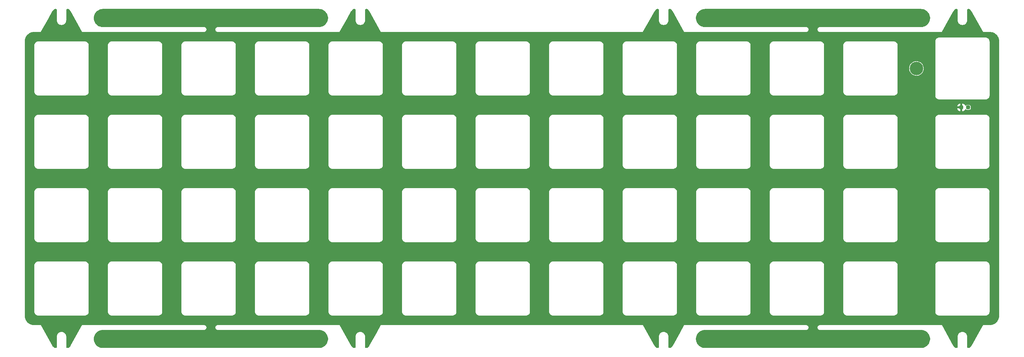
<source format=gbr>
G04 #@! TF.GenerationSoftware,KiCad,Pcbnew,(6.0.1-0)*
G04 #@! TF.CreationDate,2022-04-18T21:34:50-05:00*
G04 #@! TF.ProjectId,plate,706c6174-652e-46b6-9963-61645f706362,rev?*
G04 #@! TF.SameCoordinates,Original*
G04 #@! TF.FileFunction,Copper,L2,Bot*
G04 #@! TF.FilePolarity,Positive*
%FSLAX46Y46*%
G04 Gerber Fmt 4.6, Leading zero omitted, Abs format (unit mm)*
G04 Created by KiCad (PCBNEW (6.0.1-0)) date 2022-04-18 21:34:50*
%MOMM*%
%LPD*%
G01*
G04 APERTURE LIST*
G04 Aperture macros list*
%AMRoundRect*
0 Rectangle with rounded corners*
0 $1 Rounding radius*
0 $2 $3 $4 $5 $6 $7 $8 $9 X,Y pos of 4 corners*
0 Add a 4 corners polygon primitive as box body*
4,1,4,$2,$3,$4,$5,$6,$7,$8,$9,$2,$3,0*
0 Add four circle primitives for the rounded corners*
1,1,$1+$1,$2,$3*
1,1,$1+$1,$4,$5*
1,1,$1+$1,$6,$7*
1,1,$1+$1,$8,$9*
0 Add four rect primitives between the rounded corners*
20,1,$1+$1,$2,$3,$4,$5,0*
20,1,$1+$1,$4,$5,$6,$7,0*
20,1,$1+$1,$6,$7,$8,$9,0*
20,1,$1+$1,$8,$9,$2,$3,0*%
G04 Aperture macros list end*
G04 #@! TA.AperFunction,ComponentPad*
%ADD10C,3.500000*%
G04 #@! TD*
G04 #@! TA.AperFunction,SMDPad,CuDef*
%ADD11RoundRect,0.237500X-0.287500X-0.237500X0.287500X-0.237500X0.287500X0.237500X-0.287500X0.237500X0*%
G04 #@! TD*
G04 #@! TA.AperFunction,ViaPad*
%ADD12C,0.500000*%
G04 #@! TD*
G04 #@! TA.AperFunction,Conductor*
%ADD13C,0.250000*%
G04 #@! TD*
G04 APERTURE END LIST*
D10*
X377429670Y-50006460D03*
D11*
X389056243Y-60126781D03*
X390806243Y-60126781D03*
D12*
X387531243Y-60133041D03*
D13*
X387537503Y-60126781D02*
X387531243Y-60133041D01*
X389056243Y-60126781D02*
X387537503Y-60126781D01*
G04 #@! TA.AperFunction,Conductor*
G36*
X166709847Y-34552510D02*
G01*
X166710042Y-34552482D01*
X222644545Y-34553154D01*
X222644545Y-34553177D01*
X222644585Y-34553171D01*
X222649518Y-34555214D01*
X222653835Y-34553426D01*
X222667040Y-34554257D01*
X222667041Y-34554257D01*
X222816364Y-34563651D01*
X222936965Y-34571238D01*
X222952661Y-34573221D01*
X223227799Y-34625707D01*
X223243109Y-34629638D01*
X223418581Y-34686652D01*
X223509498Y-34716193D01*
X223524210Y-34722018D01*
X223530828Y-34725132D01*
X223766593Y-34836074D01*
X223777641Y-34841273D01*
X223791507Y-34848896D01*
X224027986Y-34998970D01*
X224040788Y-35008270D01*
X224255797Y-35186141D01*
X224256609Y-35186813D01*
X224268143Y-35197645D01*
X224459874Y-35401818D01*
X224469960Y-35414010D01*
X224634102Y-35639931D01*
X224634590Y-35640603D01*
X224643065Y-35653957D01*
X224778009Y-35899418D01*
X224784743Y-35913730D01*
X224887849Y-36174149D01*
X224892738Y-36189197D01*
X224961558Y-36457229D01*
X224962393Y-36460483D01*
X224965358Y-36476026D01*
X225000462Y-36753903D01*
X225001456Y-36769695D01*
X225001456Y-37049789D01*
X225000462Y-37065581D01*
X224965443Y-37342786D01*
X224965358Y-37343458D01*
X224962394Y-37358995D01*
X224923881Y-37508993D01*
X224892738Y-37630287D01*
X224887849Y-37645335D01*
X224863317Y-37707296D01*
X224785614Y-37903555D01*
X224784743Y-37905754D01*
X224778009Y-37920066D01*
X224643438Y-38164849D01*
X224643069Y-38165521D01*
X224634593Y-38178876D01*
X224483347Y-38387049D01*
X224469960Y-38405474D01*
X224459874Y-38417666D01*
X224268143Y-38621839D01*
X224256609Y-38632671D01*
X224040788Y-38811214D01*
X224027986Y-38820514D01*
X223791507Y-38970588D01*
X223777641Y-38978211D01*
X223524210Y-39097466D01*
X223509498Y-39103291D01*
X223430336Y-39129012D01*
X223243109Y-39189846D01*
X223227799Y-39193777D01*
X222952662Y-39246263D01*
X222936965Y-39248246D01*
X222653835Y-39266058D01*
X222653673Y-39263490D01*
X222649566Y-39264290D01*
X222649518Y-39264270D01*
X222649386Y-39264325D01*
X222644547Y-39265267D01*
X222644547Y-39266329D01*
X222644545Y-39266330D01*
X222627666Y-39266330D01*
X222627143Y-39266302D01*
X222626949Y-39266330D01*
X200597513Y-39266047D01*
X196464021Y-39265994D01*
X196459964Y-39265681D01*
X196455746Y-39263934D01*
X196455746Y-39261438D01*
X196306205Y-39279596D01*
X196299079Y-39282298D01*
X196299077Y-39282299D01*
X196248707Y-39301402D01*
X196165355Y-39333013D01*
X196159079Y-39337345D01*
X196047655Y-39414255D01*
X196047653Y-39414257D01*
X196041381Y-39418586D01*
X196036325Y-39424293D01*
X196036324Y-39424294D01*
X196005204Y-39459422D01*
X195941489Y-39531341D01*
X195937949Y-39538086D01*
X195875023Y-39657979D01*
X195875021Y-39657983D01*
X195871483Y-39664725D01*
X195869661Y-39672118D01*
X195869660Y-39672120D01*
X195866715Y-39684071D01*
X195835433Y-39810987D01*
X195835433Y-39961627D01*
X195837255Y-39969017D01*
X195837255Y-39969021D01*
X195869660Y-40100494D01*
X195871483Y-40107889D01*
X195875021Y-40114631D01*
X195875023Y-40114635D01*
X195930369Y-40220085D01*
X195941489Y-40241273D01*
X195946541Y-40246976D01*
X195946542Y-40246977D01*
X196036324Y-40348320D01*
X196041381Y-40354028D01*
X196047653Y-40358357D01*
X196047655Y-40358359D01*
X196095370Y-40391294D01*
X196165355Y-40439601D01*
X196172485Y-40442305D01*
X196299077Y-40490315D01*
X196299079Y-40490316D01*
X196306205Y-40493018D01*
X196455746Y-40511176D01*
X196455746Y-40508680D01*
X196460293Y-40506797D01*
X196462431Y-40506620D01*
X199654099Y-40506603D01*
X228004677Y-40506452D01*
X228013541Y-40507470D01*
X228018908Y-40503209D01*
X228025241Y-40500586D01*
X228028656Y-40492342D01*
X228029724Y-40490420D01*
X228030163Y-40490066D01*
X228030598Y-40489270D01*
X228032160Y-40486035D01*
X229935246Y-37060480D01*
X230997849Y-35147796D01*
X231002538Y-35140926D01*
X231004320Y-35139871D01*
X231004958Y-35137382D01*
X231010880Y-35128706D01*
X231176711Y-34928110D01*
X231184728Y-34919297D01*
X231373647Y-34730378D01*
X231382460Y-34722361D01*
X231551965Y-34582233D01*
X231617213Y-34554245D01*
X231632298Y-34553345D01*
X231865662Y-34553440D01*
X231871727Y-34553919D01*
X231875554Y-34555504D01*
X231878156Y-34554426D01*
X231885323Y-34554992D01*
X231919744Y-34560445D01*
X231940111Y-34563671D01*
X231977608Y-34575857D01*
X231990119Y-34582233D01*
X232018063Y-34596474D01*
X232049953Y-34619649D01*
X232082059Y-34651766D01*
X232105221Y-34683657D01*
X232125831Y-34724128D01*
X232138003Y-34761625D01*
X232146664Y-34816410D01*
X232147228Y-34823584D01*
X232146150Y-34826185D01*
X232147733Y-34830011D01*
X232148210Y-34836074D01*
X232148211Y-34844648D01*
X232148211Y-34847915D01*
X232148179Y-34848516D01*
X232148211Y-34848738D01*
X232148298Y-37491691D01*
X232147412Y-37502053D01*
X232146238Y-37504887D01*
X232143655Y-37504887D01*
X232145078Y-37521155D01*
X232145078Y-37521157D01*
X232153611Y-37618687D01*
X232162194Y-37716784D01*
X232163618Y-37722098D01*
X232163618Y-37722099D01*
X232212828Y-37905754D01*
X232217246Y-37922244D01*
X232219568Y-37927225D01*
X232219569Y-37927226D01*
X232304814Y-38110035D01*
X232304817Y-38110040D01*
X232307140Y-38115022D01*
X232429144Y-38289261D01*
X232579550Y-38439667D01*
X232584058Y-38442824D01*
X232584061Y-38442826D01*
X232686207Y-38514349D01*
X232753790Y-38561671D01*
X232758772Y-38563994D01*
X232758777Y-38563997D01*
X232941585Y-38649242D01*
X232946567Y-38651565D01*
X232951875Y-38652987D01*
X232951877Y-38652988D01*
X233146712Y-38705193D01*
X233152027Y-38706617D01*
X233363924Y-38725156D01*
X233575821Y-38706617D01*
X233581136Y-38705193D01*
X233775971Y-38652988D01*
X233775973Y-38652987D01*
X233781281Y-38651565D01*
X233786263Y-38649242D01*
X233969072Y-38563997D01*
X233969077Y-38563994D01*
X233974059Y-38561671D01*
X234071564Y-38493397D01*
X234143787Y-38442826D01*
X234143790Y-38442824D01*
X234148298Y-38439667D01*
X234298704Y-38289261D01*
X234420708Y-38115022D01*
X234423031Y-38110040D01*
X234423034Y-38110035D01*
X234508279Y-37927226D01*
X234508280Y-37927225D01*
X234510602Y-37922244D01*
X234515021Y-37905754D01*
X234564230Y-37722099D01*
X234564230Y-37722098D01*
X234565654Y-37716784D01*
X234584193Y-37504887D01*
X234581610Y-37504887D01*
X234580173Y-37501418D01*
X234579550Y-37495153D01*
X234579471Y-35197645D01*
X234579458Y-34836019D01*
X234579939Y-34829911D01*
X234581518Y-34826100D01*
X234580443Y-34823505D01*
X234581010Y-34816302D01*
X234589685Y-34761543D01*
X234601871Y-34724046D01*
X234622487Y-34683593D01*
X234645663Y-34651701D01*
X234677780Y-34619595D01*
X234709671Y-34596433D01*
X234750142Y-34575823D01*
X234787637Y-34563651D01*
X234842448Y-34554986D01*
X234849591Y-34554423D01*
X234852199Y-34555504D01*
X234856038Y-34553915D01*
X234862069Y-34553440D01*
X234873813Y-34553435D01*
X234874485Y-34553471D01*
X234874737Y-34553435D01*
X235095550Y-34553345D01*
X235163679Y-34573319D01*
X235175883Y-34582233D01*
X235345388Y-34722361D01*
X235354201Y-34730378D01*
X235543120Y-34919297D01*
X235551137Y-34928110D01*
X235716968Y-35128706D01*
X235722890Y-35137382D01*
X235723528Y-35139871D01*
X235725310Y-35140926D01*
X235729999Y-35147796D01*
X238699192Y-40492342D01*
X238702607Y-40500586D01*
X238708940Y-40503209D01*
X238714307Y-40507470D01*
X238723167Y-40506452D01*
X238725374Y-40506452D01*
X238725894Y-40506663D01*
X238726817Y-40506656D01*
X238730378Y-40506452D01*
X306585993Y-40506452D01*
X306594857Y-40507470D01*
X306600224Y-40503209D01*
X306606557Y-40500586D01*
X306609972Y-40492342D01*
X306611040Y-40490420D01*
X306611479Y-40490066D01*
X306611914Y-40489270D01*
X306613476Y-40486035D01*
X308516562Y-37060480D01*
X309579165Y-35147796D01*
X309583854Y-35140926D01*
X309585636Y-35139871D01*
X309586274Y-35137382D01*
X309592196Y-35128706D01*
X309758027Y-34928110D01*
X309766044Y-34919297D01*
X309954963Y-34730378D01*
X309963776Y-34722361D01*
X310133281Y-34582233D01*
X310198529Y-34554245D01*
X310213614Y-34553345D01*
X310446978Y-34553440D01*
X310453043Y-34553919D01*
X310456870Y-34555504D01*
X310459472Y-34554426D01*
X310466639Y-34554992D01*
X310501060Y-34560445D01*
X310521427Y-34563671D01*
X310558924Y-34575857D01*
X310571435Y-34582233D01*
X310599379Y-34596474D01*
X310631269Y-34619649D01*
X310663375Y-34651766D01*
X310686537Y-34683657D01*
X310707147Y-34724128D01*
X310719319Y-34761625D01*
X310727980Y-34816410D01*
X310728544Y-34823584D01*
X310727466Y-34826185D01*
X310729049Y-34830011D01*
X310729526Y-34836074D01*
X310729527Y-34844648D01*
X310729527Y-34847915D01*
X310729495Y-34848516D01*
X310729527Y-34848738D01*
X310729614Y-37491691D01*
X310728728Y-37502053D01*
X310727554Y-37504887D01*
X310724971Y-37504887D01*
X310726394Y-37521155D01*
X310726394Y-37521157D01*
X310734927Y-37618687D01*
X310743510Y-37716784D01*
X310744934Y-37722098D01*
X310744934Y-37722099D01*
X310794144Y-37905754D01*
X310798562Y-37922244D01*
X310800884Y-37927225D01*
X310800885Y-37927226D01*
X310886130Y-38110035D01*
X310886133Y-38110040D01*
X310888456Y-38115022D01*
X311010460Y-38289261D01*
X311160866Y-38439667D01*
X311165374Y-38442824D01*
X311165377Y-38442826D01*
X311267523Y-38514349D01*
X311335106Y-38561671D01*
X311340088Y-38563994D01*
X311340093Y-38563997D01*
X311522901Y-38649242D01*
X311527883Y-38651565D01*
X311533191Y-38652987D01*
X311533193Y-38652988D01*
X311728028Y-38705193D01*
X311733343Y-38706617D01*
X311945240Y-38725156D01*
X312157137Y-38706617D01*
X312162452Y-38705193D01*
X312357287Y-38652988D01*
X312357289Y-38652987D01*
X312362597Y-38651565D01*
X312367579Y-38649242D01*
X312550388Y-38563997D01*
X312550393Y-38563994D01*
X312555375Y-38561671D01*
X312652880Y-38493397D01*
X312725103Y-38442826D01*
X312725106Y-38442824D01*
X312729614Y-38439667D01*
X312880020Y-38289261D01*
X313002024Y-38115022D01*
X313004347Y-38110040D01*
X313004350Y-38110035D01*
X313089595Y-37927226D01*
X313089596Y-37927225D01*
X313091918Y-37922244D01*
X313096337Y-37905754D01*
X313145546Y-37722099D01*
X313145546Y-37722098D01*
X313146970Y-37716784D01*
X313165509Y-37504887D01*
X313162926Y-37504887D01*
X313161489Y-37501418D01*
X313160866Y-37495153D01*
X313160787Y-35197645D01*
X313160774Y-34836019D01*
X313161255Y-34829911D01*
X313162834Y-34826100D01*
X313161759Y-34823505D01*
X313162326Y-34816302D01*
X313171001Y-34761543D01*
X313183187Y-34724046D01*
X313203803Y-34683593D01*
X313226979Y-34651701D01*
X313259096Y-34619595D01*
X313290987Y-34596433D01*
X313331458Y-34575823D01*
X313368953Y-34563651D01*
X313423764Y-34554986D01*
X313430907Y-34554423D01*
X313433515Y-34555504D01*
X313437354Y-34553915D01*
X313443385Y-34553440D01*
X313455129Y-34553435D01*
X313455801Y-34553471D01*
X313456053Y-34553435D01*
X313676866Y-34553345D01*
X313744995Y-34573319D01*
X313757199Y-34582233D01*
X313926704Y-34722361D01*
X313935517Y-34730378D01*
X314124436Y-34919297D01*
X314132453Y-34928110D01*
X314298284Y-35128706D01*
X314304206Y-35137382D01*
X314304844Y-35139871D01*
X314306626Y-35140926D01*
X314311315Y-35147796D01*
X317280508Y-40492342D01*
X317283923Y-40500586D01*
X317290256Y-40503209D01*
X317295623Y-40507470D01*
X317304483Y-40506452D01*
X317306690Y-40506452D01*
X317307210Y-40506663D01*
X317308134Y-40506656D01*
X317311694Y-40506452D01*
X338941455Y-40506567D01*
X348847598Y-40506620D01*
X348851656Y-40506933D01*
X348855874Y-40508680D01*
X348855874Y-40511176D01*
X349005415Y-40493018D01*
X349012541Y-40490316D01*
X349012543Y-40490315D01*
X349139135Y-40442305D01*
X349146265Y-40439601D01*
X349216250Y-40391294D01*
X349263965Y-40358359D01*
X349263967Y-40358357D01*
X349270239Y-40354028D01*
X349275296Y-40348320D01*
X349365078Y-40246977D01*
X349365079Y-40246976D01*
X349370131Y-40241273D01*
X349381251Y-40220085D01*
X349436597Y-40114635D01*
X349436599Y-40114631D01*
X349440137Y-40107889D01*
X349441960Y-40100494D01*
X349474365Y-39969021D01*
X349474365Y-39969017D01*
X349476187Y-39961627D01*
X349476187Y-39810987D01*
X349444906Y-39684071D01*
X349441960Y-39672120D01*
X349441959Y-39672118D01*
X349440137Y-39664725D01*
X349436599Y-39657983D01*
X349436597Y-39657979D01*
X349373671Y-39538086D01*
X349370131Y-39531341D01*
X349306417Y-39459422D01*
X349275296Y-39424294D01*
X349275295Y-39424293D01*
X349270239Y-39418586D01*
X349263967Y-39414257D01*
X349263965Y-39414255D01*
X349152541Y-39337345D01*
X349146265Y-39333013D01*
X349062913Y-39301402D01*
X349012543Y-39282299D01*
X349012541Y-39282298D01*
X349005415Y-39279596D01*
X348855874Y-39261438D01*
X348855874Y-39263934D01*
X348851328Y-39265817D01*
X348849187Y-39265994D01*
X322664451Y-39265658D01*
X322664451Y-39265635D01*
X322664411Y-39265641D01*
X322659478Y-39263598D01*
X322655161Y-39265386D01*
X322641956Y-39264555D01*
X322641955Y-39264555D01*
X322475470Y-39254081D01*
X322372031Y-39247574D01*
X322356334Y-39245591D01*
X322081197Y-39193105D01*
X322065887Y-39189174D01*
X321878660Y-39128340D01*
X321799498Y-39102619D01*
X321784786Y-39096794D01*
X321531355Y-38977539D01*
X321517489Y-38969916D01*
X321281010Y-38819842D01*
X321268208Y-38810542D01*
X321143164Y-38707096D01*
X321052384Y-38631996D01*
X321040853Y-38621167D01*
X320849122Y-38416994D01*
X320839036Y-38404802D01*
X320757922Y-38293158D01*
X320674403Y-38178204D01*
X320665927Y-38164849D01*
X320641013Y-38119530D01*
X320530987Y-37919394D01*
X320524253Y-37905082D01*
X320523649Y-37903555D01*
X320425196Y-37654889D01*
X320421147Y-37644663D01*
X320416258Y-37629615D01*
X320388866Y-37522931D01*
X320346602Y-37358323D01*
X320343638Y-37342786D01*
X320308534Y-37064909D01*
X320307540Y-37049117D01*
X320307540Y-36769023D01*
X320308534Y-36753231D01*
X320310856Y-36734848D01*
X320343639Y-36475348D01*
X320346603Y-36459811D01*
X320347094Y-36457901D01*
X320416258Y-36188525D01*
X320421147Y-36173477D01*
X320524253Y-35913058D01*
X320530987Y-35898746D01*
X320665931Y-35653285D01*
X320674406Y-35639931D01*
X320839036Y-35413338D01*
X320849122Y-35401146D01*
X321040853Y-35196973D01*
X321052387Y-35186141D01*
X321106111Y-35141697D01*
X321268208Y-35007598D01*
X321281010Y-34998298D01*
X321516430Y-34848896D01*
X321517491Y-34848223D01*
X321531355Y-34840601D01*
X321540976Y-34836074D01*
X321699188Y-34761625D01*
X321784786Y-34721346D01*
X321799498Y-34715521D01*
X321946586Y-34667729D01*
X322065887Y-34628966D01*
X322081197Y-34625035D01*
X322356335Y-34572549D01*
X322372031Y-34570566D01*
X322655161Y-34552754D01*
X322655323Y-34555322D01*
X322659430Y-34554522D01*
X322659478Y-34554542D01*
X322659610Y-34554487D01*
X322664449Y-34553545D01*
X322664449Y-34552483D01*
X322664451Y-34552482D01*
X322681330Y-34552482D01*
X322681853Y-34552510D01*
X322682048Y-34552482D01*
X378616551Y-34553154D01*
X378616551Y-34553177D01*
X378616591Y-34553171D01*
X378621524Y-34555214D01*
X378625841Y-34553426D01*
X378639046Y-34554257D01*
X378639047Y-34554257D01*
X378788370Y-34563651D01*
X378908971Y-34571238D01*
X378924667Y-34573221D01*
X379199805Y-34625707D01*
X379215115Y-34629638D01*
X379390587Y-34686652D01*
X379481504Y-34716193D01*
X379496216Y-34722018D01*
X379502834Y-34725132D01*
X379738599Y-34836074D01*
X379749647Y-34841273D01*
X379763513Y-34848896D01*
X379999992Y-34998970D01*
X380012794Y-35008270D01*
X380227803Y-35186141D01*
X380228615Y-35186813D01*
X380240149Y-35197645D01*
X380431880Y-35401818D01*
X380441966Y-35414010D01*
X380606108Y-35639931D01*
X380606596Y-35640603D01*
X380615071Y-35653957D01*
X380750015Y-35899418D01*
X380756749Y-35913730D01*
X380859855Y-36174149D01*
X380864744Y-36189197D01*
X380933564Y-36457229D01*
X380934399Y-36460483D01*
X380937364Y-36476026D01*
X380972468Y-36753903D01*
X380973462Y-36769695D01*
X380973462Y-37049789D01*
X380972468Y-37065581D01*
X380937449Y-37342786D01*
X380937364Y-37343458D01*
X380934400Y-37358995D01*
X380895887Y-37508993D01*
X380864744Y-37630287D01*
X380859855Y-37645335D01*
X380835323Y-37707296D01*
X380757620Y-37903555D01*
X380756749Y-37905754D01*
X380750015Y-37920066D01*
X380615444Y-38164849D01*
X380615075Y-38165521D01*
X380606599Y-38178876D01*
X380455353Y-38387049D01*
X380441966Y-38405474D01*
X380431880Y-38417666D01*
X380240149Y-38621839D01*
X380228615Y-38632671D01*
X380012794Y-38811214D01*
X379999992Y-38820514D01*
X379763513Y-38970588D01*
X379749647Y-38978211D01*
X379496216Y-39097466D01*
X379481504Y-39103291D01*
X379402342Y-39129012D01*
X379215115Y-39189846D01*
X379199805Y-39193777D01*
X378924668Y-39246263D01*
X378908971Y-39248246D01*
X378625841Y-39266058D01*
X378625679Y-39263490D01*
X378621572Y-39264290D01*
X378621524Y-39264270D01*
X378621392Y-39264325D01*
X378616553Y-39265267D01*
X378616553Y-39266329D01*
X378616551Y-39266330D01*
X378599672Y-39266330D01*
X378599149Y-39266302D01*
X378598955Y-39266330D01*
X356569519Y-39266047D01*
X352436027Y-39265994D01*
X352431970Y-39265681D01*
X352427752Y-39263934D01*
X352427752Y-39261438D01*
X352278211Y-39279596D01*
X352271085Y-39282298D01*
X352271083Y-39282299D01*
X352220713Y-39301402D01*
X352137361Y-39333013D01*
X352131085Y-39337345D01*
X352019661Y-39414255D01*
X352019659Y-39414257D01*
X352013387Y-39418586D01*
X352008331Y-39424293D01*
X352008330Y-39424294D01*
X351977210Y-39459422D01*
X351913495Y-39531341D01*
X351909955Y-39538086D01*
X351847029Y-39657979D01*
X351847027Y-39657983D01*
X351843489Y-39664725D01*
X351841667Y-39672118D01*
X351841666Y-39672120D01*
X351838721Y-39684071D01*
X351807439Y-39810987D01*
X351807439Y-39961627D01*
X351809261Y-39969017D01*
X351809261Y-39969021D01*
X351841666Y-40100494D01*
X351843489Y-40107889D01*
X351847027Y-40114631D01*
X351847029Y-40114635D01*
X351902375Y-40220085D01*
X351913495Y-40241273D01*
X351918547Y-40246976D01*
X351918548Y-40246977D01*
X352008330Y-40348320D01*
X352013387Y-40354028D01*
X352019659Y-40358357D01*
X352019661Y-40358359D01*
X352067376Y-40391294D01*
X352137361Y-40439601D01*
X352144491Y-40442305D01*
X352271083Y-40490315D01*
X352271085Y-40490316D01*
X352278211Y-40493018D01*
X352427752Y-40511176D01*
X352427752Y-40508680D01*
X352432299Y-40506797D01*
X352434437Y-40506620D01*
X355626105Y-40506603D01*
X383976683Y-40506452D01*
X383985547Y-40507470D01*
X383990914Y-40503209D01*
X383997247Y-40500586D01*
X384000662Y-40492342D01*
X384001730Y-40490420D01*
X384002169Y-40490066D01*
X384002604Y-40489270D01*
X384004166Y-40486035D01*
X385907252Y-37060480D01*
X386969855Y-35147796D01*
X386974544Y-35140926D01*
X386976326Y-35139871D01*
X386976964Y-35137382D01*
X386982886Y-35128706D01*
X387148717Y-34928110D01*
X387156734Y-34919297D01*
X387345653Y-34730378D01*
X387354466Y-34722361D01*
X387523971Y-34582233D01*
X387589219Y-34554245D01*
X387604304Y-34553345D01*
X387837668Y-34553440D01*
X387843733Y-34553919D01*
X387847560Y-34555504D01*
X387850162Y-34554426D01*
X387857329Y-34554992D01*
X387891750Y-34560445D01*
X387912117Y-34563671D01*
X387949614Y-34575857D01*
X387962125Y-34582233D01*
X387990069Y-34596474D01*
X388021959Y-34619649D01*
X388054065Y-34651766D01*
X388077227Y-34683657D01*
X388097837Y-34724128D01*
X388110009Y-34761625D01*
X388118670Y-34816410D01*
X388119234Y-34823584D01*
X388118156Y-34826185D01*
X388119739Y-34830011D01*
X388120216Y-34836074D01*
X388120217Y-34844648D01*
X388120217Y-34847915D01*
X388120185Y-34848516D01*
X388120217Y-34848738D01*
X388120304Y-37491691D01*
X388119418Y-37502053D01*
X388118244Y-37504887D01*
X388115661Y-37504887D01*
X388117084Y-37521155D01*
X388117084Y-37521157D01*
X388125617Y-37618687D01*
X388134200Y-37716784D01*
X388135624Y-37722098D01*
X388135624Y-37722099D01*
X388184834Y-37905754D01*
X388189252Y-37922244D01*
X388191574Y-37927225D01*
X388191575Y-37927226D01*
X388276820Y-38110035D01*
X388276823Y-38110040D01*
X388279146Y-38115022D01*
X388401150Y-38289261D01*
X388551556Y-38439667D01*
X388556064Y-38442824D01*
X388556067Y-38442826D01*
X388658213Y-38514349D01*
X388725796Y-38561671D01*
X388730778Y-38563994D01*
X388730783Y-38563997D01*
X388913591Y-38649242D01*
X388918573Y-38651565D01*
X388923881Y-38652987D01*
X388923883Y-38652988D01*
X389118718Y-38705193D01*
X389124033Y-38706617D01*
X389335930Y-38725156D01*
X389547827Y-38706617D01*
X389553142Y-38705193D01*
X389747977Y-38652988D01*
X389747979Y-38652987D01*
X389753287Y-38651565D01*
X389758269Y-38649242D01*
X389941078Y-38563997D01*
X389941083Y-38563994D01*
X389946065Y-38561671D01*
X390043570Y-38493397D01*
X390115793Y-38442826D01*
X390115796Y-38442824D01*
X390120304Y-38439667D01*
X390270710Y-38289261D01*
X390392714Y-38115022D01*
X390395037Y-38110040D01*
X390395040Y-38110035D01*
X390480285Y-37927226D01*
X390480286Y-37927225D01*
X390482608Y-37922244D01*
X390487027Y-37905754D01*
X390536236Y-37722099D01*
X390536236Y-37722098D01*
X390537660Y-37716784D01*
X390556199Y-37504887D01*
X390553616Y-37504887D01*
X390552179Y-37501418D01*
X390551556Y-37495153D01*
X390551477Y-35197645D01*
X390551464Y-34836019D01*
X390551945Y-34829911D01*
X390553524Y-34826100D01*
X390552449Y-34823505D01*
X390553016Y-34816302D01*
X390561691Y-34761543D01*
X390573877Y-34724046D01*
X390594493Y-34683593D01*
X390617669Y-34651701D01*
X390649786Y-34619595D01*
X390681677Y-34596433D01*
X390722148Y-34575823D01*
X390759643Y-34563651D01*
X390814454Y-34554986D01*
X390821597Y-34554423D01*
X390824205Y-34555504D01*
X390828044Y-34553915D01*
X390834075Y-34553440D01*
X390845819Y-34553435D01*
X390846491Y-34553471D01*
X390846743Y-34553435D01*
X391067556Y-34553345D01*
X391135685Y-34573319D01*
X391147889Y-34582233D01*
X391317394Y-34722361D01*
X391326207Y-34730378D01*
X391515126Y-34919297D01*
X391523143Y-34928110D01*
X391688974Y-35128706D01*
X391694896Y-35137382D01*
X391695534Y-35139871D01*
X391697316Y-35140926D01*
X391702005Y-35147796D01*
X394671198Y-40492342D01*
X394674613Y-40500586D01*
X394680946Y-40503209D01*
X394686313Y-40507470D01*
X394695173Y-40506452D01*
X394697380Y-40506452D01*
X394697900Y-40506663D01*
X394698823Y-40506656D01*
X394702384Y-40506452D01*
X396474661Y-40506456D01*
X396474661Y-40506481D01*
X396474704Y-40506474D01*
X396479634Y-40508516D01*
X396483973Y-40506718D01*
X396557670Y-40511176D01*
X396756043Y-40523176D01*
X396771147Y-40525010D01*
X397036026Y-40573551D01*
X397050799Y-40577192D01*
X397307894Y-40657306D01*
X397322119Y-40662700D01*
X397567703Y-40773227D01*
X397581167Y-40780295D01*
X397811618Y-40919608D01*
X397824140Y-40928251D01*
X398036129Y-41094334D01*
X398047517Y-41104424D01*
X398237926Y-41294833D01*
X398248016Y-41306221D01*
X398414099Y-41518210D01*
X398422742Y-41530732D01*
X398562053Y-41761179D01*
X398569123Y-41774647D01*
X398668114Y-41994600D01*
X398679649Y-42020229D01*
X398685043Y-42034454D01*
X398755191Y-42259566D01*
X398765158Y-42291551D01*
X398768799Y-42306324D01*
X398817340Y-42571203D01*
X398819174Y-42586307D01*
X398835632Y-42858377D01*
X398833153Y-42858527D01*
X398833921Y-42862506D01*
X398833834Y-42862716D01*
X398834072Y-42863292D01*
X398834921Y-42867689D01*
X398835894Y-42867689D01*
X398835894Y-42884503D01*
X398835864Y-42885067D01*
X398835894Y-42885278D01*
X398835894Y-114295171D01*
X398835869Y-114295171D01*
X398835876Y-114295214D01*
X398833834Y-114300144D01*
X398835632Y-114304483D01*
X398834825Y-114317825D01*
X398819174Y-114576553D01*
X398817340Y-114591657D01*
X398768799Y-114856536D01*
X398765158Y-114871309D01*
X398685044Y-115128404D01*
X398679650Y-115142629D01*
X398679644Y-115142643D01*
X398569125Y-115388208D01*
X398562055Y-115401677D01*
X398422742Y-115632128D01*
X398414100Y-115644649D01*
X398249943Y-115854179D01*
X398248016Y-115856639D01*
X398237926Y-115868027D01*
X398047517Y-116058436D01*
X398036129Y-116068526D01*
X397824140Y-116234609D01*
X397811619Y-116243251D01*
X397581167Y-116382565D01*
X397567703Y-116389633D01*
X397467593Y-116434688D01*
X397322121Y-116500159D01*
X397307894Y-116505554D01*
X397050799Y-116585668D01*
X397036026Y-116589309D01*
X396771147Y-116637850D01*
X396756043Y-116639684D01*
X396483973Y-116656142D01*
X396483823Y-116653665D01*
X396479847Y-116654432D01*
X396479634Y-116654344D01*
X396479050Y-116654586D01*
X396474391Y-116655485D01*
X396474391Y-116656516D01*
X396458613Y-116656516D01*
X396458572Y-116656499D01*
X396457288Y-116656430D01*
X396456691Y-116656516D01*
X394695173Y-116656516D01*
X394686313Y-116655498D01*
X394680946Y-116659759D01*
X394674613Y-116662382D01*
X394671198Y-116670626D01*
X394670130Y-116672548D01*
X394669691Y-116672902D01*
X394669256Y-116673698D01*
X394667694Y-116676933D01*
X393598665Y-118601185D01*
X391723682Y-121976155D01*
X391702006Y-122015171D01*
X391697316Y-122022042D01*
X391695534Y-122023097D01*
X391694896Y-122025586D01*
X391688974Y-122034261D01*
X391584682Y-122160418D01*
X391523143Y-122234858D01*
X391515126Y-122243671D01*
X391326207Y-122432590D01*
X391317394Y-122440607D01*
X391147889Y-122580735D01*
X391082641Y-122608723D01*
X391067556Y-122609623D01*
X390834192Y-122609528D01*
X390828127Y-122609049D01*
X390824300Y-122607464D01*
X390821698Y-122608542D01*
X390814531Y-122607976D01*
X390770619Y-122601020D01*
X390759743Y-122599297D01*
X390722246Y-122587111D01*
X390681919Y-122566559D01*
X390681791Y-122566494D01*
X390649901Y-122543319D01*
X390617795Y-122511202D01*
X390594633Y-122479311D01*
X390574023Y-122438840D01*
X390561851Y-122401343D01*
X390553190Y-122346558D01*
X390552626Y-122339384D01*
X390553704Y-122336783D01*
X390552121Y-122332957D01*
X390551644Y-122326894D01*
X390551644Y-122321583D01*
X390551643Y-122315045D01*
X390551675Y-122314452D01*
X390551643Y-122314227D01*
X390551641Y-122234877D01*
X390551556Y-119671274D01*
X390552442Y-119660915D01*
X390553616Y-119658081D01*
X390556199Y-119658081D01*
X390554621Y-119640037D01*
X390543065Y-119507967D01*
X390537660Y-119446184D01*
X390487586Y-119259301D01*
X390484031Y-119246034D01*
X390484030Y-119246032D01*
X390482608Y-119240724D01*
X390405463Y-119075287D01*
X390395040Y-119052934D01*
X390395037Y-119052929D01*
X390392714Y-119047947D01*
X390389557Y-119043438D01*
X390273869Y-118878218D01*
X390273867Y-118878215D01*
X390270710Y-118873707D01*
X390120304Y-118723301D01*
X390111089Y-118716848D01*
X390043570Y-118669571D01*
X389946065Y-118601297D01*
X389941083Y-118598974D01*
X389941078Y-118598971D01*
X389758269Y-118513726D01*
X389758268Y-118513725D01*
X389753287Y-118511403D01*
X389747979Y-118509981D01*
X389747977Y-118509980D01*
X389553142Y-118457775D01*
X389553141Y-118457775D01*
X389547827Y-118456351D01*
X389335930Y-118437812D01*
X389124033Y-118456351D01*
X389118719Y-118457775D01*
X389118718Y-118457775D01*
X388923883Y-118509980D01*
X388923881Y-118509981D01*
X388918573Y-118511403D01*
X388913593Y-118513725D01*
X388913591Y-118513726D01*
X388730783Y-118598971D01*
X388730778Y-118598974D01*
X388725796Y-118601297D01*
X388721289Y-118604453D01*
X388721287Y-118604454D01*
X388556067Y-118720142D01*
X388556064Y-118720144D01*
X388551556Y-118723301D01*
X388401150Y-118873707D01*
X388397993Y-118878215D01*
X388397991Y-118878218D01*
X388282303Y-119043438D01*
X388279146Y-119047947D01*
X388276823Y-119052929D01*
X388276820Y-119052934D01*
X388266397Y-119075287D01*
X388189252Y-119240724D01*
X388187830Y-119246032D01*
X388187829Y-119246034D01*
X388184274Y-119259301D01*
X388134200Y-119446184D01*
X388115661Y-119658081D01*
X388118244Y-119658081D01*
X388119681Y-119661550D01*
X388120304Y-119667815D01*
X388120330Y-120405196D01*
X388120396Y-122315072D01*
X388120396Y-122326947D01*
X388119915Y-122333057D01*
X388118336Y-122336868D01*
X388119411Y-122339463D01*
X388118844Y-122346662D01*
X388115733Y-122366305D01*
X388110169Y-122401425D01*
X388097983Y-122438922D01*
X388087434Y-122459620D01*
X388077394Y-122479323D01*
X388077367Y-122479375D01*
X388054191Y-122511267D01*
X388022074Y-122543373D01*
X387990183Y-122566535D01*
X387949712Y-122587145D01*
X387912217Y-122599317D01*
X387857407Y-122607982D01*
X387850263Y-122608545D01*
X387847655Y-122607464D01*
X387843816Y-122609053D01*
X387837785Y-122609528D01*
X387826041Y-122609533D01*
X387825369Y-122609497D01*
X387825117Y-122609533D01*
X387604304Y-122609623D01*
X387536175Y-122589649D01*
X387523971Y-122580735D01*
X387354466Y-122440607D01*
X387345653Y-122432590D01*
X387156734Y-122243671D01*
X387148717Y-122234858D01*
X387087178Y-122160418D01*
X386982886Y-122034261D01*
X386976964Y-122025586D01*
X386976326Y-122023097D01*
X386974544Y-122022042D01*
X386969854Y-122015171D01*
X386948490Y-121976715D01*
X384000662Y-116670626D01*
X383997247Y-116662382D01*
X383990914Y-116659759D01*
X383985547Y-116655498D01*
X383976683Y-116656516D01*
X383974480Y-116656516D01*
X383973958Y-116656304D01*
X383973053Y-116656311D01*
X383969473Y-116656516D01*
X362340660Y-116656401D01*
X352433572Y-116656348D01*
X352429514Y-116656035D01*
X352425296Y-116654288D01*
X352425296Y-116651792D01*
X352275755Y-116669950D01*
X352268629Y-116672652D01*
X352268627Y-116672653D01*
X352168036Y-116710802D01*
X352134905Y-116723367D01*
X352128629Y-116727699D01*
X352017205Y-116804609D01*
X352017203Y-116804611D01*
X352010931Y-116808940D01*
X352005875Y-116814647D01*
X352005874Y-116814648D01*
X351916192Y-116915879D01*
X351911039Y-116921695D01*
X351907499Y-116928440D01*
X351844573Y-117048333D01*
X351844571Y-117048337D01*
X351841033Y-117055079D01*
X351839211Y-117062472D01*
X351839210Y-117062474D01*
X351836265Y-117074425D01*
X351804983Y-117201341D01*
X351804983Y-117351981D01*
X351806805Y-117359371D01*
X351806805Y-117359375D01*
X351839210Y-117490848D01*
X351841033Y-117498243D01*
X351844571Y-117504985D01*
X351844573Y-117504989D01*
X351899919Y-117610439D01*
X351911039Y-117631627D01*
X351916091Y-117637330D01*
X351916092Y-117637331D01*
X352005775Y-117738562D01*
X352010931Y-117744382D01*
X352017203Y-117748711D01*
X352017205Y-117748713D01*
X352064758Y-117781536D01*
X352134905Y-117829955D01*
X352142035Y-117832659D01*
X352268627Y-117880669D01*
X352268629Y-117880670D01*
X352275755Y-117883372D01*
X352425296Y-117901530D01*
X352425296Y-117899034D01*
X352429842Y-117897151D01*
X352431983Y-117896974D01*
X378616746Y-117897310D01*
X378616719Y-117897310D01*
X378616719Y-117897333D01*
X378616759Y-117897327D01*
X378621692Y-117899370D01*
X378626009Y-117897582D01*
X378639214Y-117898413D01*
X378639215Y-117898413D01*
X378805700Y-117908887D01*
X378909139Y-117915394D01*
X378924835Y-117917377D01*
X379199973Y-117969863D01*
X379215283Y-117973794D01*
X379402510Y-118034628D01*
X379481672Y-118060349D01*
X379496384Y-118066174D01*
X379749815Y-118185429D01*
X379763679Y-118193051D01*
X380000160Y-118343126D01*
X380012962Y-118352426D01*
X380228648Y-118530857D01*
X380228783Y-118530969D01*
X380240314Y-118541798D01*
X380391138Y-118702410D01*
X380432048Y-118745974D01*
X380442134Y-118758166D01*
X380606683Y-118984647D01*
X380606764Y-118984759D01*
X380615239Y-118998113D01*
X380750183Y-119243574D01*
X380756914Y-119257880D01*
X380757529Y-119259432D01*
X380860023Y-119518305D01*
X380864912Y-119533353D01*
X380934366Y-119803855D01*
X380934567Y-119804639D01*
X380937532Y-119820182D01*
X380972636Y-120098059D01*
X380973630Y-120113851D01*
X380973630Y-120393945D01*
X380972636Y-120409737D01*
X380937617Y-120686942D01*
X380937532Y-120687614D01*
X380934568Y-120703151D01*
X380933904Y-120705739D01*
X380864912Y-120974443D01*
X380860023Y-120989491D01*
X380756917Y-121249910D01*
X380750183Y-121264222D01*
X380615243Y-121509677D01*
X380606767Y-121523032D01*
X380590596Y-121545290D01*
X380442134Y-121749630D01*
X380432048Y-121761822D01*
X380240317Y-121965995D01*
X380228786Y-121976824D01*
X380132626Y-122056375D01*
X380012962Y-122155370D01*
X380000161Y-122164670D01*
X379764318Y-122314340D01*
X379763681Y-122314744D01*
X379749817Y-122322366D01*
X379711314Y-122340484D01*
X379496384Y-122441622D01*
X379481672Y-122447447D01*
X379402510Y-122473168D01*
X379215283Y-122534002D01*
X379199973Y-122537933D01*
X378925423Y-122590307D01*
X378924836Y-122590419D01*
X378909139Y-122592402D01*
X378626009Y-122610214D01*
X378625847Y-122607646D01*
X378621740Y-122608446D01*
X378621692Y-122608426D01*
X378621560Y-122608481D01*
X378616721Y-122609423D01*
X378616721Y-122610485D01*
X378616719Y-122610486D01*
X378599840Y-122610486D01*
X378599317Y-122610458D01*
X378599122Y-122610486D01*
X322664619Y-122609814D01*
X322664619Y-122609791D01*
X322664579Y-122609797D01*
X322659646Y-122607754D01*
X322655329Y-122609542D01*
X322642124Y-122608711D01*
X322642123Y-122608711D01*
X322475638Y-122598237D01*
X322372199Y-122591730D01*
X322356502Y-122589747D01*
X322356088Y-122589668D01*
X322081365Y-122537261D01*
X322066055Y-122533330D01*
X321878828Y-122472496D01*
X321799666Y-122446775D01*
X321784954Y-122440950D01*
X321571452Y-122340484D01*
X321531521Y-122321694D01*
X321517657Y-122314072D01*
X321282061Y-122164558D01*
X321281177Y-122163998D01*
X321268376Y-122154698D01*
X321148550Y-122055569D01*
X321052552Y-121976152D01*
X321041021Y-121965323D01*
X320849290Y-121761150D01*
X320839204Y-121748958D01*
X320825817Y-121730533D01*
X320674571Y-121522360D01*
X320666095Y-121509005D01*
X320531155Y-121263550D01*
X320524421Y-121249238D01*
X320421315Y-120988819D01*
X320416426Y-120973771D01*
X320396843Y-120897499D01*
X320346770Y-120702479D01*
X320343806Y-120686942D01*
X320308702Y-120409065D01*
X320307708Y-120393273D01*
X320307708Y-120113179D01*
X320308702Y-120097387D01*
X320311024Y-120079004D01*
X320343807Y-119819504D01*
X320346771Y-119803967D01*
X320347262Y-119802057D01*
X320416426Y-119532681D01*
X320421315Y-119517633D01*
X320523543Y-119259432D01*
X320524424Y-119257208D01*
X320531155Y-119242902D01*
X320666099Y-118997441D01*
X320674574Y-118984087D01*
X320674656Y-118983975D01*
X320825817Y-118775919D01*
X320839204Y-118757494D01*
X320849290Y-118745302D01*
X320890200Y-118701738D01*
X321041024Y-118541126D01*
X321052555Y-118530297D01*
X321052691Y-118530185D01*
X321268376Y-118351754D01*
X321281178Y-118342454D01*
X321517659Y-118192379D01*
X321531523Y-118184757D01*
X321784954Y-118065502D01*
X321799666Y-118059677D01*
X321946754Y-118011885D01*
X322066055Y-117973122D01*
X322081365Y-117969191D01*
X322356503Y-117916705D01*
X322372199Y-117914722D01*
X322655329Y-117896910D01*
X322655491Y-117899478D01*
X322659598Y-117898678D01*
X322659646Y-117898698D01*
X322659778Y-117898643D01*
X322664617Y-117897701D01*
X322664617Y-117896639D01*
X322664619Y-117896638D01*
X322681498Y-117896638D01*
X322682021Y-117896666D01*
X322682215Y-117896638D01*
X344711651Y-117896921D01*
X348845143Y-117896974D01*
X348849200Y-117897287D01*
X348853418Y-117899034D01*
X348853418Y-117901530D01*
X349002959Y-117883372D01*
X349010085Y-117880670D01*
X349010087Y-117880669D01*
X349136679Y-117832659D01*
X349143809Y-117829955D01*
X349213956Y-117781536D01*
X349261509Y-117748713D01*
X349261511Y-117748711D01*
X349267783Y-117744382D01*
X349272939Y-117738562D01*
X349362622Y-117637331D01*
X349362623Y-117637330D01*
X349367675Y-117631627D01*
X349378795Y-117610439D01*
X349434141Y-117504989D01*
X349434143Y-117504985D01*
X349437681Y-117498243D01*
X349439504Y-117490848D01*
X349471909Y-117359375D01*
X349471909Y-117359371D01*
X349473731Y-117351981D01*
X349473731Y-117201341D01*
X349442450Y-117074425D01*
X349439504Y-117062474D01*
X349439503Y-117062472D01*
X349437681Y-117055079D01*
X349434143Y-117048337D01*
X349434141Y-117048333D01*
X349371215Y-116928440D01*
X349367675Y-116921695D01*
X349362523Y-116915879D01*
X349272840Y-116814648D01*
X349272839Y-116814647D01*
X349267783Y-116808940D01*
X349261511Y-116804611D01*
X349261509Y-116804609D01*
X349150085Y-116727699D01*
X349143809Y-116723367D01*
X349110678Y-116710802D01*
X349010087Y-116672653D01*
X349010085Y-116672652D01*
X349002959Y-116669950D01*
X348853418Y-116651792D01*
X348853418Y-116654288D01*
X348848871Y-116656171D01*
X348846733Y-116656348D01*
X345657518Y-116656365D01*
X317304483Y-116656516D01*
X317295623Y-116655498D01*
X317290256Y-116659759D01*
X317283923Y-116662382D01*
X317280508Y-116670626D01*
X317279440Y-116672548D01*
X317279001Y-116672902D01*
X317278566Y-116673698D01*
X317277004Y-116676933D01*
X316207975Y-118601185D01*
X314332992Y-121976155D01*
X314311316Y-122015171D01*
X314306626Y-122022042D01*
X314304844Y-122023097D01*
X314304206Y-122025586D01*
X314298284Y-122034261D01*
X314193992Y-122160418D01*
X314132453Y-122234858D01*
X314124436Y-122243671D01*
X313935517Y-122432590D01*
X313926704Y-122440607D01*
X313757199Y-122580735D01*
X313691951Y-122608723D01*
X313676866Y-122609623D01*
X313443502Y-122609528D01*
X313437437Y-122609049D01*
X313433610Y-122607464D01*
X313431008Y-122608542D01*
X313423841Y-122607976D01*
X313379929Y-122601020D01*
X313369053Y-122599297D01*
X313331556Y-122587111D01*
X313291229Y-122566559D01*
X313291101Y-122566494D01*
X313259211Y-122543319D01*
X313227105Y-122511202D01*
X313203943Y-122479311D01*
X313183333Y-122438840D01*
X313171161Y-122401343D01*
X313162500Y-122346558D01*
X313161936Y-122339384D01*
X313163014Y-122336783D01*
X313161431Y-122332957D01*
X313160954Y-122326894D01*
X313160954Y-122321583D01*
X313160953Y-122315045D01*
X313160985Y-122314452D01*
X313160953Y-122314227D01*
X313160951Y-122234877D01*
X313160866Y-119671274D01*
X313161752Y-119660915D01*
X313162926Y-119658081D01*
X313165509Y-119658081D01*
X313163931Y-119640037D01*
X313152375Y-119507967D01*
X313146970Y-119446184D01*
X313096896Y-119259301D01*
X313093341Y-119246034D01*
X313093340Y-119246032D01*
X313091918Y-119240724D01*
X313014773Y-119075287D01*
X313004350Y-119052934D01*
X313004347Y-119052929D01*
X313002024Y-119047947D01*
X312998867Y-119043438D01*
X312883179Y-118878218D01*
X312883177Y-118878215D01*
X312880020Y-118873707D01*
X312729614Y-118723301D01*
X312720399Y-118716848D01*
X312652880Y-118669571D01*
X312555375Y-118601297D01*
X312550393Y-118598974D01*
X312550388Y-118598971D01*
X312367579Y-118513726D01*
X312367578Y-118513725D01*
X312362597Y-118511403D01*
X312357289Y-118509981D01*
X312357287Y-118509980D01*
X312162452Y-118457775D01*
X312162451Y-118457775D01*
X312157137Y-118456351D01*
X311945240Y-118437812D01*
X311733343Y-118456351D01*
X311728029Y-118457775D01*
X311728028Y-118457775D01*
X311533193Y-118509980D01*
X311533191Y-118509981D01*
X311527883Y-118511403D01*
X311522903Y-118513725D01*
X311522901Y-118513726D01*
X311340093Y-118598971D01*
X311340088Y-118598974D01*
X311335106Y-118601297D01*
X311330599Y-118604453D01*
X311330597Y-118604454D01*
X311165377Y-118720142D01*
X311165374Y-118720144D01*
X311160866Y-118723301D01*
X311010460Y-118873707D01*
X311007303Y-118878215D01*
X311007301Y-118878218D01*
X310891613Y-119043438D01*
X310888456Y-119047947D01*
X310886133Y-119052929D01*
X310886130Y-119052934D01*
X310875707Y-119075287D01*
X310798562Y-119240724D01*
X310797140Y-119246032D01*
X310797139Y-119246034D01*
X310793584Y-119259301D01*
X310743510Y-119446184D01*
X310724971Y-119658081D01*
X310727554Y-119658081D01*
X310728991Y-119661550D01*
X310729614Y-119667815D01*
X310729640Y-120405196D01*
X310729706Y-122315072D01*
X310729706Y-122326947D01*
X310729225Y-122333057D01*
X310727646Y-122336868D01*
X310728721Y-122339463D01*
X310728154Y-122346662D01*
X310725043Y-122366305D01*
X310719479Y-122401425D01*
X310707293Y-122438922D01*
X310696744Y-122459620D01*
X310686704Y-122479323D01*
X310686677Y-122479375D01*
X310663501Y-122511267D01*
X310631384Y-122543373D01*
X310599493Y-122566535D01*
X310559022Y-122587145D01*
X310521527Y-122599317D01*
X310466717Y-122607982D01*
X310459573Y-122608545D01*
X310456965Y-122607464D01*
X310453126Y-122609053D01*
X310447095Y-122609528D01*
X310435351Y-122609533D01*
X310434679Y-122609497D01*
X310434427Y-122609533D01*
X310213614Y-122609623D01*
X310145485Y-122589649D01*
X310133281Y-122580735D01*
X309963776Y-122440607D01*
X309954963Y-122432590D01*
X309766044Y-122243671D01*
X309758027Y-122234858D01*
X309696488Y-122160418D01*
X309592196Y-122034261D01*
X309586274Y-122025586D01*
X309585636Y-122023097D01*
X309583854Y-122022042D01*
X309579164Y-122015171D01*
X309557800Y-121976715D01*
X306609972Y-116670626D01*
X306606557Y-116662382D01*
X306600224Y-116659759D01*
X306594857Y-116655498D01*
X306585993Y-116656516D01*
X306583790Y-116656516D01*
X306583268Y-116656304D01*
X306582364Y-116656311D01*
X306578783Y-116656516D01*
X284764066Y-116656522D01*
X238723167Y-116656535D01*
X238714307Y-116655517D01*
X238708940Y-116659778D01*
X238702607Y-116662401D01*
X238699192Y-116670645D01*
X238698124Y-116672567D01*
X238697685Y-116672921D01*
X238697250Y-116673717D01*
X238695688Y-116676952D01*
X237624843Y-118604473D01*
X235730011Y-122015171D01*
X235730000Y-122015190D01*
X235725310Y-122022061D01*
X235723528Y-122023116D01*
X235722890Y-122025605D01*
X235716968Y-122034280D01*
X235576717Y-122203934D01*
X235551137Y-122234877D01*
X235543120Y-122243690D01*
X235354201Y-122432609D01*
X235345388Y-122440626D01*
X235175883Y-122580754D01*
X235110635Y-122608742D01*
X235095550Y-122609642D01*
X234862186Y-122609547D01*
X234856121Y-122609068D01*
X234852294Y-122607483D01*
X234849692Y-122608561D01*
X234842525Y-122607995D01*
X234798493Y-122601020D01*
X234787737Y-122599316D01*
X234750240Y-122587130D01*
X234729542Y-122576581D01*
X234709785Y-122566513D01*
X234677895Y-122543338D01*
X234645789Y-122511221D01*
X234622627Y-122479330D01*
X234602017Y-122438859D01*
X234589845Y-122401362D01*
X234581184Y-122346577D01*
X234580620Y-122339403D01*
X234581698Y-122336802D01*
X234580115Y-122332976D01*
X234579638Y-122326913D01*
X234579638Y-122321583D01*
X234579637Y-122315064D01*
X234579669Y-122314471D01*
X234579637Y-122314246D01*
X234579635Y-122234877D01*
X234579550Y-119671293D01*
X234580436Y-119660934D01*
X234581610Y-119658100D01*
X234584193Y-119658100D01*
X234582759Y-119641699D01*
X234571126Y-119508751D01*
X234565654Y-119446203D01*
X234515575Y-119259301D01*
X234512025Y-119246053D01*
X234512024Y-119246051D01*
X234510602Y-119240743D01*
X234508218Y-119235630D01*
X234423034Y-119052953D01*
X234423031Y-119052948D01*
X234420708Y-119047966D01*
X234417551Y-119043457D01*
X234301863Y-118878237D01*
X234301861Y-118878234D01*
X234298704Y-118873726D01*
X234148298Y-118723320D01*
X234143760Y-118720142D01*
X234071564Y-118669590D01*
X233974059Y-118601316D01*
X233969077Y-118598993D01*
X233969072Y-118598990D01*
X233786263Y-118513745D01*
X233786262Y-118513744D01*
X233781281Y-118511422D01*
X233775973Y-118510000D01*
X233775971Y-118509999D01*
X233581136Y-118457794D01*
X233581135Y-118457794D01*
X233575821Y-118456370D01*
X233363924Y-118437831D01*
X233152027Y-118456370D01*
X233146713Y-118457794D01*
X233146712Y-118457794D01*
X232951877Y-118509999D01*
X232951875Y-118510000D01*
X232946567Y-118511422D01*
X232941587Y-118513744D01*
X232941585Y-118513745D01*
X232758777Y-118598990D01*
X232758772Y-118598993D01*
X232753790Y-118601316D01*
X232749283Y-118604472D01*
X232749281Y-118604473D01*
X232584061Y-118720161D01*
X232584058Y-118720163D01*
X232579550Y-118723320D01*
X232429144Y-118873726D01*
X232425987Y-118878234D01*
X232425985Y-118878237D01*
X232310297Y-119043457D01*
X232307140Y-119047966D01*
X232304817Y-119052948D01*
X232304814Y-119052953D01*
X232219630Y-119235630D01*
X232217246Y-119240743D01*
X232215824Y-119246051D01*
X232215823Y-119246053D01*
X232212273Y-119259301D01*
X232162194Y-119446203D01*
X232143655Y-119658100D01*
X232146238Y-119658100D01*
X232147675Y-119661569D01*
X232148298Y-119667834D01*
X232148324Y-120405196D01*
X232148390Y-122315072D01*
X232148390Y-122326966D01*
X232147909Y-122333076D01*
X232146330Y-122336887D01*
X232147405Y-122339482D01*
X232146838Y-122346681D01*
X232143730Y-122366305D01*
X232138163Y-122401444D01*
X232125977Y-122438941D01*
X232122890Y-122444998D01*
X232105371Y-122479375D01*
X232105361Y-122479394D01*
X232082185Y-122511286D01*
X232050068Y-122543392D01*
X232018177Y-122566554D01*
X231977706Y-122587164D01*
X231940211Y-122599336D01*
X231885401Y-122608001D01*
X231878257Y-122608564D01*
X231875649Y-122607483D01*
X231871810Y-122609072D01*
X231865779Y-122609547D01*
X231854035Y-122609552D01*
X231853363Y-122609516D01*
X231853111Y-122609552D01*
X231632298Y-122609642D01*
X231564169Y-122589668D01*
X231551965Y-122580754D01*
X231382460Y-122440626D01*
X231373647Y-122432609D01*
X231184728Y-122243690D01*
X231176711Y-122234877D01*
X231151131Y-122203934D01*
X231010880Y-122034280D01*
X231004958Y-122025605D01*
X231004320Y-122023116D01*
X231002538Y-122022061D01*
X230997848Y-122015190D01*
X228028869Y-116671029D01*
X228025241Y-116662270D01*
X228018563Y-116659504D01*
X228013541Y-116655517D01*
X228005818Y-116656404D01*
X228002152Y-116656404D01*
X228001952Y-116656323D01*
X228000081Y-116656337D01*
X228000081Y-116656320D01*
X227998607Y-116656404D01*
X206368071Y-116656289D01*
X196461566Y-116656236D01*
X196457508Y-116655923D01*
X196453290Y-116654176D01*
X196453290Y-116651680D01*
X196303749Y-116669838D01*
X196296623Y-116672540D01*
X196296621Y-116672541D01*
X196201900Y-116708464D01*
X196162899Y-116723255D01*
X196156623Y-116727587D01*
X196045199Y-116804497D01*
X196045197Y-116804499D01*
X196038925Y-116808828D01*
X196033869Y-116814535D01*
X196033868Y-116814536D01*
X196002748Y-116849664D01*
X195939033Y-116921583D01*
X195935493Y-116928328D01*
X195872567Y-117048221D01*
X195872565Y-117048225D01*
X195869027Y-117054967D01*
X195867205Y-117062360D01*
X195867204Y-117062362D01*
X195864259Y-117074313D01*
X195832977Y-117201229D01*
X195832977Y-117351869D01*
X195834799Y-117359259D01*
X195834799Y-117359263D01*
X195864286Y-117478897D01*
X195869027Y-117498131D01*
X195872565Y-117504873D01*
X195872567Y-117504877D01*
X195922826Y-117600636D01*
X195939033Y-117631515D01*
X195944085Y-117637218D01*
X195944086Y-117637219D01*
X196002847Y-117703546D01*
X196038925Y-117744270D01*
X196045197Y-117748599D01*
X196045199Y-117748601D01*
X196092914Y-117781536D01*
X196162899Y-117829843D01*
X196170029Y-117832547D01*
X196296621Y-117880557D01*
X196296623Y-117880558D01*
X196303749Y-117883260D01*
X196453290Y-117901418D01*
X196453290Y-117898922D01*
X196457836Y-117897039D01*
X196459977Y-117896862D01*
X222644700Y-117897198D01*
X222644713Y-117897198D01*
X222644713Y-117897221D01*
X222644753Y-117897215D01*
X222649686Y-117899258D01*
X222654003Y-117897470D01*
X222667208Y-117898301D01*
X222667209Y-117898301D01*
X222833694Y-117908775D01*
X222937133Y-117915282D01*
X222952829Y-117917265D01*
X223227967Y-117969751D01*
X223243277Y-117973682D01*
X223430504Y-118034516D01*
X223509666Y-118060237D01*
X223524378Y-118066062D01*
X223777809Y-118185317D01*
X223791673Y-118192939D01*
X224028154Y-118343014D01*
X224040956Y-118352314D01*
X224255965Y-118530185D01*
X224256777Y-118530857D01*
X224268308Y-118541686D01*
X224324304Y-118601316D01*
X224460042Y-118745862D01*
X224470128Y-118758054D01*
X224634270Y-118983975D01*
X224634758Y-118984647D01*
X224643233Y-118998001D01*
X224778177Y-119243462D01*
X224784908Y-119257768D01*
X224785567Y-119259432D01*
X224888017Y-119518193D01*
X224892906Y-119533241D01*
X224961927Y-119802057D01*
X224962561Y-119804527D01*
X224965526Y-119820070D01*
X225000630Y-120097947D01*
X225001624Y-120113739D01*
X225001624Y-120393833D01*
X225000630Y-120409625D01*
X224965597Y-120686942D01*
X224965526Y-120687502D01*
X224962562Y-120703039D01*
X224961898Y-120705627D01*
X224892906Y-120974331D01*
X224888017Y-120989379D01*
X224884190Y-120999045D01*
X224785133Y-121249238D01*
X224784911Y-121249798D01*
X224778177Y-121264110D01*
X224643237Y-121509565D01*
X224634761Y-121522920D01*
X224483515Y-121731093D01*
X224470128Y-121749518D01*
X224460042Y-121761710D01*
X224268311Y-121965883D01*
X224256780Y-121976712D01*
X224187192Y-122034281D01*
X224040956Y-122155258D01*
X224028155Y-122164558D01*
X223791929Y-122314471D01*
X223791675Y-122314632D01*
X223777811Y-122322254D01*
X223739070Y-122340484D01*
X223524378Y-122441510D01*
X223509666Y-122447335D01*
X223430504Y-122473056D01*
X223243277Y-122533890D01*
X223227967Y-122537821D01*
X222952830Y-122590307D01*
X222937133Y-122592290D01*
X222654003Y-122610102D01*
X222653841Y-122607534D01*
X222649734Y-122608334D01*
X222649686Y-122608314D01*
X222649554Y-122608369D01*
X222644715Y-122609311D01*
X222644715Y-122610373D01*
X222644713Y-122610374D01*
X222627834Y-122610374D01*
X222627311Y-122610346D01*
X222627116Y-122610374D01*
X166692613Y-122609702D01*
X166692613Y-122609679D01*
X166692573Y-122609685D01*
X166687640Y-122607642D01*
X166683323Y-122609430D01*
X166670118Y-122608599D01*
X166670117Y-122608599D01*
X166503632Y-122598125D01*
X166400193Y-122591618D01*
X166384496Y-122589635D01*
X166109359Y-122537149D01*
X166094049Y-122533218D01*
X165906822Y-122472384D01*
X165827660Y-122446663D01*
X165812948Y-122440838D01*
X165599684Y-122340484D01*
X165559515Y-122321582D01*
X165545651Y-122313960D01*
X165428274Y-122239470D01*
X165309171Y-122163886D01*
X165296370Y-122154586D01*
X165080546Y-121976040D01*
X165069015Y-121965211D01*
X164877284Y-121761038D01*
X164867198Y-121748846D01*
X164719794Y-121545962D01*
X164702565Y-121522248D01*
X164694089Y-121508893D01*
X164559149Y-121263438D01*
X164552415Y-121249126D01*
X164449309Y-120988707D01*
X164444420Y-120973659D01*
X164424837Y-120897387D01*
X164374764Y-120702367D01*
X164371800Y-120686830D01*
X164336696Y-120408953D01*
X164335702Y-120393161D01*
X164335702Y-120113067D01*
X164336696Y-120097275D01*
X164371701Y-119820182D01*
X164371801Y-119819392D01*
X164374765Y-119803855D01*
X164375256Y-119801945D01*
X164444420Y-119532569D01*
X164449309Y-119517521D01*
X164482869Y-119432758D01*
X164552418Y-119257096D01*
X164559149Y-119242790D01*
X164694093Y-118997329D01*
X164702568Y-118983975D01*
X164718655Y-118961834D01*
X164867198Y-118757382D01*
X164877284Y-118745190D01*
X165012391Y-118601316D01*
X165069018Y-118541014D01*
X165080549Y-118530185D01*
X165100445Y-118513726D01*
X165296370Y-118351642D01*
X165309172Y-118342342D01*
X165545651Y-118192268D01*
X165559517Y-118184645D01*
X165812948Y-118065390D01*
X165827660Y-118059565D01*
X165906822Y-118033844D01*
X166094049Y-117973010D01*
X166109359Y-117969079D01*
X166384497Y-117916593D01*
X166400193Y-117914610D01*
X166683323Y-117896798D01*
X166683485Y-117899366D01*
X166687592Y-117898566D01*
X166687640Y-117898586D01*
X166687772Y-117898531D01*
X166692611Y-117897589D01*
X166692611Y-117896527D01*
X166692613Y-117896526D01*
X166709492Y-117896526D01*
X166710015Y-117896554D01*
X166710209Y-117896526D01*
X188739646Y-117896809D01*
X192873137Y-117896862D01*
X192877194Y-117897175D01*
X192881412Y-117898922D01*
X192881412Y-117901418D01*
X193030953Y-117883260D01*
X193038079Y-117880558D01*
X193038081Y-117880557D01*
X193164673Y-117832547D01*
X193171803Y-117829843D01*
X193241788Y-117781536D01*
X193289503Y-117748601D01*
X193289505Y-117748599D01*
X193295777Y-117744270D01*
X193331855Y-117703546D01*
X193390616Y-117637219D01*
X193390617Y-117637218D01*
X193395669Y-117631515D01*
X193411876Y-117600636D01*
X193462135Y-117504877D01*
X193462137Y-117504873D01*
X193465675Y-117498131D01*
X193470416Y-117478897D01*
X193499903Y-117359263D01*
X193499903Y-117359259D01*
X193501725Y-117351869D01*
X193501725Y-117201229D01*
X193470444Y-117074313D01*
X193467498Y-117062362D01*
X193467497Y-117062360D01*
X193465675Y-117054967D01*
X193462137Y-117048225D01*
X193462135Y-117048221D01*
X193399209Y-116928328D01*
X193395669Y-116921583D01*
X193331955Y-116849664D01*
X193300834Y-116814536D01*
X193300833Y-116814535D01*
X193295777Y-116808828D01*
X193289505Y-116804499D01*
X193289503Y-116804497D01*
X193178079Y-116727587D01*
X193171803Y-116723255D01*
X193132802Y-116708464D01*
X193038081Y-116672541D01*
X193038079Y-116672540D01*
X193030953Y-116669838D01*
X192881412Y-116651680D01*
X192881412Y-116654176D01*
X192876865Y-116656059D01*
X192874727Y-116656236D01*
X189681169Y-116656253D01*
X161332483Y-116656404D01*
X161323616Y-116655386D01*
X161318248Y-116659648D01*
X161311917Y-116662270D01*
X161308504Y-116670509D01*
X161307432Y-116672439D01*
X161306994Y-116672792D01*
X161306564Y-116673580D01*
X161305003Y-116676811D01*
X158339674Y-122015051D01*
X158334978Y-122021931D01*
X158333198Y-122022985D01*
X158332560Y-122025474D01*
X158326643Y-122034144D01*
X158160797Y-122234758D01*
X158152790Y-122243559D01*
X157963871Y-122432478D01*
X157955058Y-122440495D01*
X157785553Y-122580623D01*
X157720305Y-122608611D01*
X157705220Y-122609511D01*
X157471856Y-122609416D01*
X157465791Y-122608937D01*
X157461964Y-122607352D01*
X157459362Y-122608430D01*
X157452195Y-122607864D01*
X157408990Y-122601020D01*
X157397407Y-122599185D01*
X157359910Y-122586999D01*
X157339212Y-122576450D01*
X157319455Y-122566382D01*
X157287565Y-122543207D01*
X157255459Y-122511090D01*
X157232297Y-122479199D01*
X157211687Y-122438728D01*
X157199515Y-122401231D01*
X157190854Y-122346446D01*
X157190290Y-122339272D01*
X157191368Y-122336671D01*
X157189785Y-122332845D01*
X157189308Y-122326782D01*
X157189308Y-122321583D01*
X157189307Y-122314933D01*
X157189339Y-122314340D01*
X157189307Y-122314115D01*
X157189305Y-122234877D01*
X157189220Y-119671162D01*
X157190106Y-119660803D01*
X157191280Y-119657969D01*
X157193863Y-119657969D01*
X157192295Y-119640037D01*
X157180739Y-119507967D01*
X157175324Y-119446072D01*
X157125280Y-119259301D01*
X157121695Y-119245922D01*
X157121694Y-119245920D01*
X157120272Y-119240612D01*
X157117949Y-119235630D01*
X157032704Y-119052822D01*
X157032701Y-119052817D01*
X157030378Y-119047835D01*
X156995018Y-118997335D01*
X156911533Y-118878106D01*
X156911531Y-118878103D01*
X156908374Y-118873595D01*
X156757968Y-118723189D01*
X156748913Y-118716848D01*
X156681234Y-118669459D01*
X156583729Y-118601185D01*
X156578747Y-118598862D01*
X156578742Y-118598859D01*
X156395933Y-118513614D01*
X156395932Y-118513613D01*
X156390951Y-118511291D01*
X156385643Y-118509869D01*
X156385641Y-118509868D01*
X156190806Y-118457663D01*
X156190805Y-118457663D01*
X156185491Y-118456239D01*
X155973594Y-118437700D01*
X155761697Y-118456239D01*
X155756383Y-118457663D01*
X155756382Y-118457663D01*
X155561547Y-118509868D01*
X155561545Y-118509869D01*
X155556237Y-118511291D01*
X155551257Y-118513613D01*
X155551255Y-118513614D01*
X155368447Y-118598859D01*
X155368442Y-118598862D01*
X155363460Y-118601185D01*
X155358953Y-118604341D01*
X155358951Y-118604342D01*
X155193731Y-118720030D01*
X155193728Y-118720032D01*
X155189220Y-118723189D01*
X155038814Y-118873595D01*
X155035657Y-118878103D01*
X155035655Y-118878106D01*
X154952170Y-118997335D01*
X154916810Y-119047835D01*
X154914487Y-119052817D01*
X154914484Y-119052822D01*
X154829239Y-119235630D01*
X154826916Y-119240612D01*
X154825494Y-119245920D01*
X154825493Y-119245922D01*
X154821908Y-119259301D01*
X154771864Y-119446072D01*
X154753325Y-119657969D01*
X154755908Y-119657969D01*
X154757345Y-119661438D01*
X154757968Y-119667703D01*
X154757994Y-120405196D01*
X154758060Y-122315072D01*
X154758060Y-122326835D01*
X154757579Y-122332945D01*
X154756000Y-122336756D01*
X154757075Y-122339351D01*
X154756508Y-122346550D01*
X154750190Y-122386433D01*
X154747833Y-122401313D01*
X154735647Y-122438810D01*
X154715031Y-122479263D01*
X154691855Y-122511155D01*
X154659738Y-122543261D01*
X154627847Y-122566423D01*
X154587376Y-122587033D01*
X154549881Y-122599205D01*
X154495071Y-122607870D01*
X154487927Y-122608433D01*
X154485319Y-122607352D01*
X154481480Y-122608941D01*
X154475449Y-122609416D01*
X154463705Y-122609421D01*
X154463033Y-122609385D01*
X154462781Y-122609421D01*
X154241968Y-122609511D01*
X154173839Y-122589537D01*
X154161635Y-122580623D01*
X153992130Y-122440495D01*
X153983317Y-122432478D01*
X153794398Y-122243559D01*
X153786391Y-122234758D01*
X153620544Y-122034143D01*
X153614628Y-122025477D01*
X153613990Y-122022985D01*
X153612207Y-122021929D01*
X153607517Y-122015059D01*
X150645349Y-116683801D01*
X150645348Y-116683799D01*
X150637966Y-116670514D01*
X150634551Y-116662270D01*
X150628218Y-116659647D01*
X150622849Y-116655385D01*
X150613984Y-116656404D01*
X150611784Y-116656404D01*
X150611261Y-116656192D01*
X150610340Y-116656199D01*
X150606764Y-116656404D01*
X148834786Y-116656404D01*
X148834786Y-116656385D01*
X148834753Y-116656390D01*
X148829842Y-116654356D01*
X148825503Y-116656154D01*
X148668779Y-116646674D01*
X148553433Y-116639696D01*
X148538329Y-116637862D01*
X148273450Y-116589321D01*
X148258677Y-116585680D01*
X148001582Y-116505566D01*
X147987355Y-116500171D01*
X147741773Y-116389645D01*
X147728309Y-116382577D01*
X147497857Y-116243263D01*
X147485336Y-116234621D01*
X147273347Y-116068538D01*
X147261959Y-116058448D01*
X147071550Y-115868039D01*
X147061460Y-115856651D01*
X146895377Y-115644662D01*
X146886734Y-115632140D01*
X146747423Y-115401693D01*
X146740351Y-115388220D01*
X146629827Y-115142643D01*
X146624432Y-115128416D01*
X146544318Y-114871321D01*
X146540677Y-114856548D01*
X146492136Y-114591669D01*
X146490302Y-114576565D01*
X146473844Y-114304495D01*
X146476323Y-114304345D01*
X146475555Y-114300366D01*
X146475642Y-114300156D01*
X146475404Y-114299580D01*
X146474555Y-114295183D01*
X146473582Y-114295183D01*
X146473582Y-114278369D01*
X146473612Y-114277802D01*
X146473582Y-114277594D01*
X146473582Y-113156700D01*
X148943615Y-113156700D01*
X148959246Y-113335369D01*
X149005666Y-113508610D01*
X149007989Y-113513591D01*
X149007989Y-113513592D01*
X149079137Y-113666171D01*
X149079140Y-113666176D01*
X149081463Y-113671158D01*
X149138901Y-113753188D01*
X149160069Y-113783418D01*
X149184335Y-113818074D01*
X149311156Y-113944895D01*
X149315664Y-113948052D01*
X149315667Y-113948054D01*
X149320380Y-113951354D01*
X149458072Y-114047767D01*
X149463054Y-114050090D01*
X149463059Y-114050093D01*
X149606303Y-114116888D01*
X149620620Y-114123564D01*
X149625928Y-114124986D01*
X149625930Y-114124987D01*
X149678891Y-114139178D01*
X149793861Y-114169984D01*
X149899231Y-114179202D01*
X149954845Y-114184068D01*
X149954846Y-114184068D01*
X149972530Y-114185615D01*
X149972530Y-114183760D01*
X149977142Y-114181850D01*
X149978645Y-114181700D01*
X161963563Y-114181700D01*
X161968596Y-114182130D01*
X161972530Y-114183760D01*
X161972530Y-114185615D01*
X161988798Y-114184192D01*
X161988799Y-114184192D01*
X162063803Y-114177630D01*
X162151199Y-114169984D01*
X162266169Y-114139178D01*
X162319130Y-114124987D01*
X162319132Y-114124986D01*
X162324440Y-114123564D01*
X162338757Y-114116888D01*
X162482001Y-114050093D01*
X162482006Y-114050090D01*
X162486988Y-114047767D01*
X162624680Y-113951354D01*
X162629393Y-113948054D01*
X162629396Y-113948052D01*
X162633904Y-113944895D01*
X162760725Y-113818074D01*
X162784992Y-113783418D01*
X162806159Y-113753188D01*
X162863597Y-113671158D01*
X162865920Y-113666176D01*
X162865923Y-113666171D01*
X162937071Y-113513592D01*
X162937071Y-113513591D01*
X162939394Y-113508610D01*
X162985814Y-113335369D01*
X163001445Y-113156700D01*
X167993695Y-113156700D01*
X168009326Y-113335369D01*
X168055746Y-113508610D01*
X168058069Y-113513591D01*
X168058069Y-113513592D01*
X168129217Y-113666171D01*
X168129220Y-113666176D01*
X168131543Y-113671158D01*
X168188981Y-113753188D01*
X168210149Y-113783418D01*
X168234415Y-113818074D01*
X168361236Y-113944895D01*
X168365744Y-113948052D01*
X168365747Y-113948054D01*
X168370460Y-113951354D01*
X168508152Y-114047767D01*
X168513134Y-114050090D01*
X168513139Y-114050093D01*
X168656383Y-114116888D01*
X168670700Y-114123564D01*
X168676008Y-114124986D01*
X168676010Y-114124987D01*
X168728971Y-114139178D01*
X168843941Y-114169984D01*
X168949311Y-114179202D01*
X169004925Y-114184068D01*
X169004926Y-114184068D01*
X169022610Y-114185615D01*
X169022610Y-114183760D01*
X169027222Y-114181850D01*
X169028725Y-114181700D01*
X181013643Y-114181700D01*
X181018676Y-114182130D01*
X181022610Y-114183760D01*
X181022610Y-114185615D01*
X181038878Y-114184192D01*
X181038879Y-114184192D01*
X181113883Y-114177630D01*
X181201279Y-114169984D01*
X181316249Y-114139178D01*
X181369210Y-114124987D01*
X181369212Y-114124986D01*
X181374520Y-114123564D01*
X181388837Y-114116888D01*
X181532081Y-114050093D01*
X181532086Y-114050090D01*
X181537068Y-114047767D01*
X181674760Y-113951354D01*
X181679473Y-113948054D01*
X181679476Y-113948052D01*
X181683984Y-113944895D01*
X181810805Y-113818074D01*
X181835072Y-113783418D01*
X181856239Y-113753188D01*
X181913677Y-113671158D01*
X181916000Y-113666176D01*
X181916003Y-113666171D01*
X181987151Y-113513592D01*
X181987151Y-113513591D01*
X181989474Y-113508610D01*
X182035894Y-113335369D01*
X182051525Y-113156700D01*
X187043775Y-113156700D01*
X187059406Y-113335369D01*
X187105826Y-113508610D01*
X187108149Y-113513591D01*
X187108149Y-113513592D01*
X187179297Y-113666171D01*
X187179300Y-113666176D01*
X187181623Y-113671158D01*
X187239061Y-113753188D01*
X187260229Y-113783418D01*
X187284495Y-113818074D01*
X187411316Y-113944895D01*
X187415824Y-113948052D01*
X187415827Y-113948054D01*
X187420540Y-113951354D01*
X187558232Y-114047767D01*
X187563214Y-114050090D01*
X187563219Y-114050093D01*
X187706463Y-114116888D01*
X187720780Y-114123564D01*
X187726088Y-114124986D01*
X187726090Y-114124987D01*
X187779051Y-114139178D01*
X187894021Y-114169984D01*
X187999391Y-114179202D01*
X188055005Y-114184068D01*
X188055006Y-114184068D01*
X188072690Y-114185615D01*
X188072690Y-114183760D01*
X188077302Y-114181850D01*
X188078805Y-114181700D01*
X200063723Y-114181700D01*
X200068756Y-114182130D01*
X200072690Y-114183760D01*
X200072690Y-114185615D01*
X200088958Y-114184192D01*
X200088959Y-114184192D01*
X200163963Y-114177630D01*
X200251359Y-114169984D01*
X200366329Y-114139178D01*
X200419290Y-114124987D01*
X200419292Y-114124986D01*
X200424600Y-114123564D01*
X200438917Y-114116888D01*
X200582161Y-114050093D01*
X200582166Y-114050090D01*
X200587148Y-114047767D01*
X200724840Y-113951354D01*
X200729553Y-113948054D01*
X200729556Y-113948052D01*
X200734064Y-113944895D01*
X200860885Y-113818074D01*
X200885152Y-113783418D01*
X200906319Y-113753188D01*
X200963757Y-113671158D01*
X200966080Y-113666176D01*
X200966083Y-113666171D01*
X201037231Y-113513592D01*
X201037231Y-113513591D01*
X201039554Y-113508610D01*
X201085974Y-113335369D01*
X201101605Y-113156700D01*
X206093855Y-113156700D01*
X206109486Y-113335369D01*
X206155906Y-113508610D01*
X206158229Y-113513591D01*
X206158229Y-113513592D01*
X206229377Y-113666171D01*
X206229380Y-113666176D01*
X206231703Y-113671158D01*
X206289141Y-113753188D01*
X206310309Y-113783418D01*
X206334575Y-113818074D01*
X206461396Y-113944895D01*
X206465904Y-113948052D01*
X206465907Y-113948054D01*
X206470620Y-113951354D01*
X206608312Y-114047767D01*
X206613294Y-114050090D01*
X206613299Y-114050093D01*
X206756543Y-114116888D01*
X206770860Y-114123564D01*
X206776168Y-114124986D01*
X206776170Y-114124987D01*
X206829131Y-114139178D01*
X206944101Y-114169984D01*
X207049471Y-114179202D01*
X207105085Y-114184068D01*
X207105086Y-114184068D01*
X207122770Y-114185615D01*
X207122770Y-114183760D01*
X207127382Y-114181850D01*
X207128885Y-114181700D01*
X219113803Y-114181700D01*
X219118836Y-114182130D01*
X219122770Y-114183760D01*
X219122770Y-114185615D01*
X219139038Y-114184192D01*
X219139039Y-114184192D01*
X219214043Y-114177630D01*
X219301439Y-114169984D01*
X219416409Y-114139178D01*
X219469370Y-114124987D01*
X219469372Y-114124986D01*
X219474680Y-114123564D01*
X219488997Y-114116888D01*
X219632241Y-114050093D01*
X219632246Y-114050090D01*
X219637228Y-114047767D01*
X219774920Y-113951354D01*
X219779633Y-113948054D01*
X219779636Y-113948052D01*
X219784144Y-113944895D01*
X219910965Y-113818074D01*
X219935232Y-113783418D01*
X219956399Y-113753188D01*
X220013837Y-113671158D01*
X220016160Y-113666176D01*
X220016163Y-113666171D01*
X220087311Y-113513592D01*
X220087311Y-113513591D01*
X220089634Y-113508610D01*
X220136054Y-113335369D01*
X220151685Y-113156700D01*
X225143935Y-113156700D01*
X225159566Y-113335369D01*
X225205986Y-113508610D01*
X225208309Y-113513591D01*
X225208309Y-113513592D01*
X225279457Y-113666171D01*
X225279460Y-113666176D01*
X225281783Y-113671158D01*
X225339221Y-113753188D01*
X225360389Y-113783418D01*
X225384655Y-113818074D01*
X225511476Y-113944895D01*
X225515984Y-113948052D01*
X225515987Y-113948054D01*
X225520700Y-113951354D01*
X225658392Y-114047767D01*
X225663374Y-114050090D01*
X225663379Y-114050093D01*
X225806623Y-114116888D01*
X225820940Y-114123564D01*
X225826248Y-114124986D01*
X225826250Y-114124987D01*
X225879211Y-114139178D01*
X225994181Y-114169984D01*
X226099551Y-114179202D01*
X226155165Y-114184068D01*
X226155166Y-114184068D01*
X226172850Y-114185615D01*
X226172850Y-114183760D01*
X226177462Y-114181850D01*
X226178965Y-114181700D01*
X238163883Y-114181700D01*
X238168916Y-114182130D01*
X238172850Y-114183760D01*
X238172850Y-114185615D01*
X238189118Y-114184192D01*
X238189119Y-114184192D01*
X238264123Y-114177630D01*
X238351519Y-114169984D01*
X238466489Y-114139178D01*
X238519450Y-114124987D01*
X238519452Y-114124986D01*
X238524760Y-114123564D01*
X238539077Y-114116888D01*
X238682321Y-114050093D01*
X238682326Y-114050090D01*
X238687308Y-114047767D01*
X238825000Y-113951354D01*
X238829713Y-113948054D01*
X238829716Y-113948052D01*
X238834224Y-113944895D01*
X238961045Y-113818074D01*
X238985312Y-113783418D01*
X239006479Y-113753188D01*
X239063917Y-113671158D01*
X239066240Y-113666176D01*
X239066243Y-113666171D01*
X239137391Y-113513592D01*
X239137391Y-113513591D01*
X239139714Y-113508610D01*
X239186134Y-113335369D01*
X239201765Y-113156700D01*
X244194015Y-113156700D01*
X244209646Y-113335369D01*
X244256066Y-113508610D01*
X244258389Y-113513591D01*
X244258389Y-113513592D01*
X244329537Y-113666171D01*
X244329540Y-113666176D01*
X244331863Y-113671158D01*
X244389301Y-113753188D01*
X244410469Y-113783418D01*
X244434735Y-113818074D01*
X244561556Y-113944895D01*
X244566064Y-113948052D01*
X244566067Y-113948054D01*
X244570780Y-113951354D01*
X244708472Y-114047767D01*
X244713454Y-114050090D01*
X244713459Y-114050093D01*
X244856703Y-114116888D01*
X244871020Y-114123564D01*
X244876328Y-114124986D01*
X244876330Y-114124987D01*
X244929291Y-114139178D01*
X245044261Y-114169984D01*
X245149631Y-114179202D01*
X245205245Y-114184068D01*
X245205246Y-114184068D01*
X245222930Y-114185615D01*
X245222930Y-114183760D01*
X245227542Y-114181850D01*
X245229045Y-114181700D01*
X257213963Y-114181700D01*
X257218996Y-114182130D01*
X257222930Y-114183760D01*
X257222930Y-114185615D01*
X257239198Y-114184192D01*
X257239199Y-114184192D01*
X257314203Y-114177630D01*
X257401599Y-114169984D01*
X257516569Y-114139178D01*
X257569530Y-114124987D01*
X257569532Y-114124986D01*
X257574840Y-114123564D01*
X257589157Y-114116888D01*
X257732401Y-114050093D01*
X257732406Y-114050090D01*
X257737388Y-114047767D01*
X257875080Y-113951354D01*
X257879793Y-113948054D01*
X257879796Y-113948052D01*
X257884304Y-113944895D01*
X258011125Y-113818074D01*
X258035392Y-113783418D01*
X258056559Y-113753188D01*
X258113997Y-113671158D01*
X258116320Y-113666176D01*
X258116323Y-113666171D01*
X258187471Y-113513592D01*
X258187471Y-113513591D01*
X258189794Y-113508610D01*
X258236214Y-113335369D01*
X258251845Y-113156700D01*
X263244095Y-113156700D01*
X263259726Y-113335369D01*
X263306146Y-113508610D01*
X263308469Y-113513591D01*
X263308469Y-113513592D01*
X263379617Y-113666171D01*
X263379620Y-113666176D01*
X263381943Y-113671158D01*
X263439381Y-113753188D01*
X263460549Y-113783418D01*
X263484815Y-113818074D01*
X263611636Y-113944895D01*
X263616144Y-113948052D01*
X263616147Y-113948054D01*
X263620860Y-113951354D01*
X263758552Y-114047767D01*
X263763534Y-114050090D01*
X263763539Y-114050093D01*
X263906783Y-114116888D01*
X263921100Y-114123564D01*
X263926408Y-114124986D01*
X263926410Y-114124987D01*
X263979371Y-114139178D01*
X264094341Y-114169984D01*
X264199711Y-114179202D01*
X264255325Y-114184068D01*
X264255326Y-114184068D01*
X264273010Y-114185615D01*
X264273010Y-114183760D01*
X264277622Y-114181850D01*
X264279125Y-114181700D01*
X276264043Y-114181700D01*
X276269076Y-114182130D01*
X276273010Y-114183760D01*
X276273010Y-114185615D01*
X276289278Y-114184192D01*
X276289279Y-114184192D01*
X276364283Y-114177630D01*
X276451679Y-114169984D01*
X276566649Y-114139178D01*
X276619610Y-114124987D01*
X276619612Y-114124986D01*
X276624920Y-114123564D01*
X276639237Y-114116888D01*
X276782481Y-114050093D01*
X276782486Y-114050090D01*
X276787468Y-114047767D01*
X276925160Y-113951354D01*
X276929873Y-113948054D01*
X276929876Y-113948052D01*
X276934384Y-113944895D01*
X277061205Y-113818074D01*
X277085472Y-113783418D01*
X277106639Y-113753188D01*
X277164077Y-113671158D01*
X277166400Y-113666176D01*
X277166403Y-113666171D01*
X277237551Y-113513592D01*
X277237551Y-113513591D01*
X277239874Y-113508610D01*
X277286294Y-113335369D01*
X277301925Y-113156700D01*
X282294175Y-113156700D01*
X282309806Y-113335369D01*
X282356226Y-113508610D01*
X282358549Y-113513591D01*
X282358549Y-113513592D01*
X282429697Y-113666171D01*
X282429700Y-113666176D01*
X282432023Y-113671158D01*
X282489461Y-113753188D01*
X282510629Y-113783418D01*
X282534895Y-113818074D01*
X282661716Y-113944895D01*
X282666224Y-113948052D01*
X282666227Y-113948054D01*
X282670940Y-113951354D01*
X282808632Y-114047767D01*
X282813614Y-114050090D01*
X282813619Y-114050093D01*
X282956863Y-114116888D01*
X282971180Y-114123564D01*
X282976488Y-114124986D01*
X282976490Y-114124987D01*
X283029451Y-114139178D01*
X283144421Y-114169984D01*
X283249791Y-114179202D01*
X283305405Y-114184068D01*
X283305406Y-114184068D01*
X283323090Y-114185615D01*
X283323090Y-114183760D01*
X283327702Y-114181850D01*
X283329205Y-114181700D01*
X295314123Y-114181700D01*
X295319156Y-114182130D01*
X295323090Y-114183760D01*
X295323090Y-114185615D01*
X295339358Y-114184192D01*
X295339359Y-114184192D01*
X295414363Y-114177630D01*
X295501759Y-114169984D01*
X295616729Y-114139178D01*
X295669690Y-114124987D01*
X295669692Y-114124986D01*
X295675000Y-114123564D01*
X295689317Y-114116888D01*
X295832561Y-114050093D01*
X295832566Y-114050090D01*
X295837548Y-114047767D01*
X295975240Y-113951354D01*
X295979953Y-113948054D01*
X295979956Y-113948052D01*
X295984464Y-113944895D01*
X296111285Y-113818074D01*
X296135552Y-113783418D01*
X296156719Y-113753188D01*
X296214157Y-113671158D01*
X296216480Y-113666176D01*
X296216483Y-113666171D01*
X296287631Y-113513592D01*
X296287631Y-113513591D01*
X296289954Y-113508610D01*
X296336374Y-113335369D01*
X296352005Y-113156700D01*
X301344255Y-113156700D01*
X301359886Y-113335369D01*
X301406306Y-113508610D01*
X301408629Y-113513591D01*
X301408629Y-113513592D01*
X301479777Y-113666171D01*
X301479780Y-113666176D01*
X301482103Y-113671158D01*
X301539541Y-113753188D01*
X301560709Y-113783418D01*
X301584975Y-113818074D01*
X301711796Y-113944895D01*
X301716304Y-113948052D01*
X301716307Y-113948054D01*
X301721020Y-113951354D01*
X301858712Y-114047767D01*
X301863694Y-114050090D01*
X301863699Y-114050093D01*
X302006943Y-114116888D01*
X302021260Y-114123564D01*
X302026568Y-114124986D01*
X302026570Y-114124987D01*
X302079531Y-114139178D01*
X302194501Y-114169984D01*
X302299871Y-114179202D01*
X302355485Y-114184068D01*
X302355486Y-114184068D01*
X302373170Y-114185615D01*
X302373170Y-114183760D01*
X302377782Y-114181850D01*
X302379285Y-114181700D01*
X314364203Y-114181700D01*
X314369236Y-114182130D01*
X314373170Y-114183760D01*
X314373170Y-114185615D01*
X314389438Y-114184192D01*
X314389439Y-114184192D01*
X314464443Y-114177630D01*
X314551839Y-114169984D01*
X314666809Y-114139178D01*
X314719770Y-114124987D01*
X314719772Y-114124986D01*
X314725080Y-114123564D01*
X314739397Y-114116888D01*
X314882641Y-114050093D01*
X314882646Y-114050090D01*
X314887628Y-114047767D01*
X315025320Y-113951354D01*
X315030033Y-113948054D01*
X315030036Y-113948052D01*
X315034544Y-113944895D01*
X315161365Y-113818074D01*
X315185632Y-113783418D01*
X315206799Y-113753188D01*
X315264237Y-113671158D01*
X315266560Y-113666176D01*
X315266563Y-113666171D01*
X315337711Y-113513592D01*
X315337711Y-113513591D01*
X315340034Y-113508610D01*
X315386454Y-113335369D01*
X315402085Y-113156700D01*
X320394335Y-113156700D01*
X320409966Y-113335369D01*
X320456386Y-113508610D01*
X320458709Y-113513591D01*
X320458709Y-113513592D01*
X320529857Y-113666171D01*
X320529860Y-113666176D01*
X320532183Y-113671158D01*
X320589621Y-113753188D01*
X320610789Y-113783418D01*
X320635055Y-113818074D01*
X320761876Y-113944895D01*
X320766384Y-113948052D01*
X320766387Y-113948054D01*
X320771100Y-113951354D01*
X320908792Y-114047767D01*
X320913774Y-114050090D01*
X320913779Y-114050093D01*
X321057023Y-114116888D01*
X321071340Y-114123564D01*
X321076648Y-114124986D01*
X321076650Y-114124987D01*
X321129611Y-114139178D01*
X321244581Y-114169984D01*
X321349951Y-114179202D01*
X321405565Y-114184068D01*
X321405566Y-114184068D01*
X321423250Y-114185615D01*
X321423250Y-114183760D01*
X321427862Y-114181850D01*
X321429365Y-114181700D01*
X333414283Y-114181700D01*
X333419316Y-114182130D01*
X333423250Y-114183760D01*
X333423250Y-114185615D01*
X333439518Y-114184192D01*
X333439519Y-114184192D01*
X333514523Y-114177630D01*
X333601919Y-114169984D01*
X333716889Y-114139178D01*
X333769850Y-114124987D01*
X333769852Y-114124986D01*
X333775160Y-114123564D01*
X333789477Y-114116888D01*
X333932721Y-114050093D01*
X333932726Y-114050090D01*
X333937708Y-114047767D01*
X334075400Y-113951354D01*
X334080113Y-113948054D01*
X334080116Y-113948052D01*
X334084624Y-113944895D01*
X334211445Y-113818074D01*
X334235712Y-113783418D01*
X334256879Y-113753188D01*
X334314317Y-113671158D01*
X334316640Y-113666176D01*
X334316643Y-113666171D01*
X334387791Y-113513592D01*
X334387791Y-113513591D01*
X334390114Y-113508610D01*
X334436534Y-113335369D01*
X334451876Y-113160000D01*
X339444415Y-113160000D01*
X339460046Y-113338669D01*
X339506466Y-113511910D01*
X339508789Y-113516891D01*
X339508789Y-113516892D01*
X339579937Y-113669471D01*
X339579940Y-113669476D01*
X339582263Y-113674458D01*
X339585420Y-113678966D01*
X339679666Y-113813563D01*
X339685135Y-113821374D01*
X339811956Y-113948195D01*
X339816464Y-113951352D01*
X339816467Y-113951354D01*
X339876842Y-113993629D01*
X339958872Y-114051067D01*
X339963854Y-114053390D01*
X339963859Y-114053393D01*
X340100026Y-114116888D01*
X340121420Y-114126864D01*
X340126728Y-114128286D01*
X340126730Y-114128287D01*
X340179691Y-114142478D01*
X340294661Y-114173284D01*
X340400031Y-114182502D01*
X340455645Y-114187368D01*
X340455646Y-114187368D01*
X340473330Y-114188915D01*
X340473330Y-114187060D01*
X340477942Y-114185150D01*
X340479445Y-114185000D01*
X352464363Y-114185000D01*
X352469396Y-114185430D01*
X352473330Y-114187060D01*
X352473330Y-114188915D01*
X352489598Y-114187492D01*
X352489599Y-114187492D01*
X352564603Y-114180930D01*
X352651999Y-114173284D01*
X352766969Y-114142478D01*
X352819930Y-114128287D01*
X352819932Y-114128286D01*
X352825240Y-114126864D01*
X352846634Y-114116888D01*
X352982801Y-114053393D01*
X352982806Y-114053390D01*
X352987788Y-114051067D01*
X353069818Y-113993629D01*
X353130193Y-113951354D01*
X353130196Y-113951352D01*
X353134704Y-113948195D01*
X353261525Y-113821374D01*
X353266995Y-113813563D01*
X353361240Y-113678966D01*
X353364397Y-113674458D01*
X353366720Y-113669476D01*
X353366723Y-113669471D01*
X353437871Y-113516892D01*
X353437871Y-113516891D01*
X353440194Y-113511910D01*
X353486614Y-113338669D01*
X353502245Y-113160000D01*
X353500390Y-113160000D01*
X353499023Y-113156700D01*
X358494495Y-113156700D01*
X358510126Y-113335369D01*
X358556546Y-113508610D01*
X358558869Y-113513591D01*
X358558869Y-113513592D01*
X358630017Y-113666171D01*
X358630020Y-113666176D01*
X358632343Y-113671158D01*
X358689781Y-113753188D01*
X358710949Y-113783418D01*
X358735215Y-113818074D01*
X358862036Y-113944895D01*
X358866544Y-113948052D01*
X358866547Y-113948054D01*
X358871260Y-113951354D01*
X359008952Y-114047767D01*
X359013934Y-114050090D01*
X359013939Y-114050093D01*
X359157183Y-114116888D01*
X359171500Y-114123564D01*
X359176808Y-114124986D01*
X359176810Y-114124987D01*
X359229771Y-114139178D01*
X359344741Y-114169984D01*
X359450111Y-114179202D01*
X359505725Y-114184068D01*
X359505726Y-114184068D01*
X359523410Y-114185615D01*
X359523410Y-114183760D01*
X359528022Y-114181850D01*
X359529525Y-114181700D01*
X371514443Y-114181700D01*
X371519476Y-114182130D01*
X371523410Y-114183760D01*
X371523410Y-114185615D01*
X371539678Y-114184192D01*
X371539679Y-114184192D01*
X371614683Y-114177630D01*
X371702079Y-114169984D01*
X371817049Y-114139178D01*
X371870010Y-114124987D01*
X371870012Y-114124986D01*
X371875320Y-114123564D01*
X371889637Y-114116888D01*
X372032881Y-114050093D01*
X372032886Y-114050090D01*
X372037868Y-114047767D01*
X372175560Y-113951354D01*
X372180273Y-113948054D01*
X372180276Y-113948052D01*
X372184784Y-113944895D01*
X372311605Y-113818074D01*
X372335872Y-113783418D01*
X372357039Y-113753188D01*
X372414477Y-113671158D01*
X372416800Y-113666176D01*
X372416803Y-113666171D01*
X372487951Y-113513592D01*
X372487951Y-113513591D01*
X372490274Y-113508610D01*
X372536694Y-113335369D01*
X372552325Y-113156700D01*
X382307095Y-113156700D01*
X382322726Y-113335369D01*
X382369146Y-113508610D01*
X382371469Y-113513591D01*
X382371469Y-113513592D01*
X382442617Y-113666171D01*
X382442620Y-113666176D01*
X382444943Y-113671158D01*
X382502381Y-113753188D01*
X382523549Y-113783418D01*
X382547815Y-113818074D01*
X382674636Y-113944895D01*
X382679144Y-113948052D01*
X382679147Y-113948054D01*
X382683860Y-113951354D01*
X382821552Y-114047767D01*
X382826534Y-114050090D01*
X382826539Y-114050093D01*
X382969783Y-114116888D01*
X382984100Y-114123564D01*
X382989408Y-114124986D01*
X382989410Y-114124987D01*
X383042371Y-114139178D01*
X383157341Y-114169984D01*
X383262711Y-114179202D01*
X383318325Y-114184068D01*
X383318326Y-114184068D01*
X383336010Y-114185615D01*
X383336010Y-114183760D01*
X383340622Y-114181850D01*
X383342125Y-114181700D01*
X395327043Y-114181700D01*
X395332076Y-114182130D01*
X395336010Y-114183760D01*
X395336010Y-114185615D01*
X395352278Y-114184192D01*
X395352279Y-114184192D01*
X395427283Y-114177630D01*
X395514679Y-114169984D01*
X395629649Y-114139178D01*
X395682610Y-114124987D01*
X395682612Y-114124986D01*
X395687920Y-114123564D01*
X395702237Y-114116888D01*
X395845481Y-114050093D01*
X395845486Y-114050090D01*
X395850468Y-114047767D01*
X395988160Y-113951354D01*
X395992873Y-113948054D01*
X395992876Y-113948052D01*
X395997384Y-113944895D01*
X396124205Y-113818074D01*
X396148472Y-113783418D01*
X396169639Y-113753188D01*
X396227077Y-113671158D01*
X396229400Y-113666176D01*
X396229403Y-113666171D01*
X396300551Y-113513592D01*
X396300551Y-113513591D01*
X396302874Y-113508610D01*
X396349294Y-113335369D01*
X396364925Y-113156700D01*
X396363070Y-113156700D01*
X396361160Y-113152088D01*
X396361010Y-113150585D01*
X396361010Y-101165667D01*
X396361440Y-101160634D01*
X396363070Y-101156700D01*
X396364925Y-101156700D01*
X396349294Y-100978031D01*
X396302874Y-100804790D01*
X396300551Y-100799808D01*
X396229403Y-100647229D01*
X396229400Y-100647224D01*
X396227077Y-100642242D01*
X396150782Y-100533282D01*
X396127364Y-100499837D01*
X396127362Y-100499834D01*
X396124205Y-100495326D01*
X395997384Y-100368505D01*
X395992876Y-100365348D01*
X395992873Y-100365346D01*
X395917151Y-100312325D01*
X395850468Y-100265633D01*
X395845486Y-100263310D01*
X395845481Y-100263307D01*
X395692902Y-100192159D01*
X395692901Y-100192159D01*
X395687920Y-100189836D01*
X395682612Y-100188414D01*
X395682610Y-100188413D01*
X395629649Y-100174222D01*
X395514679Y-100143416D01*
X395409309Y-100134198D01*
X395353695Y-100129332D01*
X395353694Y-100129332D01*
X395336010Y-100127785D01*
X395336010Y-100129640D01*
X395331398Y-100131550D01*
X395329895Y-100131700D01*
X383344977Y-100131700D01*
X383339944Y-100131270D01*
X383336010Y-100129640D01*
X383336010Y-100127785D01*
X383319742Y-100129208D01*
X383319741Y-100129208D01*
X383253539Y-100135000D01*
X383157341Y-100143416D01*
X383042371Y-100174222D01*
X382989410Y-100188413D01*
X382989408Y-100188414D01*
X382984100Y-100189836D01*
X382979119Y-100192159D01*
X382979118Y-100192159D01*
X382826539Y-100263307D01*
X382826534Y-100263310D01*
X382821552Y-100265633D01*
X382754869Y-100312325D01*
X382679147Y-100365346D01*
X382679144Y-100365348D01*
X382674636Y-100368505D01*
X382547815Y-100495326D01*
X382544658Y-100499834D01*
X382544656Y-100499837D01*
X382521238Y-100533282D01*
X382444943Y-100642242D01*
X382442620Y-100647224D01*
X382442617Y-100647229D01*
X382371469Y-100799808D01*
X382369146Y-100804790D01*
X382322726Y-100978031D01*
X382307095Y-101156700D01*
X382308950Y-101156700D01*
X382310860Y-101161312D01*
X382311010Y-101162815D01*
X382311010Y-113147733D01*
X382310580Y-113152766D01*
X382308950Y-113156700D01*
X382307095Y-113156700D01*
X372552325Y-113156700D01*
X372550470Y-113156700D01*
X372548560Y-113152088D01*
X372548410Y-113150585D01*
X372548410Y-101165667D01*
X372548840Y-101160634D01*
X372550470Y-101156700D01*
X372552325Y-101156700D01*
X372536694Y-100978031D01*
X372490274Y-100804790D01*
X372487951Y-100799808D01*
X372416803Y-100647229D01*
X372416800Y-100647224D01*
X372414477Y-100642242D01*
X372338182Y-100533282D01*
X372314764Y-100499837D01*
X372314762Y-100499834D01*
X372311605Y-100495326D01*
X372184784Y-100368505D01*
X372180276Y-100365348D01*
X372180273Y-100365346D01*
X372104551Y-100312325D01*
X372037868Y-100265633D01*
X372032886Y-100263310D01*
X372032881Y-100263307D01*
X371880302Y-100192159D01*
X371880301Y-100192159D01*
X371875320Y-100189836D01*
X371870012Y-100188414D01*
X371870010Y-100188413D01*
X371817049Y-100174222D01*
X371702079Y-100143416D01*
X371596709Y-100134198D01*
X371541095Y-100129332D01*
X371541094Y-100129332D01*
X371523410Y-100127785D01*
X371523410Y-100129640D01*
X371518798Y-100131550D01*
X371517295Y-100131700D01*
X359532377Y-100131700D01*
X359527344Y-100131270D01*
X359523410Y-100129640D01*
X359523410Y-100127785D01*
X359507142Y-100129208D01*
X359507141Y-100129208D01*
X359440939Y-100135000D01*
X359344741Y-100143416D01*
X359229771Y-100174222D01*
X359176810Y-100188413D01*
X359176808Y-100188414D01*
X359171500Y-100189836D01*
X359166519Y-100192159D01*
X359166518Y-100192159D01*
X359013939Y-100263307D01*
X359013934Y-100263310D01*
X359008952Y-100265633D01*
X358942269Y-100312325D01*
X358866547Y-100365346D01*
X358866544Y-100365348D01*
X358862036Y-100368505D01*
X358735215Y-100495326D01*
X358732058Y-100499834D01*
X358732056Y-100499837D01*
X358708638Y-100533282D01*
X358632343Y-100642242D01*
X358630020Y-100647224D01*
X358630017Y-100647229D01*
X358558869Y-100799808D01*
X358556546Y-100804790D01*
X358510126Y-100978031D01*
X358494495Y-101156700D01*
X358496350Y-101156700D01*
X358498260Y-101161312D01*
X358498410Y-101162815D01*
X358498410Y-113147733D01*
X358497980Y-113152766D01*
X358496350Y-113156700D01*
X358494495Y-113156700D01*
X353499023Y-113156700D01*
X353498480Y-113155388D01*
X353498330Y-113153885D01*
X353498330Y-101168967D01*
X353498760Y-101163934D01*
X353500390Y-101160000D01*
X353502245Y-101160000D01*
X353486614Y-100981331D01*
X353440194Y-100808090D01*
X353375429Y-100669200D01*
X353366723Y-100650529D01*
X353366720Y-100650524D01*
X353364397Y-100645542D01*
X353306959Y-100563512D01*
X353264684Y-100503137D01*
X353264682Y-100503134D01*
X353261525Y-100498626D01*
X353134704Y-100371805D01*
X353130196Y-100368648D01*
X353130193Y-100368646D01*
X353049758Y-100312325D01*
X352987788Y-100268933D01*
X352982806Y-100266610D01*
X352982801Y-100266607D01*
X352830222Y-100195459D01*
X352830221Y-100195459D01*
X352825240Y-100193136D01*
X352819932Y-100191714D01*
X352819930Y-100191713D01*
X352766969Y-100177522D01*
X352651999Y-100146716D01*
X352546629Y-100137498D01*
X352491015Y-100132632D01*
X352491014Y-100132632D01*
X352473330Y-100131085D01*
X352473330Y-100132940D01*
X352468718Y-100134850D01*
X352467215Y-100135000D01*
X340482297Y-100135000D01*
X340477264Y-100134570D01*
X340473330Y-100132940D01*
X340473330Y-100131085D01*
X340457062Y-100132508D01*
X340457061Y-100132508D01*
X340382057Y-100139070D01*
X340294661Y-100146716D01*
X340179691Y-100177522D01*
X340126730Y-100191713D01*
X340126728Y-100191714D01*
X340121420Y-100193136D01*
X340116439Y-100195459D01*
X340116438Y-100195459D01*
X339963859Y-100266607D01*
X339963854Y-100266610D01*
X339958872Y-100268933D01*
X339896902Y-100312325D01*
X339816467Y-100368646D01*
X339816464Y-100368648D01*
X339811956Y-100371805D01*
X339685135Y-100498626D01*
X339681978Y-100503134D01*
X339681976Y-100503137D01*
X339639701Y-100563512D01*
X339582263Y-100645542D01*
X339579940Y-100650524D01*
X339579937Y-100650529D01*
X339571231Y-100669200D01*
X339506466Y-100808090D01*
X339460046Y-100981331D01*
X339444415Y-101160000D01*
X339446270Y-101160000D01*
X339448180Y-101164612D01*
X339448330Y-101166115D01*
X339448330Y-113151033D01*
X339447900Y-113156066D01*
X339446270Y-113160000D01*
X339444415Y-113160000D01*
X334451876Y-113160000D01*
X334452165Y-113156700D01*
X334450310Y-113156700D01*
X334448400Y-113152088D01*
X334448250Y-113150585D01*
X334448250Y-101165667D01*
X334448680Y-101160634D01*
X334450310Y-101156700D01*
X334452165Y-101156700D01*
X334436534Y-100978031D01*
X334390114Y-100804790D01*
X334387791Y-100799808D01*
X334316643Y-100647229D01*
X334316640Y-100647224D01*
X334314317Y-100642242D01*
X334238022Y-100533282D01*
X334214604Y-100499837D01*
X334214602Y-100499834D01*
X334211445Y-100495326D01*
X334084624Y-100368505D01*
X334080116Y-100365348D01*
X334080113Y-100365346D01*
X334004391Y-100312325D01*
X333937708Y-100265633D01*
X333932726Y-100263310D01*
X333932721Y-100263307D01*
X333780142Y-100192159D01*
X333780141Y-100192159D01*
X333775160Y-100189836D01*
X333769852Y-100188414D01*
X333769850Y-100188413D01*
X333716889Y-100174222D01*
X333601919Y-100143416D01*
X333496549Y-100134198D01*
X333440935Y-100129332D01*
X333440934Y-100129332D01*
X333423250Y-100127785D01*
X333423250Y-100129640D01*
X333418638Y-100131550D01*
X333417135Y-100131700D01*
X321432217Y-100131700D01*
X321427184Y-100131270D01*
X321423250Y-100129640D01*
X321423250Y-100127785D01*
X321406982Y-100129208D01*
X321406981Y-100129208D01*
X321340779Y-100135000D01*
X321244581Y-100143416D01*
X321129611Y-100174222D01*
X321076650Y-100188413D01*
X321076648Y-100188414D01*
X321071340Y-100189836D01*
X321066359Y-100192159D01*
X321066358Y-100192159D01*
X320913779Y-100263307D01*
X320913774Y-100263310D01*
X320908792Y-100265633D01*
X320842109Y-100312325D01*
X320766387Y-100365346D01*
X320766384Y-100365348D01*
X320761876Y-100368505D01*
X320635055Y-100495326D01*
X320631898Y-100499834D01*
X320631896Y-100499837D01*
X320608478Y-100533282D01*
X320532183Y-100642242D01*
X320529860Y-100647224D01*
X320529857Y-100647229D01*
X320458709Y-100799808D01*
X320456386Y-100804790D01*
X320409966Y-100978031D01*
X320394335Y-101156700D01*
X320396190Y-101156700D01*
X320398100Y-101161312D01*
X320398250Y-101162815D01*
X320398250Y-113147733D01*
X320397820Y-113152766D01*
X320396190Y-113156700D01*
X320394335Y-113156700D01*
X315402085Y-113156700D01*
X315400230Y-113156700D01*
X315398320Y-113152088D01*
X315398170Y-113150585D01*
X315398170Y-101165667D01*
X315398600Y-101160634D01*
X315400230Y-101156700D01*
X315402085Y-101156700D01*
X315386454Y-100978031D01*
X315340034Y-100804790D01*
X315337711Y-100799808D01*
X315266563Y-100647229D01*
X315266560Y-100647224D01*
X315264237Y-100642242D01*
X315187942Y-100533282D01*
X315164524Y-100499837D01*
X315164522Y-100499834D01*
X315161365Y-100495326D01*
X315034544Y-100368505D01*
X315030036Y-100365348D01*
X315030033Y-100365346D01*
X314954311Y-100312325D01*
X314887628Y-100265633D01*
X314882646Y-100263310D01*
X314882641Y-100263307D01*
X314730062Y-100192159D01*
X314730061Y-100192159D01*
X314725080Y-100189836D01*
X314719772Y-100188414D01*
X314719770Y-100188413D01*
X314666809Y-100174222D01*
X314551839Y-100143416D01*
X314446469Y-100134198D01*
X314390855Y-100129332D01*
X314390854Y-100129332D01*
X314373170Y-100127785D01*
X314373170Y-100129640D01*
X314368558Y-100131550D01*
X314367055Y-100131700D01*
X302382137Y-100131700D01*
X302377104Y-100131270D01*
X302373170Y-100129640D01*
X302373170Y-100127785D01*
X302356902Y-100129208D01*
X302356901Y-100129208D01*
X302290699Y-100135000D01*
X302194501Y-100143416D01*
X302079531Y-100174222D01*
X302026570Y-100188413D01*
X302026568Y-100188414D01*
X302021260Y-100189836D01*
X302016279Y-100192159D01*
X302016278Y-100192159D01*
X301863699Y-100263307D01*
X301863694Y-100263310D01*
X301858712Y-100265633D01*
X301792029Y-100312325D01*
X301716307Y-100365346D01*
X301716304Y-100365348D01*
X301711796Y-100368505D01*
X301584975Y-100495326D01*
X301581818Y-100499834D01*
X301581816Y-100499837D01*
X301558398Y-100533282D01*
X301482103Y-100642242D01*
X301479780Y-100647224D01*
X301479777Y-100647229D01*
X301408629Y-100799808D01*
X301406306Y-100804790D01*
X301359886Y-100978031D01*
X301344255Y-101156700D01*
X301346110Y-101156700D01*
X301348020Y-101161312D01*
X301348170Y-101162815D01*
X301348170Y-113147733D01*
X301347740Y-113152766D01*
X301346110Y-113156700D01*
X301344255Y-113156700D01*
X296352005Y-113156700D01*
X296350150Y-113156700D01*
X296348240Y-113152088D01*
X296348090Y-113150585D01*
X296348090Y-101165667D01*
X296348520Y-101160634D01*
X296350150Y-101156700D01*
X296352005Y-101156700D01*
X296336374Y-100978031D01*
X296289954Y-100804790D01*
X296287631Y-100799808D01*
X296216483Y-100647229D01*
X296216480Y-100647224D01*
X296214157Y-100642242D01*
X296137862Y-100533282D01*
X296114444Y-100499837D01*
X296114442Y-100499834D01*
X296111285Y-100495326D01*
X295984464Y-100368505D01*
X295979956Y-100365348D01*
X295979953Y-100365346D01*
X295904231Y-100312325D01*
X295837548Y-100265633D01*
X295832566Y-100263310D01*
X295832561Y-100263307D01*
X295679982Y-100192159D01*
X295679981Y-100192159D01*
X295675000Y-100189836D01*
X295669692Y-100188414D01*
X295669690Y-100188413D01*
X295616729Y-100174222D01*
X295501759Y-100143416D01*
X295396389Y-100134198D01*
X295340775Y-100129332D01*
X295340774Y-100129332D01*
X295323090Y-100127785D01*
X295323090Y-100129640D01*
X295318478Y-100131550D01*
X295316975Y-100131700D01*
X283332057Y-100131700D01*
X283327024Y-100131270D01*
X283323090Y-100129640D01*
X283323090Y-100127785D01*
X283306822Y-100129208D01*
X283306821Y-100129208D01*
X283240619Y-100135000D01*
X283144421Y-100143416D01*
X283029451Y-100174222D01*
X282976490Y-100188413D01*
X282976488Y-100188414D01*
X282971180Y-100189836D01*
X282966199Y-100192159D01*
X282966198Y-100192159D01*
X282813619Y-100263307D01*
X282813614Y-100263310D01*
X282808632Y-100265633D01*
X282741949Y-100312325D01*
X282666227Y-100365346D01*
X282666224Y-100365348D01*
X282661716Y-100368505D01*
X282534895Y-100495326D01*
X282531738Y-100499834D01*
X282531736Y-100499837D01*
X282508318Y-100533282D01*
X282432023Y-100642242D01*
X282429700Y-100647224D01*
X282429697Y-100647229D01*
X282358549Y-100799808D01*
X282356226Y-100804790D01*
X282309806Y-100978031D01*
X282294175Y-101156700D01*
X282296030Y-101156700D01*
X282297940Y-101161312D01*
X282298090Y-101162815D01*
X282298090Y-113147733D01*
X282297660Y-113152766D01*
X282296030Y-113156700D01*
X282294175Y-113156700D01*
X277301925Y-113156700D01*
X277300070Y-113156700D01*
X277298160Y-113152088D01*
X277298010Y-113150585D01*
X277298010Y-101165667D01*
X277298440Y-101160634D01*
X277300070Y-101156700D01*
X277301925Y-101156700D01*
X277286294Y-100978031D01*
X277239874Y-100804790D01*
X277237551Y-100799808D01*
X277166403Y-100647229D01*
X277166400Y-100647224D01*
X277164077Y-100642242D01*
X277087782Y-100533282D01*
X277064364Y-100499837D01*
X277064362Y-100499834D01*
X277061205Y-100495326D01*
X276934384Y-100368505D01*
X276929876Y-100365348D01*
X276929873Y-100365346D01*
X276854151Y-100312325D01*
X276787468Y-100265633D01*
X276782486Y-100263310D01*
X276782481Y-100263307D01*
X276629902Y-100192159D01*
X276629901Y-100192159D01*
X276624920Y-100189836D01*
X276619612Y-100188414D01*
X276619610Y-100188413D01*
X276566649Y-100174222D01*
X276451679Y-100143416D01*
X276346309Y-100134198D01*
X276290695Y-100129332D01*
X276290694Y-100129332D01*
X276273010Y-100127785D01*
X276273010Y-100129640D01*
X276268398Y-100131550D01*
X276266895Y-100131700D01*
X264281977Y-100131700D01*
X264276944Y-100131270D01*
X264273010Y-100129640D01*
X264273010Y-100127785D01*
X264256742Y-100129208D01*
X264256741Y-100129208D01*
X264190539Y-100135000D01*
X264094341Y-100143416D01*
X263979371Y-100174222D01*
X263926410Y-100188413D01*
X263926408Y-100188414D01*
X263921100Y-100189836D01*
X263916119Y-100192159D01*
X263916118Y-100192159D01*
X263763539Y-100263307D01*
X263763534Y-100263310D01*
X263758552Y-100265633D01*
X263691869Y-100312325D01*
X263616147Y-100365346D01*
X263616144Y-100365348D01*
X263611636Y-100368505D01*
X263484815Y-100495326D01*
X263481658Y-100499834D01*
X263481656Y-100499837D01*
X263458238Y-100533282D01*
X263381943Y-100642242D01*
X263379620Y-100647224D01*
X263379617Y-100647229D01*
X263308469Y-100799808D01*
X263306146Y-100804790D01*
X263259726Y-100978031D01*
X263244095Y-101156700D01*
X263245950Y-101156700D01*
X263247860Y-101161312D01*
X263248010Y-101162815D01*
X263248010Y-113147733D01*
X263247580Y-113152766D01*
X263245950Y-113156700D01*
X263244095Y-113156700D01*
X258251845Y-113156700D01*
X258249990Y-113156700D01*
X258248080Y-113152088D01*
X258247930Y-113150585D01*
X258247930Y-101165667D01*
X258248360Y-101160634D01*
X258249990Y-101156700D01*
X258251845Y-101156700D01*
X258236214Y-100978031D01*
X258189794Y-100804790D01*
X258187471Y-100799808D01*
X258116323Y-100647229D01*
X258116320Y-100647224D01*
X258113997Y-100642242D01*
X258037702Y-100533282D01*
X258014284Y-100499837D01*
X258014282Y-100499834D01*
X258011125Y-100495326D01*
X257884304Y-100368505D01*
X257879796Y-100365348D01*
X257879793Y-100365346D01*
X257804071Y-100312325D01*
X257737388Y-100265633D01*
X257732406Y-100263310D01*
X257732401Y-100263307D01*
X257579822Y-100192159D01*
X257579821Y-100192159D01*
X257574840Y-100189836D01*
X257569532Y-100188414D01*
X257569530Y-100188413D01*
X257516569Y-100174222D01*
X257401599Y-100143416D01*
X257296229Y-100134198D01*
X257240615Y-100129332D01*
X257240614Y-100129332D01*
X257222930Y-100127785D01*
X257222930Y-100129640D01*
X257218318Y-100131550D01*
X257216815Y-100131700D01*
X245231897Y-100131700D01*
X245226864Y-100131270D01*
X245222930Y-100129640D01*
X245222930Y-100127785D01*
X245206662Y-100129208D01*
X245206661Y-100129208D01*
X245140459Y-100135000D01*
X245044261Y-100143416D01*
X244929291Y-100174222D01*
X244876330Y-100188413D01*
X244876328Y-100188414D01*
X244871020Y-100189836D01*
X244866039Y-100192159D01*
X244866038Y-100192159D01*
X244713459Y-100263307D01*
X244713454Y-100263310D01*
X244708472Y-100265633D01*
X244641789Y-100312325D01*
X244566067Y-100365346D01*
X244566064Y-100365348D01*
X244561556Y-100368505D01*
X244434735Y-100495326D01*
X244431578Y-100499834D01*
X244431576Y-100499837D01*
X244408158Y-100533282D01*
X244331863Y-100642242D01*
X244329540Y-100647224D01*
X244329537Y-100647229D01*
X244258389Y-100799808D01*
X244256066Y-100804790D01*
X244209646Y-100978031D01*
X244194015Y-101156700D01*
X244195870Y-101156700D01*
X244197780Y-101161312D01*
X244197930Y-101162815D01*
X244197930Y-113147733D01*
X244197500Y-113152766D01*
X244195870Y-113156700D01*
X244194015Y-113156700D01*
X239201765Y-113156700D01*
X239199910Y-113156700D01*
X239198000Y-113152088D01*
X239197850Y-113150585D01*
X239197850Y-101165667D01*
X239198280Y-101160634D01*
X239199910Y-101156700D01*
X239201765Y-101156700D01*
X239186134Y-100978031D01*
X239139714Y-100804790D01*
X239137391Y-100799808D01*
X239066243Y-100647229D01*
X239066240Y-100647224D01*
X239063917Y-100642242D01*
X238987622Y-100533282D01*
X238964204Y-100499837D01*
X238964202Y-100499834D01*
X238961045Y-100495326D01*
X238834224Y-100368505D01*
X238829716Y-100365348D01*
X238829713Y-100365346D01*
X238753991Y-100312325D01*
X238687308Y-100265633D01*
X238682326Y-100263310D01*
X238682321Y-100263307D01*
X238529742Y-100192159D01*
X238529741Y-100192159D01*
X238524760Y-100189836D01*
X238519452Y-100188414D01*
X238519450Y-100188413D01*
X238466489Y-100174222D01*
X238351519Y-100143416D01*
X238246149Y-100134198D01*
X238190535Y-100129332D01*
X238190534Y-100129332D01*
X238172850Y-100127785D01*
X238172850Y-100129640D01*
X238168238Y-100131550D01*
X238166735Y-100131700D01*
X226181817Y-100131700D01*
X226176784Y-100131270D01*
X226172850Y-100129640D01*
X226172850Y-100127785D01*
X226156582Y-100129208D01*
X226156581Y-100129208D01*
X226090379Y-100135000D01*
X225994181Y-100143416D01*
X225879211Y-100174222D01*
X225826250Y-100188413D01*
X225826248Y-100188414D01*
X225820940Y-100189836D01*
X225815959Y-100192159D01*
X225815958Y-100192159D01*
X225663379Y-100263307D01*
X225663374Y-100263310D01*
X225658392Y-100265633D01*
X225591709Y-100312325D01*
X225515987Y-100365346D01*
X225515984Y-100365348D01*
X225511476Y-100368505D01*
X225384655Y-100495326D01*
X225381498Y-100499834D01*
X225381496Y-100499837D01*
X225358078Y-100533282D01*
X225281783Y-100642242D01*
X225279460Y-100647224D01*
X225279457Y-100647229D01*
X225208309Y-100799808D01*
X225205986Y-100804790D01*
X225159566Y-100978031D01*
X225143935Y-101156700D01*
X225145790Y-101156700D01*
X225147700Y-101161312D01*
X225147850Y-101162815D01*
X225147850Y-113147733D01*
X225147420Y-113152766D01*
X225145790Y-113156700D01*
X225143935Y-113156700D01*
X220151685Y-113156700D01*
X220149830Y-113156700D01*
X220147920Y-113152088D01*
X220147770Y-113150585D01*
X220147770Y-101165667D01*
X220148200Y-101160634D01*
X220149830Y-101156700D01*
X220151685Y-101156700D01*
X220136054Y-100978031D01*
X220089634Y-100804790D01*
X220087311Y-100799808D01*
X220016163Y-100647229D01*
X220016160Y-100647224D01*
X220013837Y-100642242D01*
X219937542Y-100533282D01*
X219914124Y-100499837D01*
X219914122Y-100499834D01*
X219910965Y-100495326D01*
X219784144Y-100368505D01*
X219779636Y-100365348D01*
X219779633Y-100365346D01*
X219703911Y-100312325D01*
X219637228Y-100265633D01*
X219632246Y-100263310D01*
X219632241Y-100263307D01*
X219479662Y-100192159D01*
X219479661Y-100192159D01*
X219474680Y-100189836D01*
X219469372Y-100188414D01*
X219469370Y-100188413D01*
X219416409Y-100174222D01*
X219301439Y-100143416D01*
X219196069Y-100134198D01*
X219140455Y-100129332D01*
X219140454Y-100129332D01*
X219122770Y-100127785D01*
X219122770Y-100129640D01*
X219118158Y-100131550D01*
X219116655Y-100131700D01*
X207131737Y-100131700D01*
X207126704Y-100131270D01*
X207122770Y-100129640D01*
X207122770Y-100127785D01*
X207106502Y-100129208D01*
X207106501Y-100129208D01*
X207040299Y-100135000D01*
X206944101Y-100143416D01*
X206829131Y-100174222D01*
X206776170Y-100188413D01*
X206776168Y-100188414D01*
X206770860Y-100189836D01*
X206765879Y-100192159D01*
X206765878Y-100192159D01*
X206613299Y-100263307D01*
X206613294Y-100263310D01*
X206608312Y-100265633D01*
X206541629Y-100312325D01*
X206465907Y-100365346D01*
X206465904Y-100365348D01*
X206461396Y-100368505D01*
X206334575Y-100495326D01*
X206331418Y-100499834D01*
X206331416Y-100499837D01*
X206307998Y-100533282D01*
X206231703Y-100642242D01*
X206229380Y-100647224D01*
X206229377Y-100647229D01*
X206158229Y-100799808D01*
X206155906Y-100804790D01*
X206109486Y-100978031D01*
X206093855Y-101156700D01*
X206095710Y-101156700D01*
X206097620Y-101161312D01*
X206097770Y-101162815D01*
X206097770Y-113147733D01*
X206097340Y-113152766D01*
X206095710Y-113156700D01*
X206093855Y-113156700D01*
X201101605Y-113156700D01*
X201099750Y-113156700D01*
X201097840Y-113152088D01*
X201097690Y-113150585D01*
X201097690Y-101165667D01*
X201098120Y-101160634D01*
X201099750Y-101156700D01*
X201101605Y-101156700D01*
X201085974Y-100978031D01*
X201039554Y-100804790D01*
X201037231Y-100799808D01*
X200966083Y-100647229D01*
X200966080Y-100647224D01*
X200963757Y-100642242D01*
X200887462Y-100533282D01*
X200864044Y-100499837D01*
X200864042Y-100499834D01*
X200860885Y-100495326D01*
X200734064Y-100368505D01*
X200729556Y-100365348D01*
X200729553Y-100365346D01*
X200653831Y-100312325D01*
X200587148Y-100265633D01*
X200582166Y-100263310D01*
X200582161Y-100263307D01*
X200429582Y-100192159D01*
X200429581Y-100192159D01*
X200424600Y-100189836D01*
X200419292Y-100188414D01*
X200419290Y-100188413D01*
X200366329Y-100174222D01*
X200251359Y-100143416D01*
X200145989Y-100134198D01*
X200090375Y-100129332D01*
X200090374Y-100129332D01*
X200072690Y-100127785D01*
X200072690Y-100129640D01*
X200068078Y-100131550D01*
X200066575Y-100131700D01*
X188081657Y-100131700D01*
X188076624Y-100131270D01*
X188072690Y-100129640D01*
X188072690Y-100127785D01*
X188056422Y-100129208D01*
X188056421Y-100129208D01*
X187990219Y-100135000D01*
X187894021Y-100143416D01*
X187779051Y-100174222D01*
X187726090Y-100188413D01*
X187726088Y-100188414D01*
X187720780Y-100189836D01*
X187715799Y-100192159D01*
X187715798Y-100192159D01*
X187563219Y-100263307D01*
X187563214Y-100263310D01*
X187558232Y-100265633D01*
X187491549Y-100312325D01*
X187415827Y-100365346D01*
X187415824Y-100365348D01*
X187411316Y-100368505D01*
X187284495Y-100495326D01*
X187281338Y-100499834D01*
X187281336Y-100499837D01*
X187257918Y-100533282D01*
X187181623Y-100642242D01*
X187179300Y-100647224D01*
X187179297Y-100647229D01*
X187108149Y-100799808D01*
X187105826Y-100804790D01*
X187059406Y-100978031D01*
X187043775Y-101156700D01*
X187045630Y-101156700D01*
X187047540Y-101161312D01*
X187047690Y-101162815D01*
X187047690Y-113147733D01*
X187047260Y-113152766D01*
X187045630Y-113156700D01*
X187043775Y-113156700D01*
X182051525Y-113156700D01*
X182049670Y-113156700D01*
X182047760Y-113152088D01*
X182047610Y-113150585D01*
X182047610Y-101165667D01*
X182048040Y-101160634D01*
X182049670Y-101156700D01*
X182051525Y-101156700D01*
X182035894Y-100978031D01*
X181989474Y-100804790D01*
X181987151Y-100799808D01*
X181916003Y-100647229D01*
X181916000Y-100647224D01*
X181913677Y-100642242D01*
X181837382Y-100533282D01*
X181813964Y-100499837D01*
X181813962Y-100499834D01*
X181810805Y-100495326D01*
X181683984Y-100368505D01*
X181679476Y-100365348D01*
X181679473Y-100365346D01*
X181603751Y-100312325D01*
X181537068Y-100265633D01*
X181532086Y-100263310D01*
X181532081Y-100263307D01*
X181379502Y-100192159D01*
X181379501Y-100192159D01*
X181374520Y-100189836D01*
X181369212Y-100188414D01*
X181369210Y-100188413D01*
X181316249Y-100174222D01*
X181201279Y-100143416D01*
X181095909Y-100134198D01*
X181040295Y-100129332D01*
X181040294Y-100129332D01*
X181022610Y-100127785D01*
X181022610Y-100129640D01*
X181017998Y-100131550D01*
X181016495Y-100131700D01*
X169031577Y-100131700D01*
X169026544Y-100131270D01*
X169022610Y-100129640D01*
X169022610Y-100127785D01*
X169006342Y-100129208D01*
X169006341Y-100129208D01*
X168940139Y-100135000D01*
X168843941Y-100143416D01*
X168728971Y-100174222D01*
X168676010Y-100188413D01*
X168676008Y-100188414D01*
X168670700Y-100189836D01*
X168665719Y-100192159D01*
X168665718Y-100192159D01*
X168513139Y-100263307D01*
X168513134Y-100263310D01*
X168508152Y-100265633D01*
X168441469Y-100312325D01*
X168365747Y-100365346D01*
X168365744Y-100365348D01*
X168361236Y-100368505D01*
X168234415Y-100495326D01*
X168231258Y-100499834D01*
X168231256Y-100499837D01*
X168207838Y-100533282D01*
X168131543Y-100642242D01*
X168129220Y-100647224D01*
X168129217Y-100647229D01*
X168058069Y-100799808D01*
X168055746Y-100804790D01*
X168009326Y-100978031D01*
X167993695Y-101156700D01*
X167995550Y-101156700D01*
X167997460Y-101161312D01*
X167997610Y-101162815D01*
X167997610Y-113147733D01*
X167997180Y-113152766D01*
X167995550Y-113156700D01*
X167993695Y-113156700D01*
X163001445Y-113156700D01*
X162999590Y-113156700D01*
X162997680Y-113152088D01*
X162997530Y-113150585D01*
X162997530Y-101165667D01*
X162997960Y-101160634D01*
X162999590Y-101156700D01*
X163001445Y-101156700D01*
X162985814Y-100978031D01*
X162939394Y-100804790D01*
X162937071Y-100799808D01*
X162865923Y-100647229D01*
X162865920Y-100647224D01*
X162863597Y-100642242D01*
X162787302Y-100533282D01*
X162763884Y-100499837D01*
X162763882Y-100499834D01*
X162760725Y-100495326D01*
X162633904Y-100368505D01*
X162629396Y-100365348D01*
X162629393Y-100365346D01*
X162553671Y-100312325D01*
X162486988Y-100265633D01*
X162482006Y-100263310D01*
X162482001Y-100263307D01*
X162329422Y-100192159D01*
X162329421Y-100192159D01*
X162324440Y-100189836D01*
X162319132Y-100188414D01*
X162319130Y-100188413D01*
X162266169Y-100174222D01*
X162151199Y-100143416D01*
X162045829Y-100134198D01*
X161990215Y-100129332D01*
X161990214Y-100129332D01*
X161972530Y-100127785D01*
X161972530Y-100129640D01*
X161967918Y-100131550D01*
X161966415Y-100131700D01*
X149981497Y-100131700D01*
X149976464Y-100131270D01*
X149972530Y-100129640D01*
X149972530Y-100127785D01*
X149956262Y-100129208D01*
X149956261Y-100129208D01*
X149890059Y-100135000D01*
X149793861Y-100143416D01*
X149678891Y-100174222D01*
X149625930Y-100188413D01*
X149625928Y-100188414D01*
X149620620Y-100189836D01*
X149615639Y-100192159D01*
X149615638Y-100192159D01*
X149463059Y-100263307D01*
X149463054Y-100263310D01*
X149458072Y-100265633D01*
X149391389Y-100312325D01*
X149315667Y-100365346D01*
X149315664Y-100365348D01*
X149311156Y-100368505D01*
X149184335Y-100495326D01*
X149181178Y-100499834D01*
X149181176Y-100499837D01*
X149157758Y-100533282D01*
X149081463Y-100642242D01*
X149079140Y-100647224D01*
X149079137Y-100647229D01*
X149007989Y-100799808D01*
X149005666Y-100804790D01*
X148959246Y-100978031D01*
X148943615Y-101156700D01*
X148945470Y-101156700D01*
X148947380Y-101161312D01*
X148947530Y-101162815D01*
X148947530Y-113147733D01*
X148947100Y-113152766D01*
X148945470Y-113156700D01*
X148943615Y-113156700D01*
X146473582Y-113156700D01*
X146473582Y-94106620D01*
X148943615Y-94106620D01*
X148959246Y-94285289D01*
X148960670Y-94290602D01*
X149000674Y-94439898D01*
X149005666Y-94458530D01*
X149007989Y-94463511D01*
X149007989Y-94463512D01*
X149079137Y-94616091D01*
X149079140Y-94616096D01*
X149081463Y-94621078D01*
X149084620Y-94625586D01*
X149160069Y-94733338D01*
X149184335Y-94767994D01*
X149311156Y-94894815D01*
X149315664Y-94897972D01*
X149315667Y-94897974D01*
X149376042Y-94940249D01*
X149458072Y-94997687D01*
X149463054Y-95000010D01*
X149463059Y-95000013D01*
X149615638Y-95071161D01*
X149620620Y-95073484D01*
X149625928Y-95074906D01*
X149625930Y-95074907D01*
X149678891Y-95089098D01*
X149793861Y-95119904D01*
X149899231Y-95129122D01*
X149954845Y-95133988D01*
X149954846Y-95133988D01*
X149972530Y-95135535D01*
X149972530Y-95133680D01*
X149977142Y-95131770D01*
X149978645Y-95131620D01*
X161963563Y-95131620D01*
X161968596Y-95132050D01*
X161972530Y-95133680D01*
X161972530Y-95135535D01*
X161988798Y-95134112D01*
X161988799Y-95134112D01*
X162063803Y-95127550D01*
X162151199Y-95119904D01*
X162266169Y-95089098D01*
X162319130Y-95074907D01*
X162319132Y-95074906D01*
X162324440Y-95073484D01*
X162329422Y-95071161D01*
X162482001Y-95000013D01*
X162482006Y-95000010D01*
X162486988Y-94997687D01*
X162569018Y-94940249D01*
X162629393Y-94897974D01*
X162629396Y-94897972D01*
X162633904Y-94894815D01*
X162760725Y-94767994D01*
X162784992Y-94733338D01*
X162860440Y-94625586D01*
X162863597Y-94621078D01*
X162865920Y-94616096D01*
X162865923Y-94616091D01*
X162937071Y-94463512D01*
X162937071Y-94463511D01*
X162939394Y-94458530D01*
X162944387Y-94439898D01*
X162984390Y-94290602D01*
X162985814Y-94285289D01*
X163001445Y-94106620D01*
X167993695Y-94106620D01*
X168009326Y-94285289D01*
X168010750Y-94290602D01*
X168050754Y-94439898D01*
X168055746Y-94458530D01*
X168058069Y-94463511D01*
X168058069Y-94463512D01*
X168129217Y-94616091D01*
X168129220Y-94616096D01*
X168131543Y-94621078D01*
X168134700Y-94625586D01*
X168210149Y-94733338D01*
X168234415Y-94767994D01*
X168361236Y-94894815D01*
X168365744Y-94897972D01*
X168365747Y-94897974D01*
X168426122Y-94940249D01*
X168508152Y-94997687D01*
X168513134Y-95000010D01*
X168513139Y-95000013D01*
X168665718Y-95071161D01*
X168670700Y-95073484D01*
X168676008Y-95074906D01*
X168676010Y-95074907D01*
X168728971Y-95089098D01*
X168843941Y-95119904D01*
X168949311Y-95129122D01*
X169004925Y-95133988D01*
X169004926Y-95133988D01*
X169022610Y-95135535D01*
X169022610Y-95133680D01*
X169027222Y-95131770D01*
X169028725Y-95131620D01*
X181013643Y-95131620D01*
X181018676Y-95132050D01*
X181022610Y-95133680D01*
X181022610Y-95135535D01*
X181038878Y-95134112D01*
X181038879Y-95134112D01*
X181113883Y-95127550D01*
X181201279Y-95119904D01*
X181316249Y-95089098D01*
X181369210Y-95074907D01*
X181369212Y-95074906D01*
X181374520Y-95073484D01*
X181379502Y-95071161D01*
X181532081Y-95000013D01*
X181532086Y-95000010D01*
X181537068Y-94997687D01*
X181619098Y-94940249D01*
X181679473Y-94897974D01*
X181679476Y-94897972D01*
X181683984Y-94894815D01*
X181810805Y-94767994D01*
X181835072Y-94733338D01*
X181910520Y-94625586D01*
X181913677Y-94621078D01*
X181916000Y-94616096D01*
X181916003Y-94616091D01*
X181987151Y-94463512D01*
X181987151Y-94463511D01*
X181989474Y-94458530D01*
X181994467Y-94439898D01*
X182034470Y-94290602D01*
X182035894Y-94285289D01*
X182051525Y-94106620D01*
X187043775Y-94106620D01*
X187059406Y-94285289D01*
X187060830Y-94290602D01*
X187100834Y-94439898D01*
X187105826Y-94458530D01*
X187108149Y-94463511D01*
X187108149Y-94463512D01*
X187179297Y-94616091D01*
X187179300Y-94616096D01*
X187181623Y-94621078D01*
X187184780Y-94625586D01*
X187260229Y-94733338D01*
X187284495Y-94767994D01*
X187411316Y-94894815D01*
X187415824Y-94897972D01*
X187415827Y-94897974D01*
X187476202Y-94940249D01*
X187558232Y-94997687D01*
X187563214Y-95000010D01*
X187563219Y-95000013D01*
X187715798Y-95071161D01*
X187720780Y-95073484D01*
X187726088Y-95074906D01*
X187726090Y-95074907D01*
X187779051Y-95089098D01*
X187894021Y-95119904D01*
X187999391Y-95129122D01*
X188055005Y-95133988D01*
X188055006Y-95133988D01*
X188072690Y-95135535D01*
X188072690Y-95133680D01*
X188077302Y-95131770D01*
X188078805Y-95131620D01*
X200063723Y-95131620D01*
X200068756Y-95132050D01*
X200072690Y-95133680D01*
X200072690Y-95135535D01*
X200088958Y-95134112D01*
X200088959Y-95134112D01*
X200163963Y-95127550D01*
X200251359Y-95119904D01*
X200366329Y-95089098D01*
X200419290Y-95074907D01*
X200419292Y-95074906D01*
X200424600Y-95073484D01*
X200429582Y-95071161D01*
X200582161Y-95000013D01*
X200582166Y-95000010D01*
X200587148Y-94997687D01*
X200669178Y-94940249D01*
X200729553Y-94897974D01*
X200729556Y-94897972D01*
X200734064Y-94894815D01*
X200860885Y-94767994D01*
X200885152Y-94733338D01*
X200960600Y-94625586D01*
X200963757Y-94621078D01*
X200966080Y-94616096D01*
X200966083Y-94616091D01*
X201037231Y-94463512D01*
X201037231Y-94463511D01*
X201039554Y-94458530D01*
X201044547Y-94439898D01*
X201084550Y-94290602D01*
X201085974Y-94285289D01*
X201101605Y-94106620D01*
X206093855Y-94106620D01*
X206109486Y-94285289D01*
X206110910Y-94290602D01*
X206150914Y-94439898D01*
X206155906Y-94458530D01*
X206158229Y-94463511D01*
X206158229Y-94463512D01*
X206229377Y-94616091D01*
X206229380Y-94616096D01*
X206231703Y-94621078D01*
X206234860Y-94625586D01*
X206310309Y-94733338D01*
X206334575Y-94767994D01*
X206461396Y-94894815D01*
X206465904Y-94897972D01*
X206465907Y-94897974D01*
X206526282Y-94940249D01*
X206608312Y-94997687D01*
X206613294Y-95000010D01*
X206613299Y-95000013D01*
X206765878Y-95071161D01*
X206770860Y-95073484D01*
X206776168Y-95074906D01*
X206776170Y-95074907D01*
X206829131Y-95089098D01*
X206944101Y-95119904D01*
X207049471Y-95129122D01*
X207105085Y-95133988D01*
X207105086Y-95133988D01*
X207122770Y-95135535D01*
X207122770Y-95133680D01*
X207127382Y-95131770D01*
X207128885Y-95131620D01*
X219113803Y-95131620D01*
X219118836Y-95132050D01*
X219122770Y-95133680D01*
X219122770Y-95135535D01*
X219139038Y-95134112D01*
X219139039Y-95134112D01*
X219214043Y-95127550D01*
X219301439Y-95119904D01*
X219416409Y-95089098D01*
X219469370Y-95074907D01*
X219469372Y-95074906D01*
X219474680Y-95073484D01*
X219479662Y-95071161D01*
X219632241Y-95000013D01*
X219632246Y-95000010D01*
X219637228Y-94997687D01*
X219719258Y-94940249D01*
X219779633Y-94897974D01*
X219779636Y-94897972D01*
X219784144Y-94894815D01*
X219910965Y-94767994D01*
X219935232Y-94733338D01*
X220010680Y-94625586D01*
X220013837Y-94621078D01*
X220016160Y-94616096D01*
X220016163Y-94616091D01*
X220087311Y-94463512D01*
X220087311Y-94463511D01*
X220089634Y-94458530D01*
X220094627Y-94439898D01*
X220134630Y-94290602D01*
X220136054Y-94285289D01*
X220151685Y-94106620D01*
X225143935Y-94106620D01*
X225159566Y-94285289D01*
X225160990Y-94290602D01*
X225200994Y-94439898D01*
X225205986Y-94458530D01*
X225208309Y-94463511D01*
X225208309Y-94463512D01*
X225279457Y-94616091D01*
X225279460Y-94616096D01*
X225281783Y-94621078D01*
X225284940Y-94625586D01*
X225360389Y-94733338D01*
X225384655Y-94767994D01*
X225511476Y-94894815D01*
X225515984Y-94897972D01*
X225515987Y-94897974D01*
X225576362Y-94940249D01*
X225658392Y-94997687D01*
X225663374Y-95000010D01*
X225663379Y-95000013D01*
X225815958Y-95071161D01*
X225820940Y-95073484D01*
X225826248Y-95074906D01*
X225826250Y-95074907D01*
X225879211Y-95089098D01*
X225994181Y-95119904D01*
X226099551Y-95129122D01*
X226155165Y-95133988D01*
X226155166Y-95133988D01*
X226172850Y-95135535D01*
X226172850Y-95133680D01*
X226177462Y-95131770D01*
X226178965Y-95131620D01*
X238163883Y-95131620D01*
X238168916Y-95132050D01*
X238172850Y-95133680D01*
X238172850Y-95135535D01*
X238189118Y-95134112D01*
X238189119Y-95134112D01*
X238264123Y-95127550D01*
X238351519Y-95119904D01*
X238466489Y-95089098D01*
X238519450Y-95074907D01*
X238519452Y-95074906D01*
X238524760Y-95073484D01*
X238529742Y-95071161D01*
X238682321Y-95000013D01*
X238682326Y-95000010D01*
X238687308Y-94997687D01*
X238769338Y-94940249D01*
X238829713Y-94897974D01*
X238829716Y-94897972D01*
X238834224Y-94894815D01*
X238961045Y-94767994D01*
X238985312Y-94733338D01*
X239060760Y-94625586D01*
X239063917Y-94621078D01*
X239066240Y-94616096D01*
X239066243Y-94616091D01*
X239137391Y-94463512D01*
X239137391Y-94463511D01*
X239139714Y-94458530D01*
X239144707Y-94439898D01*
X239184710Y-94290602D01*
X239186134Y-94285289D01*
X239201765Y-94106620D01*
X244194015Y-94106620D01*
X244209646Y-94285289D01*
X244211070Y-94290602D01*
X244251074Y-94439898D01*
X244256066Y-94458530D01*
X244258389Y-94463511D01*
X244258389Y-94463512D01*
X244329537Y-94616091D01*
X244329540Y-94616096D01*
X244331863Y-94621078D01*
X244335020Y-94625586D01*
X244410469Y-94733338D01*
X244434735Y-94767994D01*
X244561556Y-94894815D01*
X244566064Y-94897972D01*
X244566067Y-94897974D01*
X244626442Y-94940249D01*
X244708472Y-94997687D01*
X244713454Y-95000010D01*
X244713459Y-95000013D01*
X244866038Y-95071161D01*
X244871020Y-95073484D01*
X244876328Y-95074906D01*
X244876330Y-95074907D01*
X244929291Y-95089098D01*
X245044261Y-95119904D01*
X245149631Y-95129122D01*
X245205245Y-95133988D01*
X245205246Y-95133988D01*
X245222930Y-95135535D01*
X245222930Y-95133680D01*
X245227542Y-95131770D01*
X245229045Y-95131620D01*
X257213963Y-95131620D01*
X257218996Y-95132050D01*
X257222930Y-95133680D01*
X257222930Y-95135535D01*
X257239198Y-95134112D01*
X257239199Y-95134112D01*
X257314203Y-95127550D01*
X257401599Y-95119904D01*
X257516569Y-95089098D01*
X257569530Y-95074907D01*
X257569532Y-95074906D01*
X257574840Y-95073484D01*
X257579822Y-95071161D01*
X257732401Y-95000013D01*
X257732406Y-95000010D01*
X257737388Y-94997687D01*
X257819418Y-94940249D01*
X257879793Y-94897974D01*
X257879796Y-94897972D01*
X257884304Y-94894815D01*
X258011125Y-94767994D01*
X258035392Y-94733338D01*
X258110840Y-94625586D01*
X258113997Y-94621078D01*
X258116320Y-94616096D01*
X258116323Y-94616091D01*
X258187471Y-94463512D01*
X258187471Y-94463511D01*
X258189794Y-94458530D01*
X258194787Y-94439898D01*
X258234790Y-94290602D01*
X258236214Y-94285289D01*
X258251845Y-94106620D01*
X263244095Y-94106620D01*
X263259726Y-94285289D01*
X263261150Y-94290602D01*
X263301154Y-94439898D01*
X263306146Y-94458530D01*
X263308469Y-94463511D01*
X263308469Y-94463512D01*
X263379617Y-94616091D01*
X263379620Y-94616096D01*
X263381943Y-94621078D01*
X263385100Y-94625586D01*
X263460549Y-94733338D01*
X263484815Y-94767994D01*
X263611636Y-94894815D01*
X263616144Y-94897972D01*
X263616147Y-94897974D01*
X263676522Y-94940249D01*
X263758552Y-94997687D01*
X263763534Y-95000010D01*
X263763539Y-95000013D01*
X263916118Y-95071161D01*
X263921100Y-95073484D01*
X263926408Y-95074906D01*
X263926410Y-95074907D01*
X263979371Y-95089098D01*
X264094341Y-95119904D01*
X264199711Y-95129122D01*
X264255325Y-95133988D01*
X264255326Y-95133988D01*
X264273010Y-95135535D01*
X264273010Y-95133680D01*
X264277622Y-95131770D01*
X264279125Y-95131620D01*
X276264043Y-95131620D01*
X276269076Y-95132050D01*
X276273010Y-95133680D01*
X276273010Y-95135535D01*
X276289278Y-95134112D01*
X276289279Y-95134112D01*
X276364283Y-95127550D01*
X276451679Y-95119904D01*
X276566649Y-95089098D01*
X276619610Y-95074907D01*
X276619612Y-95074906D01*
X276624920Y-95073484D01*
X276629902Y-95071161D01*
X276782481Y-95000013D01*
X276782486Y-95000010D01*
X276787468Y-94997687D01*
X276869498Y-94940249D01*
X276929873Y-94897974D01*
X276929876Y-94897972D01*
X276934384Y-94894815D01*
X277061205Y-94767994D01*
X277085472Y-94733338D01*
X277160920Y-94625586D01*
X277164077Y-94621078D01*
X277166400Y-94616096D01*
X277166403Y-94616091D01*
X277237551Y-94463512D01*
X277237551Y-94463511D01*
X277239874Y-94458530D01*
X277244867Y-94439898D01*
X277284870Y-94290602D01*
X277286294Y-94285289D01*
X277301925Y-94106620D01*
X282294175Y-94106620D01*
X282309806Y-94285289D01*
X282311230Y-94290602D01*
X282351234Y-94439898D01*
X282356226Y-94458530D01*
X282358549Y-94463511D01*
X282358549Y-94463512D01*
X282429697Y-94616091D01*
X282429700Y-94616096D01*
X282432023Y-94621078D01*
X282435180Y-94625586D01*
X282510629Y-94733338D01*
X282534895Y-94767994D01*
X282661716Y-94894815D01*
X282666224Y-94897972D01*
X282666227Y-94897974D01*
X282726602Y-94940249D01*
X282808632Y-94997687D01*
X282813614Y-95000010D01*
X282813619Y-95000013D01*
X282966198Y-95071161D01*
X282971180Y-95073484D01*
X282976488Y-95074906D01*
X282976490Y-95074907D01*
X283029451Y-95089098D01*
X283144421Y-95119904D01*
X283249791Y-95129122D01*
X283305405Y-95133988D01*
X283305406Y-95133988D01*
X283323090Y-95135535D01*
X283323090Y-95133680D01*
X283327702Y-95131770D01*
X283329205Y-95131620D01*
X295314123Y-95131620D01*
X295319156Y-95132050D01*
X295323090Y-95133680D01*
X295323090Y-95135535D01*
X295339358Y-95134112D01*
X295339359Y-95134112D01*
X295414363Y-95127550D01*
X295501759Y-95119904D01*
X295616729Y-95089098D01*
X295669690Y-95074907D01*
X295669692Y-95074906D01*
X295675000Y-95073484D01*
X295679982Y-95071161D01*
X295832561Y-95000013D01*
X295832566Y-95000010D01*
X295837548Y-94997687D01*
X295919578Y-94940249D01*
X295979953Y-94897974D01*
X295979956Y-94897972D01*
X295984464Y-94894815D01*
X296111285Y-94767994D01*
X296135552Y-94733338D01*
X296211000Y-94625586D01*
X296214157Y-94621078D01*
X296216480Y-94616096D01*
X296216483Y-94616091D01*
X296287631Y-94463512D01*
X296287631Y-94463511D01*
X296289954Y-94458530D01*
X296294947Y-94439898D01*
X296334950Y-94290602D01*
X296336374Y-94285289D01*
X296352005Y-94106620D01*
X301344255Y-94106620D01*
X301359886Y-94285289D01*
X301361310Y-94290602D01*
X301401314Y-94439898D01*
X301406306Y-94458530D01*
X301408629Y-94463511D01*
X301408629Y-94463512D01*
X301479777Y-94616091D01*
X301479780Y-94616096D01*
X301482103Y-94621078D01*
X301485260Y-94625586D01*
X301560709Y-94733338D01*
X301584975Y-94767994D01*
X301711796Y-94894815D01*
X301716304Y-94897972D01*
X301716307Y-94897974D01*
X301776682Y-94940249D01*
X301858712Y-94997687D01*
X301863694Y-95000010D01*
X301863699Y-95000013D01*
X302016278Y-95071161D01*
X302021260Y-95073484D01*
X302026568Y-95074906D01*
X302026570Y-95074907D01*
X302079531Y-95089098D01*
X302194501Y-95119904D01*
X302299871Y-95129122D01*
X302355485Y-95133988D01*
X302355486Y-95133988D01*
X302373170Y-95135535D01*
X302373170Y-95133680D01*
X302377782Y-95131770D01*
X302379285Y-95131620D01*
X314364203Y-95131620D01*
X314369236Y-95132050D01*
X314373170Y-95133680D01*
X314373170Y-95135535D01*
X314389438Y-95134112D01*
X314389439Y-95134112D01*
X314464443Y-95127550D01*
X314551839Y-95119904D01*
X314666809Y-95089098D01*
X314719770Y-95074907D01*
X314719772Y-95074906D01*
X314725080Y-95073484D01*
X314730062Y-95071161D01*
X314882641Y-95000013D01*
X314882646Y-95000010D01*
X314887628Y-94997687D01*
X314969658Y-94940249D01*
X315030033Y-94897974D01*
X315030036Y-94897972D01*
X315034544Y-94894815D01*
X315161365Y-94767994D01*
X315185632Y-94733338D01*
X315261080Y-94625586D01*
X315264237Y-94621078D01*
X315266560Y-94616096D01*
X315266563Y-94616091D01*
X315337711Y-94463512D01*
X315337711Y-94463511D01*
X315340034Y-94458530D01*
X315345027Y-94439898D01*
X315385030Y-94290602D01*
X315386454Y-94285289D01*
X315402085Y-94106620D01*
X320394335Y-94106620D01*
X320409966Y-94285289D01*
X320411390Y-94290602D01*
X320451394Y-94439898D01*
X320456386Y-94458530D01*
X320458709Y-94463511D01*
X320458709Y-94463512D01*
X320529857Y-94616091D01*
X320529860Y-94616096D01*
X320532183Y-94621078D01*
X320535340Y-94625586D01*
X320610789Y-94733338D01*
X320635055Y-94767994D01*
X320761876Y-94894815D01*
X320766384Y-94897972D01*
X320766387Y-94897974D01*
X320826762Y-94940249D01*
X320908792Y-94997687D01*
X320913774Y-95000010D01*
X320913779Y-95000013D01*
X321066358Y-95071161D01*
X321071340Y-95073484D01*
X321076648Y-95074906D01*
X321076650Y-95074907D01*
X321129611Y-95089098D01*
X321244581Y-95119904D01*
X321349951Y-95129122D01*
X321405565Y-95133988D01*
X321405566Y-95133988D01*
X321423250Y-95135535D01*
X321423250Y-95133680D01*
X321427862Y-95131770D01*
X321429365Y-95131620D01*
X333414283Y-95131620D01*
X333419316Y-95132050D01*
X333423250Y-95133680D01*
X333423250Y-95135535D01*
X333439518Y-95134112D01*
X333439519Y-95134112D01*
X333514523Y-95127550D01*
X333601919Y-95119904D01*
X333716889Y-95089098D01*
X333769850Y-95074907D01*
X333769852Y-95074906D01*
X333775160Y-95073484D01*
X333780142Y-95071161D01*
X333932721Y-95000013D01*
X333932726Y-95000010D01*
X333937708Y-94997687D01*
X334019738Y-94940249D01*
X334080113Y-94897974D01*
X334080116Y-94897972D01*
X334084624Y-94894815D01*
X334211445Y-94767994D01*
X334235712Y-94733338D01*
X334311160Y-94625586D01*
X334314317Y-94621078D01*
X334316640Y-94616096D01*
X334316643Y-94616091D01*
X334387791Y-94463512D01*
X334387791Y-94463511D01*
X334390114Y-94458530D01*
X334395107Y-94439898D01*
X334435110Y-94290602D01*
X334436534Y-94285289D01*
X334452165Y-94106620D01*
X339444415Y-94106620D01*
X339460046Y-94285289D01*
X339461470Y-94290602D01*
X339501474Y-94439898D01*
X339506466Y-94458530D01*
X339508789Y-94463511D01*
X339508789Y-94463512D01*
X339579937Y-94616091D01*
X339579940Y-94616096D01*
X339582263Y-94621078D01*
X339585420Y-94625586D01*
X339660869Y-94733338D01*
X339685135Y-94767994D01*
X339811956Y-94894815D01*
X339816464Y-94897972D01*
X339816467Y-94897974D01*
X339876842Y-94940249D01*
X339958872Y-94997687D01*
X339963854Y-95000010D01*
X339963859Y-95000013D01*
X340116438Y-95071161D01*
X340121420Y-95073484D01*
X340126728Y-95074906D01*
X340126730Y-95074907D01*
X340179691Y-95089098D01*
X340294661Y-95119904D01*
X340400031Y-95129122D01*
X340455645Y-95133988D01*
X340455646Y-95133988D01*
X340473330Y-95135535D01*
X340473330Y-95133680D01*
X340477942Y-95131770D01*
X340479445Y-95131620D01*
X352464363Y-95131620D01*
X352469396Y-95132050D01*
X352473330Y-95133680D01*
X352473330Y-95135535D01*
X352489598Y-95134112D01*
X352489599Y-95134112D01*
X352564603Y-95127550D01*
X352651999Y-95119904D01*
X352766969Y-95089098D01*
X352819930Y-95074907D01*
X352819932Y-95074906D01*
X352825240Y-95073484D01*
X352830222Y-95071161D01*
X352982801Y-95000013D01*
X352982806Y-95000010D01*
X352987788Y-94997687D01*
X353069818Y-94940249D01*
X353130193Y-94897974D01*
X353130196Y-94897972D01*
X353134704Y-94894815D01*
X353261525Y-94767994D01*
X353285792Y-94733338D01*
X353361240Y-94625586D01*
X353364397Y-94621078D01*
X353366720Y-94616096D01*
X353366723Y-94616091D01*
X353437871Y-94463512D01*
X353437871Y-94463511D01*
X353440194Y-94458530D01*
X353445187Y-94439898D01*
X353485190Y-94290602D01*
X353486614Y-94285289D01*
X353502245Y-94106620D01*
X358494495Y-94106620D01*
X358510126Y-94285289D01*
X358511550Y-94290602D01*
X358551554Y-94439898D01*
X358556546Y-94458530D01*
X358558869Y-94463511D01*
X358558869Y-94463512D01*
X358630017Y-94616091D01*
X358630020Y-94616096D01*
X358632343Y-94621078D01*
X358635500Y-94625586D01*
X358710949Y-94733338D01*
X358735215Y-94767994D01*
X358862036Y-94894815D01*
X358866544Y-94897972D01*
X358866547Y-94897974D01*
X358926922Y-94940249D01*
X359008952Y-94997687D01*
X359013934Y-95000010D01*
X359013939Y-95000013D01*
X359166518Y-95071161D01*
X359171500Y-95073484D01*
X359176808Y-95074906D01*
X359176810Y-95074907D01*
X359229771Y-95089098D01*
X359344741Y-95119904D01*
X359450111Y-95129122D01*
X359505725Y-95133988D01*
X359505726Y-95133988D01*
X359523410Y-95135535D01*
X359523410Y-95133680D01*
X359528022Y-95131770D01*
X359529525Y-95131620D01*
X371514443Y-95131620D01*
X371519476Y-95132050D01*
X371523410Y-95133680D01*
X371523410Y-95135535D01*
X371539678Y-95134112D01*
X371539679Y-95134112D01*
X371614683Y-95127550D01*
X371702079Y-95119904D01*
X371817049Y-95089098D01*
X371870010Y-95074907D01*
X371870012Y-95074906D01*
X371875320Y-95073484D01*
X371880302Y-95071161D01*
X372032881Y-95000013D01*
X372032886Y-95000010D01*
X372037868Y-94997687D01*
X372119898Y-94940249D01*
X372180273Y-94897974D01*
X372180276Y-94897972D01*
X372184784Y-94894815D01*
X372311605Y-94767994D01*
X372335872Y-94733338D01*
X372411320Y-94625586D01*
X372414477Y-94621078D01*
X372416800Y-94616096D01*
X372416803Y-94616091D01*
X372487951Y-94463512D01*
X372487951Y-94463511D01*
X372490274Y-94458530D01*
X372495267Y-94439898D01*
X372535270Y-94290602D01*
X372536694Y-94285289D01*
X372552325Y-94106620D01*
X372550470Y-94106620D01*
X372550390Y-94106428D01*
X382306975Y-94106428D01*
X382322606Y-94285097D01*
X382369026Y-94458338D01*
X382371349Y-94463319D01*
X382371349Y-94463320D01*
X382442497Y-94615899D01*
X382442500Y-94615904D01*
X382444823Y-94620886D01*
X382447980Y-94625394D01*
X382523429Y-94733146D01*
X382547695Y-94767802D01*
X382674516Y-94894623D01*
X382679024Y-94897780D01*
X382679027Y-94897782D01*
X382739402Y-94940057D01*
X382821432Y-94997495D01*
X382826414Y-94999818D01*
X382826419Y-94999821D01*
X382969663Y-95066616D01*
X382983980Y-95073292D01*
X382989288Y-95074714D01*
X382989290Y-95074715D01*
X383015060Y-95081620D01*
X383157221Y-95119712D01*
X383262591Y-95128930D01*
X383318205Y-95133796D01*
X383318206Y-95133796D01*
X383335890Y-95135343D01*
X383335890Y-95133488D01*
X383340502Y-95131578D01*
X383342005Y-95131428D01*
X395326923Y-95131428D01*
X395331956Y-95131858D01*
X395335890Y-95133488D01*
X395335890Y-95135343D01*
X395352158Y-95133920D01*
X395352159Y-95133920D01*
X395427163Y-95127358D01*
X395514559Y-95119712D01*
X395656720Y-95081620D01*
X395682490Y-95074715D01*
X395682492Y-95074714D01*
X395687800Y-95073292D01*
X395702117Y-95066616D01*
X395845361Y-94999821D01*
X395845366Y-94999818D01*
X395850348Y-94997495D01*
X395932378Y-94940057D01*
X395992753Y-94897782D01*
X395992756Y-94897780D01*
X395997264Y-94894623D01*
X396124085Y-94767802D01*
X396148352Y-94733146D01*
X396223800Y-94625394D01*
X396226957Y-94620886D01*
X396229280Y-94615904D01*
X396229283Y-94615899D01*
X396300431Y-94463320D01*
X396300431Y-94463319D01*
X396302754Y-94458338D01*
X396349174Y-94285097D01*
X396364805Y-94106428D01*
X396362950Y-94106428D01*
X396361040Y-94101816D01*
X396360890Y-94100313D01*
X396360890Y-82115395D01*
X396361320Y-82110362D01*
X396362950Y-82106428D01*
X396364805Y-82106428D01*
X396349174Y-81927759D01*
X396318368Y-81812789D01*
X396304177Y-81759828D01*
X396304176Y-81759826D01*
X396302754Y-81754518D01*
X396300431Y-81749536D01*
X396229283Y-81596957D01*
X396229280Y-81596952D01*
X396226957Y-81591970D01*
X396148486Y-81479902D01*
X396127244Y-81449565D01*
X396127242Y-81449562D01*
X396124085Y-81445054D01*
X395997264Y-81318233D01*
X395992756Y-81315076D01*
X395992753Y-81315074D01*
X395917031Y-81262053D01*
X395850348Y-81215361D01*
X395845366Y-81213038D01*
X395845361Y-81213035D01*
X395692782Y-81141887D01*
X395692781Y-81141887D01*
X395687800Y-81139564D01*
X395682492Y-81138142D01*
X395682490Y-81138141D01*
X395629529Y-81123950D01*
X395514559Y-81093144D01*
X395409189Y-81083926D01*
X395353575Y-81079060D01*
X395353574Y-81079060D01*
X395335890Y-81077513D01*
X395335890Y-81079368D01*
X395331278Y-81081278D01*
X395329775Y-81081428D01*
X383344857Y-81081428D01*
X383339824Y-81080998D01*
X383335890Y-81079368D01*
X383335890Y-81077513D01*
X383319622Y-81078936D01*
X383319621Y-81078936D01*
X383244617Y-81085498D01*
X383157221Y-81093144D01*
X383042251Y-81123950D01*
X382989290Y-81138141D01*
X382989288Y-81138142D01*
X382983980Y-81139564D01*
X382978999Y-81141887D01*
X382978998Y-81141887D01*
X382826419Y-81213035D01*
X382826414Y-81213038D01*
X382821432Y-81215361D01*
X382754749Y-81262053D01*
X382679027Y-81315074D01*
X382679024Y-81315076D01*
X382674516Y-81318233D01*
X382547695Y-81445054D01*
X382544538Y-81449562D01*
X382544536Y-81449565D01*
X382523294Y-81479902D01*
X382444823Y-81591970D01*
X382442500Y-81596952D01*
X382442497Y-81596957D01*
X382371349Y-81749536D01*
X382369026Y-81754518D01*
X382367604Y-81759826D01*
X382367603Y-81759828D01*
X382353412Y-81812789D01*
X382322606Y-81927759D01*
X382306975Y-82106428D01*
X382308830Y-82106428D01*
X382310740Y-82111040D01*
X382310890Y-82112543D01*
X382310890Y-94097461D01*
X382310460Y-94102494D01*
X382308830Y-94106428D01*
X382306975Y-94106428D01*
X372550390Y-94106428D01*
X372548560Y-94102008D01*
X372548410Y-94100505D01*
X372548410Y-82115587D01*
X372548840Y-82110554D01*
X372550470Y-82106620D01*
X372552325Y-82106620D01*
X372536694Y-81927951D01*
X372490274Y-81754710D01*
X372427048Y-81619120D01*
X372416803Y-81597149D01*
X372416800Y-81597144D01*
X372414477Y-81592162D01*
X372357039Y-81510132D01*
X372314764Y-81449757D01*
X372314762Y-81449754D01*
X372311605Y-81445246D01*
X372184784Y-81318425D01*
X372180276Y-81315268D01*
X372180273Y-81315266D01*
X372104277Y-81262053D01*
X372037868Y-81215553D01*
X372032886Y-81213230D01*
X372032881Y-81213227D01*
X371880302Y-81142079D01*
X371880301Y-81142079D01*
X371875320Y-81139756D01*
X371870012Y-81138334D01*
X371870010Y-81138333D01*
X371817049Y-81124142D01*
X371702079Y-81093336D01*
X371596709Y-81084118D01*
X371541095Y-81079252D01*
X371541094Y-81079252D01*
X371523410Y-81077705D01*
X371523410Y-81079560D01*
X371518798Y-81081470D01*
X371517295Y-81081620D01*
X359532377Y-81081620D01*
X359527344Y-81081190D01*
X359523410Y-81079560D01*
X359523410Y-81077705D01*
X359507142Y-81079128D01*
X359507141Y-81079128D01*
X359432137Y-81085690D01*
X359344741Y-81093336D01*
X359229771Y-81124142D01*
X359176810Y-81138333D01*
X359176808Y-81138334D01*
X359171500Y-81139756D01*
X359166519Y-81142079D01*
X359166518Y-81142079D01*
X359013939Y-81213227D01*
X359013934Y-81213230D01*
X359008952Y-81215553D01*
X358942543Y-81262053D01*
X358866547Y-81315266D01*
X358866544Y-81315268D01*
X358862036Y-81318425D01*
X358735215Y-81445246D01*
X358732058Y-81449754D01*
X358732056Y-81449757D01*
X358689781Y-81510132D01*
X358632343Y-81592162D01*
X358630020Y-81597144D01*
X358630017Y-81597149D01*
X358619772Y-81619120D01*
X358556546Y-81754710D01*
X358510126Y-81927951D01*
X358494495Y-82106620D01*
X358496350Y-82106620D01*
X358498260Y-82111232D01*
X358498410Y-82112735D01*
X358498410Y-94097653D01*
X358497980Y-94102686D01*
X358496350Y-94106620D01*
X358494495Y-94106620D01*
X353502245Y-94106620D01*
X353500390Y-94106620D01*
X353498480Y-94102008D01*
X353498330Y-94100505D01*
X353498330Y-82115587D01*
X353498760Y-82110554D01*
X353500390Y-82106620D01*
X353502245Y-82106620D01*
X353486614Y-81927951D01*
X353440194Y-81754710D01*
X353376968Y-81619120D01*
X353366723Y-81597149D01*
X353366720Y-81597144D01*
X353364397Y-81592162D01*
X353306959Y-81510132D01*
X353264684Y-81449757D01*
X353264682Y-81449754D01*
X353261525Y-81445246D01*
X353134704Y-81318425D01*
X353130196Y-81315268D01*
X353130193Y-81315266D01*
X353054197Y-81262053D01*
X352987788Y-81215553D01*
X352982806Y-81213230D01*
X352982801Y-81213227D01*
X352830222Y-81142079D01*
X352830221Y-81142079D01*
X352825240Y-81139756D01*
X352819932Y-81138334D01*
X352819930Y-81138333D01*
X352766969Y-81124142D01*
X352651999Y-81093336D01*
X352546629Y-81084118D01*
X352491015Y-81079252D01*
X352491014Y-81079252D01*
X352473330Y-81077705D01*
X352473330Y-81079560D01*
X352468718Y-81081470D01*
X352467215Y-81081620D01*
X340482297Y-81081620D01*
X340477264Y-81081190D01*
X340473330Y-81079560D01*
X340473330Y-81077705D01*
X340457062Y-81079128D01*
X340457061Y-81079128D01*
X340382057Y-81085690D01*
X340294661Y-81093336D01*
X340179691Y-81124142D01*
X340126730Y-81138333D01*
X340126728Y-81138334D01*
X340121420Y-81139756D01*
X340116439Y-81142079D01*
X340116438Y-81142079D01*
X339963859Y-81213227D01*
X339963854Y-81213230D01*
X339958872Y-81215553D01*
X339892463Y-81262053D01*
X339816467Y-81315266D01*
X339816464Y-81315268D01*
X339811956Y-81318425D01*
X339685135Y-81445246D01*
X339681978Y-81449754D01*
X339681976Y-81449757D01*
X339639701Y-81510132D01*
X339582263Y-81592162D01*
X339579940Y-81597144D01*
X339579937Y-81597149D01*
X339569692Y-81619120D01*
X339506466Y-81754710D01*
X339460046Y-81927951D01*
X339444415Y-82106620D01*
X339446270Y-82106620D01*
X339448180Y-82111232D01*
X339448330Y-82112735D01*
X339448330Y-94097653D01*
X339447900Y-94102686D01*
X339446270Y-94106620D01*
X339444415Y-94106620D01*
X334452165Y-94106620D01*
X334450310Y-94106620D01*
X334448400Y-94102008D01*
X334448250Y-94100505D01*
X334448250Y-82115587D01*
X334448680Y-82110554D01*
X334450310Y-82106620D01*
X334452165Y-82106620D01*
X334436534Y-81927951D01*
X334390114Y-81754710D01*
X334326888Y-81619120D01*
X334316643Y-81597149D01*
X334316640Y-81597144D01*
X334314317Y-81592162D01*
X334256879Y-81510132D01*
X334214604Y-81449757D01*
X334214602Y-81449754D01*
X334211445Y-81445246D01*
X334084624Y-81318425D01*
X334080116Y-81315268D01*
X334080113Y-81315266D01*
X334004117Y-81262053D01*
X333937708Y-81215553D01*
X333932726Y-81213230D01*
X333932721Y-81213227D01*
X333780142Y-81142079D01*
X333780141Y-81142079D01*
X333775160Y-81139756D01*
X333769852Y-81138334D01*
X333769850Y-81138333D01*
X333716889Y-81124142D01*
X333601919Y-81093336D01*
X333496549Y-81084118D01*
X333440935Y-81079252D01*
X333440934Y-81079252D01*
X333423250Y-81077705D01*
X333423250Y-81079560D01*
X333418638Y-81081470D01*
X333417135Y-81081620D01*
X321432217Y-81081620D01*
X321427184Y-81081190D01*
X321423250Y-81079560D01*
X321423250Y-81077705D01*
X321406982Y-81079128D01*
X321406981Y-81079128D01*
X321331977Y-81085690D01*
X321244581Y-81093336D01*
X321129611Y-81124142D01*
X321076650Y-81138333D01*
X321076648Y-81138334D01*
X321071340Y-81139756D01*
X321066359Y-81142079D01*
X321066358Y-81142079D01*
X320913779Y-81213227D01*
X320913774Y-81213230D01*
X320908792Y-81215553D01*
X320842383Y-81262053D01*
X320766387Y-81315266D01*
X320766384Y-81315268D01*
X320761876Y-81318425D01*
X320635055Y-81445246D01*
X320631898Y-81449754D01*
X320631896Y-81449757D01*
X320589621Y-81510132D01*
X320532183Y-81592162D01*
X320529860Y-81597144D01*
X320529857Y-81597149D01*
X320519612Y-81619120D01*
X320456386Y-81754710D01*
X320409966Y-81927951D01*
X320394335Y-82106620D01*
X320396190Y-82106620D01*
X320398100Y-82111232D01*
X320398250Y-82112735D01*
X320398250Y-94097653D01*
X320397820Y-94102686D01*
X320396190Y-94106620D01*
X320394335Y-94106620D01*
X315402085Y-94106620D01*
X315400230Y-94106620D01*
X315398320Y-94102008D01*
X315398170Y-94100505D01*
X315398170Y-82115587D01*
X315398600Y-82110554D01*
X315400230Y-82106620D01*
X315402085Y-82106620D01*
X315386454Y-81927951D01*
X315340034Y-81754710D01*
X315276808Y-81619120D01*
X315266563Y-81597149D01*
X315266560Y-81597144D01*
X315264237Y-81592162D01*
X315206799Y-81510132D01*
X315164524Y-81449757D01*
X315164522Y-81449754D01*
X315161365Y-81445246D01*
X315034544Y-81318425D01*
X315030036Y-81315268D01*
X315030033Y-81315266D01*
X314954037Y-81262053D01*
X314887628Y-81215553D01*
X314882646Y-81213230D01*
X314882641Y-81213227D01*
X314730062Y-81142079D01*
X314730061Y-81142079D01*
X314725080Y-81139756D01*
X314719772Y-81138334D01*
X314719770Y-81138333D01*
X314666809Y-81124142D01*
X314551839Y-81093336D01*
X314446469Y-81084118D01*
X314390855Y-81079252D01*
X314390854Y-81079252D01*
X314373170Y-81077705D01*
X314373170Y-81079560D01*
X314368558Y-81081470D01*
X314367055Y-81081620D01*
X302382137Y-81081620D01*
X302377104Y-81081190D01*
X302373170Y-81079560D01*
X302373170Y-81077705D01*
X302356902Y-81079128D01*
X302356901Y-81079128D01*
X302281897Y-81085690D01*
X302194501Y-81093336D01*
X302079531Y-81124142D01*
X302026570Y-81138333D01*
X302026568Y-81138334D01*
X302021260Y-81139756D01*
X302016279Y-81142079D01*
X302016278Y-81142079D01*
X301863699Y-81213227D01*
X301863694Y-81213230D01*
X301858712Y-81215553D01*
X301792303Y-81262053D01*
X301716307Y-81315266D01*
X301716304Y-81315268D01*
X301711796Y-81318425D01*
X301584975Y-81445246D01*
X301581818Y-81449754D01*
X301581816Y-81449757D01*
X301539541Y-81510132D01*
X301482103Y-81592162D01*
X301479780Y-81597144D01*
X301479777Y-81597149D01*
X301469532Y-81619120D01*
X301406306Y-81754710D01*
X301359886Y-81927951D01*
X301344255Y-82106620D01*
X301346110Y-82106620D01*
X301348020Y-82111232D01*
X301348170Y-82112735D01*
X301348170Y-94097653D01*
X301347740Y-94102686D01*
X301346110Y-94106620D01*
X301344255Y-94106620D01*
X296352005Y-94106620D01*
X296350150Y-94106620D01*
X296348240Y-94102008D01*
X296348090Y-94100505D01*
X296348090Y-82115587D01*
X296348520Y-82110554D01*
X296350150Y-82106620D01*
X296352005Y-82106620D01*
X296336374Y-81927951D01*
X296289954Y-81754710D01*
X296226728Y-81619120D01*
X296216483Y-81597149D01*
X296216480Y-81597144D01*
X296214157Y-81592162D01*
X296156719Y-81510132D01*
X296114444Y-81449757D01*
X296114442Y-81449754D01*
X296111285Y-81445246D01*
X295984464Y-81318425D01*
X295979956Y-81315268D01*
X295979953Y-81315266D01*
X295903957Y-81262053D01*
X295837548Y-81215553D01*
X295832566Y-81213230D01*
X295832561Y-81213227D01*
X295679982Y-81142079D01*
X295679981Y-81142079D01*
X295675000Y-81139756D01*
X295669692Y-81138334D01*
X295669690Y-81138333D01*
X295616729Y-81124142D01*
X295501759Y-81093336D01*
X295396389Y-81084118D01*
X295340775Y-81079252D01*
X295340774Y-81079252D01*
X295323090Y-81077705D01*
X295323090Y-81079560D01*
X295318478Y-81081470D01*
X295316975Y-81081620D01*
X283332057Y-81081620D01*
X283327024Y-81081190D01*
X283323090Y-81079560D01*
X283323090Y-81077705D01*
X283306822Y-81079128D01*
X283306821Y-81079128D01*
X283231817Y-81085690D01*
X283144421Y-81093336D01*
X283029451Y-81124142D01*
X282976490Y-81138333D01*
X282976488Y-81138334D01*
X282971180Y-81139756D01*
X282966199Y-81142079D01*
X282966198Y-81142079D01*
X282813619Y-81213227D01*
X282813614Y-81213230D01*
X282808632Y-81215553D01*
X282742223Y-81262053D01*
X282666227Y-81315266D01*
X282666224Y-81315268D01*
X282661716Y-81318425D01*
X282534895Y-81445246D01*
X282531738Y-81449754D01*
X282531736Y-81449757D01*
X282489461Y-81510132D01*
X282432023Y-81592162D01*
X282429700Y-81597144D01*
X282429697Y-81597149D01*
X282419452Y-81619120D01*
X282356226Y-81754710D01*
X282309806Y-81927951D01*
X282294175Y-82106620D01*
X282296030Y-82106620D01*
X282297940Y-82111232D01*
X282298090Y-82112735D01*
X282298090Y-94097653D01*
X282297660Y-94102686D01*
X282296030Y-94106620D01*
X282294175Y-94106620D01*
X277301925Y-94106620D01*
X277300070Y-94106620D01*
X277298160Y-94102008D01*
X277298010Y-94100505D01*
X277298010Y-82115587D01*
X277298440Y-82110554D01*
X277300070Y-82106620D01*
X277301925Y-82106620D01*
X277286294Y-81927951D01*
X277239874Y-81754710D01*
X277176648Y-81619120D01*
X277166403Y-81597149D01*
X277166400Y-81597144D01*
X277164077Y-81592162D01*
X277106639Y-81510132D01*
X277064364Y-81449757D01*
X277064362Y-81449754D01*
X277061205Y-81445246D01*
X276934384Y-81318425D01*
X276929876Y-81315268D01*
X276929873Y-81315266D01*
X276853877Y-81262053D01*
X276787468Y-81215553D01*
X276782486Y-81213230D01*
X276782481Y-81213227D01*
X276629902Y-81142079D01*
X276629901Y-81142079D01*
X276624920Y-81139756D01*
X276619612Y-81138334D01*
X276619610Y-81138333D01*
X276566649Y-81124142D01*
X276451679Y-81093336D01*
X276346309Y-81084118D01*
X276290695Y-81079252D01*
X276290694Y-81079252D01*
X276273010Y-81077705D01*
X276273010Y-81079560D01*
X276268398Y-81081470D01*
X276266895Y-81081620D01*
X264281977Y-81081620D01*
X264276944Y-81081190D01*
X264273010Y-81079560D01*
X264273010Y-81077705D01*
X264256742Y-81079128D01*
X264256741Y-81079128D01*
X264181737Y-81085690D01*
X264094341Y-81093336D01*
X263979371Y-81124142D01*
X263926410Y-81138333D01*
X263926408Y-81138334D01*
X263921100Y-81139756D01*
X263916119Y-81142079D01*
X263916118Y-81142079D01*
X263763539Y-81213227D01*
X263763534Y-81213230D01*
X263758552Y-81215553D01*
X263692143Y-81262053D01*
X263616147Y-81315266D01*
X263616144Y-81315268D01*
X263611636Y-81318425D01*
X263484815Y-81445246D01*
X263481658Y-81449754D01*
X263481656Y-81449757D01*
X263439381Y-81510132D01*
X263381943Y-81592162D01*
X263379620Y-81597144D01*
X263379617Y-81597149D01*
X263369372Y-81619120D01*
X263306146Y-81754710D01*
X263259726Y-81927951D01*
X263244095Y-82106620D01*
X263245950Y-82106620D01*
X263247860Y-82111232D01*
X263248010Y-82112735D01*
X263248010Y-94097653D01*
X263247580Y-94102686D01*
X263245950Y-94106620D01*
X263244095Y-94106620D01*
X258251845Y-94106620D01*
X258249990Y-94106620D01*
X258248080Y-94102008D01*
X258247930Y-94100505D01*
X258247930Y-82115587D01*
X258248360Y-82110554D01*
X258249990Y-82106620D01*
X258251845Y-82106620D01*
X258236214Y-81927951D01*
X258189794Y-81754710D01*
X258126568Y-81619120D01*
X258116323Y-81597149D01*
X258116320Y-81597144D01*
X258113997Y-81592162D01*
X258056559Y-81510132D01*
X258014284Y-81449757D01*
X258014282Y-81449754D01*
X258011125Y-81445246D01*
X257884304Y-81318425D01*
X257879796Y-81315268D01*
X257879793Y-81315266D01*
X257803797Y-81262053D01*
X257737388Y-81215553D01*
X257732406Y-81213230D01*
X257732401Y-81213227D01*
X257579822Y-81142079D01*
X257579821Y-81142079D01*
X257574840Y-81139756D01*
X257569532Y-81138334D01*
X257569530Y-81138333D01*
X257516569Y-81124142D01*
X257401599Y-81093336D01*
X257296229Y-81084118D01*
X257240615Y-81079252D01*
X257240614Y-81079252D01*
X257222930Y-81077705D01*
X257222930Y-81079560D01*
X257218318Y-81081470D01*
X257216815Y-81081620D01*
X245231897Y-81081620D01*
X245226864Y-81081190D01*
X245222930Y-81079560D01*
X245222930Y-81077705D01*
X245206662Y-81079128D01*
X245206661Y-81079128D01*
X245131657Y-81085690D01*
X245044261Y-81093336D01*
X244929291Y-81124142D01*
X244876330Y-81138333D01*
X244876328Y-81138334D01*
X244871020Y-81139756D01*
X244866039Y-81142079D01*
X244866038Y-81142079D01*
X244713459Y-81213227D01*
X244713454Y-81213230D01*
X244708472Y-81215553D01*
X244642063Y-81262053D01*
X244566067Y-81315266D01*
X244566064Y-81315268D01*
X244561556Y-81318425D01*
X244434735Y-81445246D01*
X244431578Y-81449754D01*
X244431576Y-81449757D01*
X244389301Y-81510132D01*
X244331863Y-81592162D01*
X244329540Y-81597144D01*
X244329537Y-81597149D01*
X244319292Y-81619120D01*
X244256066Y-81754710D01*
X244209646Y-81927951D01*
X244194015Y-82106620D01*
X244195870Y-82106620D01*
X244197780Y-82111232D01*
X244197930Y-82112735D01*
X244197930Y-94097653D01*
X244197500Y-94102686D01*
X244195870Y-94106620D01*
X244194015Y-94106620D01*
X239201765Y-94106620D01*
X239199910Y-94106620D01*
X239198000Y-94102008D01*
X239197850Y-94100505D01*
X239197850Y-82115587D01*
X239198280Y-82110554D01*
X239199910Y-82106620D01*
X239201765Y-82106620D01*
X239186134Y-81927951D01*
X239139714Y-81754710D01*
X239076488Y-81619120D01*
X239066243Y-81597149D01*
X239066240Y-81597144D01*
X239063917Y-81592162D01*
X239006479Y-81510132D01*
X238964204Y-81449757D01*
X238964202Y-81449754D01*
X238961045Y-81445246D01*
X238834224Y-81318425D01*
X238829716Y-81315268D01*
X238829713Y-81315266D01*
X238753717Y-81262053D01*
X238687308Y-81215553D01*
X238682326Y-81213230D01*
X238682321Y-81213227D01*
X238529742Y-81142079D01*
X238529741Y-81142079D01*
X238524760Y-81139756D01*
X238519452Y-81138334D01*
X238519450Y-81138333D01*
X238466489Y-81124142D01*
X238351519Y-81093336D01*
X238246149Y-81084118D01*
X238190535Y-81079252D01*
X238190534Y-81079252D01*
X238172850Y-81077705D01*
X238172850Y-81079560D01*
X238168238Y-81081470D01*
X238166735Y-81081620D01*
X226181817Y-81081620D01*
X226176784Y-81081190D01*
X226172850Y-81079560D01*
X226172850Y-81077705D01*
X226156582Y-81079128D01*
X226156581Y-81079128D01*
X226081577Y-81085690D01*
X225994181Y-81093336D01*
X225879211Y-81124142D01*
X225826250Y-81138333D01*
X225826248Y-81138334D01*
X225820940Y-81139756D01*
X225815959Y-81142079D01*
X225815958Y-81142079D01*
X225663379Y-81213227D01*
X225663374Y-81213230D01*
X225658392Y-81215553D01*
X225591983Y-81262053D01*
X225515987Y-81315266D01*
X225515984Y-81315268D01*
X225511476Y-81318425D01*
X225384655Y-81445246D01*
X225381498Y-81449754D01*
X225381496Y-81449757D01*
X225339221Y-81510132D01*
X225281783Y-81592162D01*
X225279460Y-81597144D01*
X225279457Y-81597149D01*
X225269212Y-81619120D01*
X225205986Y-81754710D01*
X225159566Y-81927951D01*
X225143935Y-82106620D01*
X225145790Y-82106620D01*
X225147700Y-82111232D01*
X225147850Y-82112735D01*
X225147850Y-94097653D01*
X225147420Y-94102686D01*
X225145790Y-94106620D01*
X225143935Y-94106620D01*
X220151685Y-94106620D01*
X220149830Y-94106620D01*
X220147920Y-94102008D01*
X220147770Y-94100505D01*
X220147770Y-82115587D01*
X220148200Y-82110554D01*
X220149830Y-82106620D01*
X220151685Y-82106620D01*
X220136054Y-81927951D01*
X220089634Y-81754710D01*
X220026408Y-81619120D01*
X220016163Y-81597149D01*
X220016160Y-81597144D01*
X220013837Y-81592162D01*
X219956399Y-81510132D01*
X219914124Y-81449757D01*
X219914122Y-81449754D01*
X219910965Y-81445246D01*
X219784144Y-81318425D01*
X219779636Y-81315268D01*
X219779633Y-81315266D01*
X219703637Y-81262053D01*
X219637228Y-81215553D01*
X219632246Y-81213230D01*
X219632241Y-81213227D01*
X219479662Y-81142079D01*
X219479661Y-81142079D01*
X219474680Y-81139756D01*
X219469372Y-81138334D01*
X219469370Y-81138333D01*
X219416409Y-81124142D01*
X219301439Y-81093336D01*
X219196069Y-81084118D01*
X219140455Y-81079252D01*
X219140454Y-81079252D01*
X219122770Y-81077705D01*
X219122770Y-81079560D01*
X219118158Y-81081470D01*
X219116655Y-81081620D01*
X207131737Y-81081620D01*
X207126704Y-81081190D01*
X207122770Y-81079560D01*
X207122770Y-81077705D01*
X207106502Y-81079128D01*
X207106501Y-81079128D01*
X207031497Y-81085690D01*
X206944101Y-81093336D01*
X206829131Y-81124142D01*
X206776170Y-81138333D01*
X206776168Y-81138334D01*
X206770860Y-81139756D01*
X206765879Y-81142079D01*
X206765878Y-81142079D01*
X206613299Y-81213227D01*
X206613294Y-81213230D01*
X206608312Y-81215553D01*
X206541903Y-81262053D01*
X206465907Y-81315266D01*
X206465904Y-81315268D01*
X206461396Y-81318425D01*
X206334575Y-81445246D01*
X206331418Y-81449754D01*
X206331416Y-81449757D01*
X206289141Y-81510132D01*
X206231703Y-81592162D01*
X206229380Y-81597144D01*
X206229377Y-81597149D01*
X206219132Y-81619120D01*
X206155906Y-81754710D01*
X206109486Y-81927951D01*
X206093855Y-82106620D01*
X206095710Y-82106620D01*
X206097620Y-82111232D01*
X206097770Y-82112735D01*
X206097770Y-94097653D01*
X206097340Y-94102686D01*
X206095710Y-94106620D01*
X206093855Y-94106620D01*
X201101605Y-94106620D01*
X201099750Y-94106620D01*
X201097840Y-94102008D01*
X201097690Y-94100505D01*
X201097690Y-82115587D01*
X201098120Y-82110554D01*
X201099750Y-82106620D01*
X201101605Y-82106620D01*
X201085974Y-81927951D01*
X201039554Y-81754710D01*
X200976328Y-81619120D01*
X200966083Y-81597149D01*
X200966080Y-81597144D01*
X200963757Y-81592162D01*
X200906319Y-81510132D01*
X200864044Y-81449757D01*
X200864042Y-81449754D01*
X200860885Y-81445246D01*
X200734064Y-81318425D01*
X200729556Y-81315268D01*
X200729553Y-81315266D01*
X200653557Y-81262053D01*
X200587148Y-81215553D01*
X200582166Y-81213230D01*
X200582161Y-81213227D01*
X200429582Y-81142079D01*
X200429581Y-81142079D01*
X200424600Y-81139756D01*
X200419292Y-81138334D01*
X200419290Y-81138333D01*
X200366329Y-81124142D01*
X200251359Y-81093336D01*
X200145989Y-81084118D01*
X200090375Y-81079252D01*
X200090374Y-81079252D01*
X200072690Y-81077705D01*
X200072690Y-81079560D01*
X200068078Y-81081470D01*
X200066575Y-81081620D01*
X188081657Y-81081620D01*
X188076624Y-81081190D01*
X188072690Y-81079560D01*
X188072690Y-81077705D01*
X188056422Y-81079128D01*
X188056421Y-81079128D01*
X187981417Y-81085690D01*
X187894021Y-81093336D01*
X187779051Y-81124142D01*
X187726090Y-81138333D01*
X187726088Y-81138334D01*
X187720780Y-81139756D01*
X187715799Y-81142079D01*
X187715798Y-81142079D01*
X187563219Y-81213227D01*
X187563214Y-81213230D01*
X187558232Y-81215553D01*
X187491823Y-81262053D01*
X187415827Y-81315266D01*
X187415824Y-81315268D01*
X187411316Y-81318425D01*
X187284495Y-81445246D01*
X187281338Y-81449754D01*
X187281336Y-81449757D01*
X187239061Y-81510132D01*
X187181623Y-81592162D01*
X187179300Y-81597144D01*
X187179297Y-81597149D01*
X187169052Y-81619120D01*
X187105826Y-81754710D01*
X187059406Y-81927951D01*
X187043775Y-82106620D01*
X187045630Y-82106620D01*
X187047540Y-82111232D01*
X187047690Y-82112735D01*
X187047690Y-94097653D01*
X187047260Y-94102686D01*
X187045630Y-94106620D01*
X187043775Y-94106620D01*
X182051525Y-94106620D01*
X182049670Y-94106620D01*
X182047760Y-94102008D01*
X182047610Y-94100505D01*
X182047610Y-82115587D01*
X182048040Y-82110554D01*
X182049670Y-82106620D01*
X182051525Y-82106620D01*
X182035894Y-81927951D01*
X181989474Y-81754710D01*
X181926248Y-81619120D01*
X181916003Y-81597149D01*
X181916000Y-81597144D01*
X181913677Y-81592162D01*
X181856239Y-81510132D01*
X181813964Y-81449757D01*
X181813962Y-81449754D01*
X181810805Y-81445246D01*
X181683984Y-81318425D01*
X181679476Y-81315268D01*
X181679473Y-81315266D01*
X181603477Y-81262053D01*
X181537068Y-81215553D01*
X181532086Y-81213230D01*
X181532081Y-81213227D01*
X181379502Y-81142079D01*
X181379501Y-81142079D01*
X181374520Y-81139756D01*
X181369212Y-81138334D01*
X181369210Y-81138333D01*
X181316249Y-81124142D01*
X181201279Y-81093336D01*
X181095909Y-81084118D01*
X181040295Y-81079252D01*
X181040294Y-81079252D01*
X181022610Y-81077705D01*
X181022610Y-81079560D01*
X181017998Y-81081470D01*
X181016495Y-81081620D01*
X169031577Y-81081620D01*
X169026544Y-81081190D01*
X169022610Y-81079560D01*
X169022610Y-81077705D01*
X169006342Y-81079128D01*
X169006341Y-81079128D01*
X168931337Y-81085690D01*
X168843941Y-81093336D01*
X168728971Y-81124142D01*
X168676010Y-81138333D01*
X168676008Y-81138334D01*
X168670700Y-81139756D01*
X168665719Y-81142079D01*
X168665718Y-81142079D01*
X168513139Y-81213227D01*
X168513134Y-81213230D01*
X168508152Y-81215553D01*
X168441743Y-81262053D01*
X168365747Y-81315266D01*
X168365744Y-81315268D01*
X168361236Y-81318425D01*
X168234415Y-81445246D01*
X168231258Y-81449754D01*
X168231256Y-81449757D01*
X168188981Y-81510132D01*
X168131543Y-81592162D01*
X168129220Y-81597144D01*
X168129217Y-81597149D01*
X168118972Y-81619120D01*
X168055746Y-81754710D01*
X168009326Y-81927951D01*
X167993695Y-82106620D01*
X167995550Y-82106620D01*
X167997460Y-82111232D01*
X167997610Y-82112735D01*
X167997610Y-94097653D01*
X167997180Y-94102686D01*
X167995550Y-94106620D01*
X167993695Y-94106620D01*
X163001445Y-94106620D01*
X162999590Y-94106620D01*
X162997680Y-94102008D01*
X162997530Y-94100505D01*
X162997530Y-82115587D01*
X162997960Y-82110554D01*
X162999590Y-82106620D01*
X163001445Y-82106620D01*
X162985814Y-81927951D01*
X162939394Y-81754710D01*
X162876168Y-81619120D01*
X162865923Y-81597149D01*
X162865920Y-81597144D01*
X162863597Y-81592162D01*
X162806159Y-81510132D01*
X162763884Y-81449757D01*
X162763882Y-81449754D01*
X162760725Y-81445246D01*
X162633904Y-81318425D01*
X162629396Y-81315268D01*
X162629393Y-81315266D01*
X162553397Y-81262053D01*
X162486988Y-81215553D01*
X162482006Y-81213230D01*
X162482001Y-81213227D01*
X162329422Y-81142079D01*
X162329421Y-81142079D01*
X162324440Y-81139756D01*
X162319132Y-81138334D01*
X162319130Y-81138333D01*
X162266169Y-81124142D01*
X162151199Y-81093336D01*
X162045829Y-81084118D01*
X161990215Y-81079252D01*
X161990214Y-81079252D01*
X161972530Y-81077705D01*
X161972530Y-81079560D01*
X161967918Y-81081470D01*
X161966415Y-81081620D01*
X149981497Y-81081620D01*
X149976464Y-81081190D01*
X149972530Y-81079560D01*
X149972530Y-81077705D01*
X149956262Y-81079128D01*
X149956261Y-81079128D01*
X149881257Y-81085690D01*
X149793861Y-81093336D01*
X149678891Y-81124142D01*
X149625930Y-81138333D01*
X149625928Y-81138334D01*
X149620620Y-81139756D01*
X149615639Y-81142079D01*
X149615638Y-81142079D01*
X149463059Y-81213227D01*
X149463054Y-81213230D01*
X149458072Y-81215553D01*
X149391663Y-81262053D01*
X149315667Y-81315266D01*
X149315664Y-81315268D01*
X149311156Y-81318425D01*
X149184335Y-81445246D01*
X149181178Y-81449754D01*
X149181176Y-81449757D01*
X149138901Y-81510132D01*
X149081463Y-81592162D01*
X149079140Y-81597144D01*
X149079137Y-81597149D01*
X149068892Y-81619120D01*
X149005666Y-81754710D01*
X148959246Y-81927951D01*
X148943615Y-82106620D01*
X148945470Y-82106620D01*
X148947380Y-82111232D01*
X148947530Y-82112735D01*
X148947530Y-94097653D01*
X148947100Y-94102686D01*
X148945470Y-94106620D01*
X148943615Y-94106620D01*
X146473582Y-94106620D01*
X146473582Y-75056540D01*
X148943615Y-75056540D01*
X148945038Y-75072808D01*
X148945038Y-75072809D01*
X148945162Y-75074225D01*
X148959246Y-75235209D01*
X149005666Y-75408450D01*
X149007989Y-75413431D01*
X149007989Y-75413432D01*
X149079137Y-75566011D01*
X149079140Y-75566016D01*
X149081463Y-75570998D01*
X149084620Y-75575506D01*
X149160069Y-75683258D01*
X149184335Y-75717914D01*
X149311156Y-75844735D01*
X149315664Y-75847892D01*
X149315667Y-75847894D01*
X149376042Y-75890169D01*
X149458072Y-75947607D01*
X149463054Y-75949930D01*
X149463059Y-75949933D01*
X149606097Y-76016632D01*
X149620620Y-76023404D01*
X149625928Y-76024826D01*
X149625930Y-76024827D01*
X149678891Y-76039018D01*
X149793861Y-76069824D01*
X149899231Y-76079042D01*
X149954845Y-76083908D01*
X149954846Y-76083908D01*
X149972530Y-76085455D01*
X149972530Y-76083600D01*
X149977142Y-76081690D01*
X149978645Y-76081540D01*
X161963563Y-76081540D01*
X161968596Y-76081970D01*
X161972530Y-76083600D01*
X161972530Y-76085455D01*
X161988798Y-76084032D01*
X161988799Y-76084032D01*
X162063803Y-76077470D01*
X162151199Y-76069824D01*
X162266169Y-76039018D01*
X162319130Y-76024827D01*
X162319132Y-76024826D01*
X162324440Y-76023404D01*
X162338963Y-76016632D01*
X162482001Y-75949933D01*
X162482006Y-75949930D01*
X162486988Y-75947607D01*
X162569018Y-75890169D01*
X162629393Y-75847894D01*
X162629396Y-75847892D01*
X162633904Y-75844735D01*
X162760725Y-75717914D01*
X162784992Y-75683258D01*
X162860440Y-75575506D01*
X162863597Y-75570998D01*
X162865920Y-75566016D01*
X162865923Y-75566011D01*
X162937071Y-75413432D01*
X162937071Y-75413431D01*
X162939394Y-75408450D01*
X162985814Y-75235209D01*
X163001445Y-75056540D01*
X167993695Y-75056540D01*
X167995118Y-75072808D01*
X167995118Y-75072809D01*
X167995242Y-75074225D01*
X168009326Y-75235209D01*
X168055746Y-75408450D01*
X168058069Y-75413431D01*
X168058069Y-75413432D01*
X168129217Y-75566011D01*
X168129220Y-75566016D01*
X168131543Y-75570998D01*
X168134700Y-75575506D01*
X168210149Y-75683258D01*
X168234415Y-75717914D01*
X168361236Y-75844735D01*
X168365744Y-75847892D01*
X168365747Y-75847894D01*
X168426122Y-75890169D01*
X168508152Y-75947607D01*
X168513134Y-75949930D01*
X168513139Y-75949933D01*
X168656177Y-76016632D01*
X168670700Y-76023404D01*
X168676008Y-76024826D01*
X168676010Y-76024827D01*
X168728971Y-76039018D01*
X168843941Y-76069824D01*
X168949311Y-76079042D01*
X169004925Y-76083908D01*
X169004926Y-76083908D01*
X169022610Y-76085455D01*
X169022610Y-76083600D01*
X169027222Y-76081690D01*
X169028725Y-76081540D01*
X181013643Y-76081540D01*
X181018676Y-76081970D01*
X181022610Y-76083600D01*
X181022610Y-76085455D01*
X181038878Y-76084032D01*
X181038879Y-76084032D01*
X181113883Y-76077470D01*
X181201279Y-76069824D01*
X181316249Y-76039018D01*
X181369210Y-76024827D01*
X181369212Y-76024826D01*
X181374520Y-76023404D01*
X181389043Y-76016632D01*
X181532081Y-75949933D01*
X181532086Y-75949930D01*
X181537068Y-75947607D01*
X181619098Y-75890169D01*
X181679473Y-75847894D01*
X181679476Y-75847892D01*
X181683984Y-75844735D01*
X181810805Y-75717914D01*
X181835072Y-75683258D01*
X181910520Y-75575506D01*
X181913677Y-75570998D01*
X181916000Y-75566016D01*
X181916003Y-75566011D01*
X181987151Y-75413432D01*
X181987151Y-75413431D01*
X181989474Y-75408450D01*
X182035894Y-75235209D01*
X182051525Y-75056540D01*
X187043775Y-75056540D01*
X187045198Y-75072808D01*
X187045198Y-75072809D01*
X187045322Y-75074225D01*
X187059406Y-75235209D01*
X187105826Y-75408450D01*
X187108149Y-75413431D01*
X187108149Y-75413432D01*
X187179297Y-75566011D01*
X187179300Y-75566016D01*
X187181623Y-75570998D01*
X187184780Y-75575506D01*
X187260229Y-75683258D01*
X187284495Y-75717914D01*
X187411316Y-75844735D01*
X187415824Y-75847892D01*
X187415827Y-75847894D01*
X187476202Y-75890169D01*
X187558232Y-75947607D01*
X187563214Y-75949930D01*
X187563219Y-75949933D01*
X187706257Y-76016632D01*
X187720780Y-76023404D01*
X187726088Y-76024826D01*
X187726090Y-76024827D01*
X187779051Y-76039018D01*
X187894021Y-76069824D01*
X187999391Y-76079042D01*
X188055005Y-76083908D01*
X188055006Y-76083908D01*
X188072690Y-76085455D01*
X188072690Y-76083600D01*
X188077302Y-76081690D01*
X188078805Y-76081540D01*
X200063723Y-76081540D01*
X200068756Y-76081970D01*
X200072690Y-76083600D01*
X200072690Y-76085455D01*
X200088958Y-76084032D01*
X200088959Y-76084032D01*
X200163963Y-76077470D01*
X200251359Y-76069824D01*
X200366329Y-76039018D01*
X200419290Y-76024827D01*
X200419292Y-76024826D01*
X200424600Y-76023404D01*
X200439123Y-76016632D01*
X200582161Y-75949933D01*
X200582166Y-75949930D01*
X200587148Y-75947607D01*
X200669178Y-75890169D01*
X200729553Y-75847894D01*
X200729556Y-75847892D01*
X200734064Y-75844735D01*
X200860885Y-75717914D01*
X200885152Y-75683258D01*
X200960600Y-75575506D01*
X200963757Y-75570998D01*
X200966080Y-75566016D01*
X200966083Y-75566011D01*
X201037231Y-75413432D01*
X201037231Y-75413431D01*
X201039554Y-75408450D01*
X201085974Y-75235209D01*
X201101605Y-75056540D01*
X206093855Y-75056540D01*
X206095278Y-75072808D01*
X206095278Y-75072809D01*
X206095402Y-75074225D01*
X206109486Y-75235209D01*
X206155906Y-75408450D01*
X206158229Y-75413431D01*
X206158229Y-75413432D01*
X206229377Y-75566011D01*
X206229380Y-75566016D01*
X206231703Y-75570998D01*
X206234860Y-75575506D01*
X206310309Y-75683258D01*
X206334575Y-75717914D01*
X206461396Y-75844735D01*
X206465904Y-75847892D01*
X206465907Y-75847894D01*
X206526282Y-75890169D01*
X206608312Y-75947607D01*
X206613294Y-75949930D01*
X206613299Y-75949933D01*
X206756337Y-76016632D01*
X206770860Y-76023404D01*
X206776168Y-76024826D01*
X206776170Y-76024827D01*
X206829131Y-76039018D01*
X206944101Y-76069824D01*
X207049471Y-76079042D01*
X207105085Y-76083908D01*
X207105086Y-76083908D01*
X207122770Y-76085455D01*
X207122770Y-76083600D01*
X207127382Y-76081690D01*
X207128885Y-76081540D01*
X219113803Y-76081540D01*
X219118836Y-76081970D01*
X219122770Y-76083600D01*
X219122770Y-76085455D01*
X219139038Y-76084032D01*
X219139039Y-76084032D01*
X219214043Y-76077470D01*
X219301439Y-76069824D01*
X219416409Y-76039018D01*
X219469370Y-76024827D01*
X219469372Y-76024826D01*
X219474680Y-76023404D01*
X219489203Y-76016632D01*
X219632241Y-75949933D01*
X219632246Y-75949930D01*
X219637228Y-75947607D01*
X219719258Y-75890169D01*
X219779633Y-75847894D01*
X219779636Y-75847892D01*
X219784144Y-75844735D01*
X219910965Y-75717914D01*
X219935232Y-75683258D01*
X220010680Y-75575506D01*
X220013837Y-75570998D01*
X220016160Y-75566016D01*
X220016163Y-75566011D01*
X220087311Y-75413432D01*
X220087311Y-75413431D01*
X220089634Y-75408450D01*
X220136054Y-75235209D01*
X220151685Y-75056540D01*
X225143935Y-75056540D01*
X225145358Y-75072808D01*
X225145358Y-75072809D01*
X225145482Y-75074225D01*
X225159566Y-75235209D01*
X225205986Y-75408450D01*
X225208309Y-75413431D01*
X225208309Y-75413432D01*
X225279457Y-75566011D01*
X225279460Y-75566016D01*
X225281783Y-75570998D01*
X225284940Y-75575506D01*
X225360389Y-75683258D01*
X225384655Y-75717914D01*
X225511476Y-75844735D01*
X225515984Y-75847892D01*
X225515987Y-75847894D01*
X225576362Y-75890169D01*
X225658392Y-75947607D01*
X225663374Y-75949930D01*
X225663379Y-75949933D01*
X225806417Y-76016632D01*
X225820940Y-76023404D01*
X225826248Y-76024826D01*
X225826250Y-76024827D01*
X225879211Y-76039018D01*
X225994181Y-76069824D01*
X226099551Y-76079042D01*
X226155165Y-76083908D01*
X226155166Y-76083908D01*
X226172850Y-76085455D01*
X226172850Y-76083600D01*
X226177462Y-76081690D01*
X226178965Y-76081540D01*
X238163883Y-76081540D01*
X238168916Y-76081970D01*
X238172850Y-76083600D01*
X238172850Y-76085455D01*
X238189118Y-76084032D01*
X238189119Y-76084032D01*
X238264123Y-76077470D01*
X238351519Y-76069824D01*
X238466489Y-76039018D01*
X238519450Y-76024827D01*
X238519452Y-76024826D01*
X238524760Y-76023404D01*
X238539283Y-76016632D01*
X238682321Y-75949933D01*
X238682326Y-75949930D01*
X238687308Y-75947607D01*
X238769338Y-75890169D01*
X238829713Y-75847894D01*
X238829716Y-75847892D01*
X238834224Y-75844735D01*
X238961045Y-75717914D01*
X238985312Y-75683258D01*
X239060760Y-75575506D01*
X239063917Y-75570998D01*
X239066240Y-75566016D01*
X239066243Y-75566011D01*
X239137391Y-75413432D01*
X239137391Y-75413431D01*
X239139714Y-75408450D01*
X239186134Y-75235209D01*
X239201765Y-75056540D01*
X244194015Y-75056540D01*
X244195438Y-75072808D01*
X244195438Y-75072809D01*
X244195562Y-75074225D01*
X244209646Y-75235209D01*
X244256066Y-75408450D01*
X244258389Y-75413431D01*
X244258389Y-75413432D01*
X244329537Y-75566011D01*
X244329540Y-75566016D01*
X244331863Y-75570998D01*
X244335020Y-75575506D01*
X244410469Y-75683258D01*
X244434735Y-75717914D01*
X244561556Y-75844735D01*
X244566064Y-75847892D01*
X244566067Y-75847894D01*
X244626442Y-75890169D01*
X244708472Y-75947607D01*
X244713454Y-75949930D01*
X244713459Y-75949933D01*
X244856497Y-76016632D01*
X244871020Y-76023404D01*
X244876328Y-76024826D01*
X244876330Y-76024827D01*
X244929291Y-76039018D01*
X245044261Y-76069824D01*
X245149631Y-76079042D01*
X245205245Y-76083908D01*
X245205246Y-76083908D01*
X245222930Y-76085455D01*
X245222930Y-76083600D01*
X245227542Y-76081690D01*
X245229045Y-76081540D01*
X257213963Y-76081540D01*
X257218996Y-76081970D01*
X257222930Y-76083600D01*
X257222930Y-76085455D01*
X257239198Y-76084032D01*
X257239199Y-76084032D01*
X257314203Y-76077470D01*
X257401599Y-76069824D01*
X257516569Y-76039018D01*
X257569530Y-76024827D01*
X257569532Y-76024826D01*
X257574840Y-76023404D01*
X257589363Y-76016632D01*
X257732401Y-75949933D01*
X257732406Y-75949930D01*
X257737388Y-75947607D01*
X257819418Y-75890169D01*
X257879793Y-75847894D01*
X257879796Y-75847892D01*
X257884304Y-75844735D01*
X258011125Y-75717914D01*
X258035392Y-75683258D01*
X258110840Y-75575506D01*
X258113997Y-75570998D01*
X258116320Y-75566016D01*
X258116323Y-75566011D01*
X258187471Y-75413432D01*
X258187471Y-75413431D01*
X258189794Y-75408450D01*
X258236214Y-75235209D01*
X258251845Y-75056540D01*
X263244095Y-75056540D01*
X263245518Y-75072808D01*
X263245518Y-75072809D01*
X263245642Y-75074225D01*
X263259726Y-75235209D01*
X263306146Y-75408450D01*
X263308469Y-75413431D01*
X263308469Y-75413432D01*
X263379617Y-75566011D01*
X263379620Y-75566016D01*
X263381943Y-75570998D01*
X263385100Y-75575506D01*
X263460549Y-75683258D01*
X263484815Y-75717914D01*
X263611636Y-75844735D01*
X263616144Y-75847892D01*
X263616147Y-75847894D01*
X263676522Y-75890169D01*
X263758552Y-75947607D01*
X263763534Y-75949930D01*
X263763539Y-75949933D01*
X263906577Y-76016632D01*
X263921100Y-76023404D01*
X263926408Y-76024826D01*
X263926410Y-76024827D01*
X263979371Y-76039018D01*
X264094341Y-76069824D01*
X264199711Y-76079042D01*
X264255325Y-76083908D01*
X264255326Y-76083908D01*
X264273010Y-76085455D01*
X264273010Y-76083600D01*
X264277622Y-76081690D01*
X264279125Y-76081540D01*
X276264043Y-76081540D01*
X276269076Y-76081970D01*
X276273010Y-76083600D01*
X276273010Y-76085455D01*
X276289278Y-76084032D01*
X276289279Y-76084032D01*
X276364283Y-76077470D01*
X276451679Y-76069824D01*
X276566649Y-76039018D01*
X276619610Y-76024827D01*
X276619612Y-76024826D01*
X276624920Y-76023404D01*
X276639443Y-76016632D01*
X276782481Y-75949933D01*
X276782486Y-75949930D01*
X276787468Y-75947607D01*
X276869498Y-75890169D01*
X276929873Y-75847894D01*
X276929876Y-75847892D01*
X276934384Y-75844735D01*
X277061205Y-75717914D01*
X277085472Y-75683258D01*
X277160920Y-75575506D01*
X277164077Y-75570998D01*
X277166400Y-75566016D01*
X277166403Y-75566011D01*
X277237551Y-75413432D01*
X277237551Y-75413431D01*
X277239874Y-75408450D01*
X277286294Y-75235209D01*
X277301925Y-75056540D01*
X282294175Y-75056540D01*
X282295598Y-75072808D01*
X282295598Y-75072809D01*
X282295722Y-75074225D01*
X282309806Y-75235209D01*
X282356226Y-75408450D01*
X282358549Y-75413431D01*
X282358549Y-75413432D01*
X282429697Y-75566011D01*
X282429700Y-75566016D01*
X282432023Y-75570998D01*
X282435180Y-75575506D01*
X282510629Y-75683258D01*
X282534895Y-75717914D01*
X282661716Y-75844735D01*
X282666224Y-75847892D01*
X282666227Y-75847894D01*
X282726602Y-75890169D01*
X282808632Y-75947607D01*
X282813614Y-75949930D01*
X282813619Y-75949933D01*
X282956657Y-76016632D01*
X282971180Y-76023404D01*
X282976488Y-76024826D01*
X282976490Y-76024827D01*
X283029451Y-76039018D01*
X283144421Y-76069824D01*
X283249791Y-76079042D01*
X283305405Y-76083908D01*
X283305406Y-76083908D01*
X283323090Y-76085455D01*
X283323090Y-76083600D01*
X283327702Y-76081690D01*
X283329205Y-76081540D01*
X295314123Y-76081540D01*
X295319156Y-76081970D01*
X295323090Y-76083600D01*
X295323090Y-76085455D01*
X295339358Y-76084032D01*
X295339359Y-76084032D01*
X295414363Y-76077470D01*
X295501759Y-76069824D01*
X295616729Y-76039018D01*
X295669690Y-76024827D01*
X295669692Y-76024826D01*
X295675000Y-76023404D01*
X295689523Y-76016632D01*
X295832561Y-75949933D01*
X295832566Y-75949930D01*
X295837548Y-75947607D01*
X295919578Y-75890169D01*
X295979953Y-75847894D01*
X295979956Y-75847892D01*
X295984464Y-75844735D01*
X296111285Y-75717914D01*
X296135552Y-75683258D01*
X296211000Y-75575506D01*
X296214157Y-75570998D01*
X296216480Y-75566016D01*
X296216483Y-75566011D01*
X296287631Y-75413432D01*
X296287631Y-75413431D01*
X296289954Y-75408450D01*
X296336374Y-75235209D01*
X296352005Y-75056540D01*
X301344255Y-75056540D01*
X301345678Y-75072808D01*
X301345678Y-75072809D01*
X301345802Y-75074225D01*
X301359886Y-75235209D01*
X301406306Y-75408450D01*
X301408629Y-75413431D01*
X301408629Y-75413432D01*
X301479777Y-75566011D01*
X301479780Y-75566016D01*
X301482103Y-75570998D01*
X301485260Y-75575506D01*
X301560709Y-75683258D01*
X301584975Y-75717914D01*
X301711796Y-75844735D01*
X301716304Y-75847892D01*
X301716307Y-75847894D01*
X301776682Y-75890169D01*
X301858712Y-75947607D01*
X301863694Y-75949930D01*
X301863699Y-75949933D01*
X302006737Y-76016632D01*
X302021260Y-76023404D01*
X302026568Y-76024826D01*
X302026570Y-76024827D01*
X302079531Y-76039018D01*
X302194501Y-76069824D01*
X302299871Y-76079042D01*
X302355485Y-76083908D01*
X302355486Y-76083908D01*
X302373170Y-76085455D01*
X302373170Y-76083600D01*
X302377782Y-76081690D01*
X302379285Y-76081540D01*
X314364203Y-76081540D01*
X314369236Y-76081970D01*
X314373170Y-76083600D01*
X314373170Y-76085455D01*
X314389438Y-76084032D01*
X314389439Y-76084032D01*
X314464443Y-76077470D01*
X314551839Y-76069824D01*
X314666809Y-76039018D01*
X314719770Y-76024827D01*
X314719772Y-76024826D01*
X314725080Y-76023404D01*
X314739603Y-76016632D01*
X314882641Y-75949933D01*
X314882646Y-75949930D01*
X314887628Y-75947607D01*
X314969658Y-75890169D01*
X315030033Y-75847894D01*
X315030036Y-75847892D01*
X315034544Y-75844735D01*
X315161365Y-75717914D01*
X315185632Y-75683258D01*
X315261080Y-75575506D01*
X315264237Y-75570998D01*
X315266560Y-75566016D01*
X315266563Y-75566011D01*
X315337711Y-75413432D01*
X315337711Y-75413431D01*
X315340034Y-75408450D01*
X315386454Y-75235209D01*
X315402085Y-75056540D01*
X320394335Y-75056540D01*
X320395758Y-75072808D01*
X320395758Y-75072809D01*
X320395882Y-75074225D01*
X320409966Y-75235209D01*
X320456386Y-75408450D01*
X320458709Y-75413431D01*
X320458709Y-75413432D01*
X320529857Y-75566011D01*
X320529860Y-75566016D01*
X320532183Y-75570998D01*
X320535340Y-75575506D01*
X320610789Y-75683258D01*
X320635055Y-75717914D01*
X320761876Y-75844735D01*
X320766384Y-75847892D01*
X320766387Y-75847894D01*
X320826762Y-75890169D01*
X320908792Y-75947607D01*
X320913774Y-75949930D01*
X320913779Y-75949933D01*
X321056817Y-76016632D01*
X321071340Y-76023404D01*
X321076648Y-76024826D01*
X321076650Y-76024827D01*
X321129611Y-76039018D01*
X321244581Y-76069824D01*
X321349951Y-76079042D01*
X321405565Y-76083908D01*
X321405566Y-76083908D01*
X321423250Y-76085455D01*
X321423250Y-76083600D01*
X321427862Y-76081690D01*
X321429365Y-76081540D01*
X333414283Y-76081540D01*
X333419316Y-76081970D01*
X333423250Y-76083600D01*
X333423250Y-76085455D01*
X333439518Y-76084032D01*
X333439519Y-76084032D01*
X333514523Y-76077470D01*
X333601919Y-76069824D01*
X333716889Y-76039018D01*
X333769850Y-76024827D01*
X333769852Y-76024826D01*
X333775160Y-76023404D01*
X333789683Y-76016632D01*
X333932721Y-75949933D01*
X333932726Y-75949930D01*
X333937708Y-75947607D01*
X334019738Y-75890169D01*
X334080113Y-75847894D01*
X334080116Y-75847892D01*
X334084624Y-75844735D01*
X334211445Y-75717914D01*
X334235712Y-75683258D01*
X334311160Y-75575506D01*
X334314317Y-75570998D01*
X334316640Y-75566016D01*
X334316643Y-75566011D01*
X334387791Y-75413432D01*
X334387791Y-75413431D01*
X334390114Y-75408450D01*
X334436534Y-75235209D01*
X334452165Y-75056540D01*
X339444415Y-75056540D01*
X339445838Y-75072808D01*
X339445838Y-75072809D01*
X339445962Y-75074225D01*
X339460046Y-75235209D01*
X339506466Y-75408450D01*
X339508789Y-75413431D01*
X339508789Y-75413432D01*
X339579937Y-75566011D01*
X339579940Y-75566016D01*
X339582263Y-75570998D01*
X339585420Y-75575506D01*
X339660869Y-75683258D01*
X339685135Y-75717914D01*
X339811956Y-75844735D01*
X339816464Y-75847892D01*
X339816467Y-75847894D01*
X339876842Y-75890169D01*
X339958872Y-75947607D01*
X339963854Y-75949930D01*
X339963859Y-75949933D01*
X340106897Y-76016632D01*
X340121420Y-76023404D01*
X340126728Y-76024826D01*
X340126730Y-76024827D01*
X340179691Y-76039018D01*
X340294661Y-76069824D01*
X340400031Y-76079042D01*
X340455645Y-76083908D01*
X340455646Y-76083908D01*
X340473330Y-76085455D01*
X340473330Y-76083600D01*
X340477942Y-76081690D01*
X340479445Y-76081540D01*
X352464363Y-76081540D01*
X352469396Y-76081970D01*
X352473330Y-76083600D01*
X352473330Y-76085455D01*
X352489598Y-76084032D01*
X352489599Y-76084032D01*
X352564603Y-76077470D01*
X352651999Y-76069824D01*
X352766969Y-76039018D01*
X352819930Y-76024827D01*
X352819932Y-76024826D01*
X352825240Y-76023404D01*
X352839763Y-76016632D01*
X352982801Y-75949933D01*
X352982806Y-75949930D01*
X352987788Y-75947607D01*
X353069818Y-75890169D01*
X353130193Y-75847894D01*
X353130196Y-75847892D01*
X353134704Y-75844735D01*
X353261525Y-75717914D01*
X353285792Y-75683258D01*
X353361240Y-75575506D01*
X353364397Y-75570998D01*
X353366720Y-75566016D01*
X353366723Y-75566011D01*
X353437871Y-75413432D01*
X353437871Y-75413431D01*
X353440194Y-75408450D01*
X353486614Y-75235209D01*
X353502245Y-75056540D01*
X358494495Y-75056540D01*
X358495918Y-75072808D01*
X358495918Y-75072809D01*
X358496042Y-75074225D01*
X358510126Y-75235209D01*
X358556546Y-75408450D01*
X358558869Y-75413431D01*
X358558869Y-75413432D01*
X358630017Y-75566011D01*
X358630020Y-75566016D01*
X358632343Y-75570998D01*
X358635500Y-75575506D01*
X358710949Y-75683258D01*
X358735215Y-75717914D01*
X358862036Y-75844735D01*
X358866544Y-75847892D01*
X358866547Y-75847894D01*
X358926922Y-75890169D01*
X359008952Y-75947607D01*
X359013934Y-75949930D01*
X359013939Y-75949933D01*
X359156977Y-76016632D01*
X359171500Y-76023404D01*
X359176808Y-76024826D01*
X359176810Y-76024827D01*
X359229771Y-76039018D01*
X359344741Y-76069824D01*
X359450111Y-76079042D01*
X359505725Y-76083908D01*
X359505726Y-76083908D01*
X359523410Y-76085455D01*
X359523410Y-76083600D01*
X359528022Y-76081690D01*
X359529525Y-76081540D01*
X371514443Y-76081540D01*
X371519476Y-76081970D01*
X371523410Y-76083600D01*
X371523410Y-76085455D01*
X371539678Y-76084032D01*
X371539679Y-76084032D01*
X371614683Y-76077470D01*
X371702079Y-76069824D01*
X371817049Y-76039018D01*
X371870010Y-76024827D01*
X371870012Y-76024826D01*
X371875320Y-76023404D01*
X371889843Y-76016632D01*
X372032881Y-75949933D01*
X372032886Y-75949930D01*
X372037868Y-75947607D01*
X372119898Y-75890169D01*
X372180273Y-75847894D01*
X372180276Y-75847892D01*
X372184784Y-75844735D01*
X372311605Y-75717914D01*
X372335872Y-75683258D01*
X372411320Y-75575506D01*
X372414477Y-75570998D01*
X372416800Y-75566016D01*
X372416803Y-75566011D01*
X372487951Y-75413432D01*
X372487951Y-75413431D01*
X372490274Y-75408450D01*
X372536694Y-75235209D01*
X372552325Y-75056540D01*
X372550470Y-75056540D01*
X372550430Y-75056444D01*
X382306975Y-75056444D01*
X382308398Y-75072712D01*
X382308398Y-75072713D01*
X382314960Y-75147717D01*
X382322606Y-75235113D01*
X382369026Y-75408354D01*
X382371349Y-75413335D01*
X382371349Y-75413336D01*
X382442497Y-75565915D01*
X382442500Y-75565920D01*
X382444823Y-75570902D01*
X382447980Y-75575410D01*
X382523429Y-75683162D01*
X382547695Y-75717818D01*
X382674516Y-75844639D01*
X382679024Y-75847796D01*
X382679027Y-75847798D01*
X382739402Y-75890073D01*
X382821432Y-75947511D01*
X382826414Y-75949834D01*
X382826419Y-75949837D01*
X382969663Y-76016632D01*
X382983980Y-76023308D01*
X382989288Y-76024730D01*
X382989290Y-76024731D01*
X383014702Y-76031540D01*
X383157221Y-76069728D01*
X383262591Y-76078946D01*
X383318205Y-76083812D01*
X383318206Y-76083812D01*
X383335890Y-76085359D01*
X383335890Y-76083504D01*
X383340502Y-76081594D01*
X383342005Y-76081444D01*
X395326923Y-76081444D01*
X395331956Y-76081874D01*
X395335890Y-76083504D01*
X395335890Y-76085359D01*
X395352158Y-76083936D01*
X395352159Y-76083936D01*
X395427163Y-76077374D01*
X395514559Y-76069728D01*
X395657078Y-76031540D01*
X395682490Y-76024731D01*
X395682492Y-76024730D01*
X395687800Y-76023308D01*
X395702117Y-76016632D01*
X395845361Y-75949837D01*
X395845366Y-75949834D01*
X395850348Y-75947511D01*
X395932378Y-75890073D01*
X395992753Y-75847798D01*
X395992756Y-75847796D01*
X395997264Y-75844639D01*
X396124085Y-75717818D01*
X396148352Y-75683162D01*
X396223800Y-75575410D01*
X396226957Y-75570902D01*
X396229280Y-75565920D01*
X396229283Y-75565915D01*
X396300431Y-75413336D01*
X396300431Y-75413335D01*
X396302754Y-75408354D01*
X396349174Y-75235113D01*
X396358392Y-75129743D01*
X396363258Y-75074129D01*
X396363258Y-75074128D01*
X396364805Y-75056444D01*
X396362950Y-75056444D01*
X396361040Y-75051832D01*
X396360890Y-75050329D01*
X396360890Y-63065411D01*
X396361320Y-63060378D01*
X396362950Y-63056444D01*
X396364805Y-63056444D01*
X396363267Y-63038855D01*
X396349993Y-62887137D01*
X396349174Y-62877775D01*
X396302754Y-62704534D01*
X396300431Y-62699552D01*
X396229283Y-62546973D01*
X396229280Y-62546968D01*
X396226957Y-62541986D01*
X396148419Y-62429822D01*
X396127244Y-62399581D01*
X396127242Y-62399578D01*
X396124085Y-62395070D01*
X395997264Y-62268249D01*
X395992756Y-62265092D01*
X395992753Y-62265090D01*
X395917031Y-62212069D01*
X395850348Y-62165377D01*
X395845366Y-62163054D01*
X395845361Y-62163051D01*
X395692782Y-62091903D01*
X395692781Y-62091903D01*
X395687800Y-62089580D01*
X395682492Y-62088158D01*
X395682490Y-62088157D01*
X395629529Y-62073966D01*
X395514559Y-62043160D01*
X395409189Y-62033942D01*
X395353575Y-62029076D01*
X395353574Y-62029076D01*
X395335890Y-62027529D01*
X395335890Y-62029384D01*
X395331278Y-62031294D01*
X395329775Y-62031444D01*
X383344857Y-62031444D01*
X383339824Y-62031014D01*
X383335890Y-62029384D01*
X383335890Y-62027529D01*
X383319622Y-62028952D01*
X383319621Y-62028952D01*
X383244617Y-62035514D01*
X383157221Y-62043160D01*
X383042251Y-62073966D01*
X382989290Y-62088157D01*
X382989288Y-62088158D01*
X382983980Y-62089580D01*
X382978999Y-62091903D01*
X382978998Y-62091903D01*
X382826419Y-62163051D01*
X382826414Y-62163054D01*
X382821432Y-62165377D01*
X382754749Y-62212069D01*
X382679027Y-62265090D01*
X382679024Y-62265092D01*
X382674516Y-62268249D01*
X382547695Y-62395070D01*
X382544538Y-62399578D01*
X382544536Y-62399581D01*
X382523361Y-62429822D01*
X382444823Y-62541986D01*
X382442500Y-62546968D01*
X382442497Y-62546973D01*
X382371349Y-62699552D01*
X382369026Y-62704534D01*
X382322606Y-62877775D01*
X382306975Y-63056444D01*
X382308830Y-63056444D01*
X382310740Y-63061056D01*
X382310890Y-63062559D01*
X382310890Y-75047477D01*
X382310460Y-75052510D01*
X382308830Y-75056444D01*
X382306975Y-75056444D01*
X372550430Y-75056444D01*
X372548560Y-75051928D01*
X372548410Y-75050425D01*
X372548410Y-63065507D01*
X372548840Y-63060474D01*
X372550470Y-63056540D01*
X372552325Y-63056540D01*
X372550894Y-63040175D01*
X372537513Y-62887233D01*
X372536694Y-62877871D01*
X372490274Y-62704630D01*
X372427003Y-62568944D01*
X372416803Y-62547069D01*
X372416800Y-62547064D01*
X372414477Y-62542082D01*
X372357039Y-62460052D01*
X372314764Y-62399677D01*
X372314762Y-62399674D01*
X372311605Y-62395166D01*
X372184784Y-62268345D01*
X372180276Y-62265188D01*
X372180273Y-62265186D01*
X372104414Y-62212069D01*
X372037868Y-62165473D01*
X372032886Y-62163150D01*
X372032881Y-62163147D01*
X371880302Y-62091999D01*
X371880301Y-62091999D01*
X371875320Y-62089676D01*
X371870012Y-62088254D01*
X371870010Y-62088253D01*
X371817049Y-62074062D01*
X371702079Y-62043256D01*
X371596709Y-62034038D01*
X371541095Y-62029172D01*
X371541094Y-62029172D01*
X371523410Y-62027625D01*
X371523410Y-62029480D01*
X371518798Y-62031390D01*
X371517295Y-62031540D01*
X359532377Y-62031540D01*
X359527344Y-62031110D01*
X359523410Y-62029480D01*
X359523410Y-62027625D01*
X359507142Y-62029048D01*
X359507141Y-62029048D01*
X359432137Y-62035610D01*
X359344741Y-62043256D01*
X359229771Y-62074062D01*
X359176810Y-62088253D01*
X359176808Y-62088254D01*
X359171500Y-62089676D01*
X359166519Y-62091999D01*
X359166518Y-62091999D01*
X359013939Y-62163147D01*
X359013934Y-62163150D01*
X359008952Y-62165473D01*
X358942406Y-62212069D01*
X358866547Y-62265186D01*
X358866544Y-62265188D01*
X358862036Y-62268345D01*
X358735215Y-62395166D01*
X358732058Y-62399674D01*
X358732056Y-62399677D01*
X358689781Y-62460052D01*
X358632343Y-62542082D01*
X358630020Y-62547064D01*
X358630017Y-62547069D01*
X358619817Y-62568944D01*
X358556546Y-62704630D01*
X358510126Y-62877871D01*
X358509307Y-62887233D01*
X358496051Y-63038759D01*
X358494495Y-63056540D01*
X358496350Y-63056540D01*
X358498260Y-63061152D01*
X358498410Y-63062655D01*
X358498410Y-75047573D01*
X358497980Y-75052606D01*
X358496350Y-75056540D01*
X358494495Y-75056540D01*
X353502245Y-75056540D01*
X353500390Y-75056540D01*
X353498480Y-75051928D01*
X353498330Y-75050425D01*
X353498330Y-63065507D01*
X353498760Y-63060474D01*
X353500390Y-63056540D01*
X353502245Y-63056540D01*
X353500814Y-63040175D01*
X353487433Y-62887233D01*
X353486614Y-62877871D01*
X353440194Y-62704630D01*
X353376923Y-62568944D01*
X353366723Y-62547069D01*
X353366720Y-62547064D01*
X353364397Y-62542082D01*
X353306959Y-62460052D01*
X353264684Y-62399677D01*
X353264682Y-62399674D01*
X353261525Y-62395166D01*
X353134704Y-62268345D01*
X353130196Y-62265188D01*
X353130193Y-62265186D01*
X353054334Y-62212069D01*
X352987788Y-62165473D01*
X352982806Y-62163150D01*
X352982801Y-62163147D01*
X352830222Y-62091999D01*
X352830221Y-62091999D01*
X352825240Y-62089676D01*
X352819932Y-62088254D01*
X352819930Y-62088253D01*
X352766969Y-62074062D01*
X352651999Y-62043256D01*
X352546629Y-62034038D01*
X352491015Y-62029172D01*
X352491014Y-62029172D01*
X352473330Y-62027625D01*
X352473330Y-62029480D01*
X352468718Y-62031390D01*
X352467215Y-62031540D01*
X340482297Y-62031540D01*
X340477264Y-62031110D01*
X340473330Y-62029480D01*
X340473330Y-62027625D01*
X340457062Y-62029048D01*
X340457061Y-62029048D01*
X340382057Y-62035610D01*
X340294661Y-62043256D01*
X340179691Y-62074062D01*
X340126730Y-62088253D01*
X340126728Y-62088254D01*
X340121420Y-62089676D01*
X340116439Y-62091999D01*
X340116438Y-62091999D01*
X339963859Y-62163147D01*
X339963854Y-62163150D01*
X339958872Y-62165473D01*
X339892326Y-62212069D01*
X339816467Y-62265186D01*
X339816464Y-62265188D01*
X339811956Y-62268345D01*
X339685135Y-62395166D01*
X339681978Y-62399674D01*
X339681976Y-62399677D01*
X339639701Y-62460052D01*
X339582263Y-62542082D01*
X339579940Y-62547064D01*
X339579937Y-62547069D01*
X339569737Y-62568944D01*
X339506466Y-62704630D01*
X339460046Y-62877871D01*
X339459227Y-62887233D01*
X339445971Y-63038759D01*
X339444415Y-63056540D01*
X339446270Y-63056540D01*
X339448180Y-63061152D01*
X339448330Y-63062655D01*
X339448330Y-75047573D01*
X339447900Y-75052606D01*
X339446270Y-75056540D01*
X339444415Y-75056540D01*
X334452165Y-75056540D01*
X334450310Y-75056540D01*
X334448400Y-75051928D01*
X334448250Y-75050425D01*
X334448250Y-63065507D01*
X334448680Y-63060474D01*
X334450310Y-63056540D01*
X334452165Y-63056540D01*
X334450734Y-63040175D01*
X334437353Y-62887233D01*
X334436534Y-62877871D01*
X334390114Y-62704630D01*
X334326843Y-62568944D01*
X334316643Y-62547069D01*
X334316640Y-62547064D01*
X334314317Y-62542082D01*
X334256879Y-62460052D01*
X334214604Y-62399677D01*
X334214602Y-62399674D01*
X334211445Y-62395166D01*
X334084624Y-62268345D01*
X334080116Y-62265188D01*
X334080113Y-62265186D01*
X334004254Y-62212069D01*
X333937708Y-62165473D01*
X333932726Y-62163150D01*
X333932721Y-62163147D01*
X333780142Y-62091999D01*
X333780141Y-62091999D01*
X333775160Y-62089676D01*
X333769852Y-62088254D01*
X333769850Y-62088253D01*
X333716889Y-62074062D01*
X333601919Y-62043256D01*
X333496549Y-62034038D01*
X333440935Y-62029172D01*
X333440934Y-62029172D01*
X333423250Y-62027625D01*
X333423250Y-62029480D01*
X333418638Y-62031390D01*
X333417135Y-62031540D01*
X321432217Y-62031540D01*
X321427184Y-62031110D01*
X321423250Y-62029480D01*
X321423250Y-62027625D01*
X321406982Y-62029048D01*
X321406981Y-62029048D01*
X321331977Y-62035610D01*
X321244581Y-62043256D01*
X321129611Y-62074062D01*
X321076650Y-62088253D01*
X321076648Y-62088254D01*
X321071340Y-62089676D01*
X321066359Y-62091999D01*
X321066358Y-62091999D01*
X320913779Y-62163147D01*
X320913774Y-62163150D01*
X320908792Y-62165473D01*
X320842246Y-62212069D01*
X320766387Y-62265186D01*
X320766384Y-62265188D01*
X320761876Y-62268345D01*
X320635055Y-62395166D01*
X320631898Y-62399674D01*
X320631896Y-62399677D01*
X320589621Y-62460052D01*
X320532183Y-62542082D01*
X320529860Y-62547064D01*
X320529857Y-62547069D01*
X320519657Y-62568944D01*
X320456386Y-62704630D01*
X320409966Y-62877871D01*
X320409147Y-62887233D01*
X320395891Y-63038759D01*
X320394335Y-63056540D01*
X320396190Y-63056540D01*
X320398100Y-63061152D01*
X320398250Y-63062655D01*
X320398250Y-75047573D01*
X320397820Y-75052606D01*
X320396190Y-75056540D01*
X320394335Y-75056540D01*
X315402085Y-75056540D01*
X315400230Y-75056540D01*
X315398320Y-75051928D01*
X315398170Y-75050425D01*
X315398170Y-63065507D01*
X315398600Y-63060474D01*
X315400230Y-63056540D01*
X315402085Y-63056540D01*
X315400654Y-63040175D01*
X315387273Y-62887233D01*
X315386454Y-62877871D01*
X315340034Y-62704630D01*
X315276763Y-62568944D01*
X315266563Y-62547069D01*
X315266560Y-62547064D01*
X315264237Y-62542082D01*
X315206799Y-62460052D01*
X315164524Y-62399677D01*
X315164522Y-62399674D01*
X315161365Y-62395166D01*
X315034544Y-62268345D01*
X315030036Y-62265188D01*
X315030033Y-62265186D01*
X314954174Y-62212069D01*
X314887628Y-62165473D01*
X314882646Y-62163150D01*
X314882641Y-62163147D01*
X314730062Y-62091999D01*
X314730061Y-62091999D01*
X314725080Y-62089676D01*
X314719772Y-62088254D01*
X314719770Y-62088253D01*
X314666809Y-62074062D01*
X314551839Y-62043256D01*
X314446469Y-62034038D01*
X314390855Y-62029172D01*
X314390854Y-62029172D01*
X314373170Y-62027625D01*
X314373170Y-62029480D01*
X314368558Y-62031390D01*
X314367055Y-62031540D01*
X302382137Y-62031540D01*
X302377104Y-62031110D01*
X302373170Y-62029480D01*
X302373170Y-62027625D01*
X302356902Y-62029048D01*
X302356901Y-62029048D01*
X302281897Y-62035610D01*
X302194501Y-62043256D01*
X302079531Y-62074062D01*
X302026570Y-62088253D01*
X302026568Y-62088254D01*
X302021260Y-62089676D01*
X302016279Y-62091999D01*
X302016278Y-62091999D01*
X301863699Y-62163147D01*
X301863694Y-62163150D01*
X301858712Y-62165473D01*
X301792166Y-62212069D01*
X301716307Y-62265186D01*
X301716304Y-62265188D01*
X301711796Y-62268345D01*
X301584975Y-62395166D01*
X301581818Y-62399674D01*
X301581816Y-62399677D01*
X301539541Y-62460052D01*
X301482103Y-62542082D01*
X301479780Y-62547064D01*
X301479777Y-62547069D01*
X301469577Y-62568944D01*
X301406306Y-62704630D01*
X301359886Y-62877871D01*
X301359067Y-62887233D01*
X301345811Y-63038759D01*
X301344255Y-63056540D01*
X301346110Y-63056540D01*
X301348020Y-63061152D01*
X301348170Y-63062655D01*
X301348170Y-75047573D01*
X301347740Y-75052606D01*
X301346110Y-75056540D01*
X301344255Y-75056540D01*
X296352005Y-75056540D01*
X296350150Y-75056540D01*
X296348240Y-75051928D01*
X296348090Y-75050425D01*
X296348090Y-63065507D01*
X296348520Y-63060474D01*
X296350150Y-63056540D01*
X296352005Y-63056540D01*
X296350574Y-63040175D01*
X296337193Y-62887233D01*
X296336374Y-62877871D01*
X296289954Y-62704630D01*
X296226683Y-62568944D01*
X296216483Y-62547069D01*
X296216480Y-62547064D01*
X296214157Y-62542082D01*
X296156719Y-62460052D01*
X296114444Y-62399677D01*
X296114442Y-62399674D01*
X296111285Y-62395166D01*
X295984464Y-62268345D01*
X295979956Y-62265188D01*
X295979953Y-62265186D01*
X295904094Y-62212069D01*
X295837548Y-62165473D01*
X295832566Y-62163150D01*
X295832561Y-62163147D01*
X295679982Y-62091999D01*
X295679981Y-62091999D01*
X295675000Y-62089676D01*
X295669692Y-62088254D01*
X295669690Y-62088253D01*
X295616729Y-62074062D01*
X295501759Y-62043256D01*
X295396389Y-62034038D01*
X295340775Y-62029172D01*
X295340774Y-62029172D01*
X295323090Y-62027625D01*
X295323090Y-62029480D01*
X295318478Y-62031390D01*
X295316975Y-62031540D01*
X283332057Y-62031540D01*
X283327024Y-62031110D01*
X283323090Y-62029480D01*
X283323090Y-62027625D01*
X283306822Y-62029048D01*
X283306821Y-62029048D01*
X283231817Y-62035610D01*
X283144421Y-62043256D01*
X283029451Y-62074062D01*
X282976490Y-62088253D01*
X282976488Y-62088254D01*
X282971180Y-62089676D01*
X282966199Y-62091999D01*
X282966198Y-62091999D01*
X282813619Y-62163147D01*
X282813614Y-62163150D01*
X282808632Y-62165473D01*
X282742086Y-62212069D01*
X282666227Y-62265186D01*
X282666224Y-62265188D01*
X282661716Y-62268345D01*
X282534895Y-62395166D01*
X282531738Y-62399674D01*
X282531736Y-62399677D01*
X282489461Y-62460052D01*
X282432023Y-62542082D01*
X282429700Y-62547064D01*
X282429697Y-62547069D01*
X282419497Y-62568944D01*
X282356226Y-62704630D01*
X282309806Y-62877871D01*
X282308987Y-62887233D01*
X282295731Y-63038759D01*
X282294175Y-63056540D01*
X282296030Y-63056540D01*
X282297940Y-63061152D01*
X282298090Y-63062655D01*
X282298090Y-75047573D01*
X282297660Y-75052606D01*
X282296030Y-75056540D01*
X282294175Y-75056540D01*
X277301925Y-75056540D01*
X277300070Y-75056540D01*
X277298160Y-75051928D01*
X277298010Y-75050425D01*
X277298010Y-63065507D01*
X277298440Y-63060474D01*
X277300070Y-63056540D01*
X277301925Y-63056540D01*
X277300494Y-63040175D01*
X277287113Y-62887233D01*
X277286294Y-62877871D01*
X277239874Y-62704630D01*
X277176603Y-62568944D01*
X277166403Y-62547069D01*
X277166400Y-62547064D01*
X277164077Y-62542082D01*
X277106639Y-62460052D01*
X277064364Y-62399677D01*
X277064362Y-62399674D01*
X277061205Y-62395166D01*
X276934384Y-62268345D01*
X276929876Y-62265188D01*
X276929873Y-62265186D01*
X276854014Y-62212069D01*
X276787468Y-62165473D01*
X276782486Y-62163150D01*
X276782481Y-62163147D01*
X276629902Y-62091999D01*
X276629901Y-62091999D01*
X276624920Y-62089676D01*
X276619612Y-62088254D01*
X276619610Y-62088253D01*
X276566649Y-62074062D01*
X276451679Y-62043256D01*
X276346309Y-62034038D01*
X276290695Y-62029172D01*
X276290694Y-62029172D01*
X276273010Y-62027625D01*
X276273010Y-62029480D01*
X276268398Y-62031390D01*
X276266895Y-62031540D01*
X264281977Y-62031540D01*
X264276944Y-62031110D01*
X264273010Y-62029480D01*
X264273010Y-62027625D01*
X264256742Y-62029048D01*
X264256741Y-62029048D01*
X264181737Y-62035610D01*
X264094341Y-62043256D01*
X263979371Y-62074062D01*
X263926410Y-62088253D01*
X263926408Y-62088254D01*
X263921100Y-62089676D01*
X263916119Y-62091999D01*
X263916118Y-62091999D01*
X263763539Y-62163147D01*
X263763534Y-62163150D01*
X263758552Y-62165473D01*
X263692006Y-62212069D01*
X263616147Y-62265186D01*
X263616144Y-62265188D01*
X263611636Y-62268345D01*
X263484815Y-62395166D01*
X263481658Y-62399674D01*
X263481656Y-62399677D01*
X263439381Y-62460052D01*
X263381943Y-62542082D01*
X263379620Y-62547064D01*
X263379617Y-62547069D01*
X263369417Y-62568944D01*
X263306146Y-62704630D01*
X263259726Y-62877871D01*
X263258907Y-62887233D01*
X263245651Y-63038759D01*
X263244095Y-63056540D01*
X263245950Y-63056540D01*
X263247860Y-63061152D01*
X263248010Y-63062655D01*
X263248010Y-75047573D01*
X263247580Y-75052606D01*
X263245950Y-75056540D01*
X263244095Y-75056540D01*
X258251845Y-75056540D01*
X258249990Y-75056540D01*
X258248080Y-75051928D01*
X258247930Y-75050425D01*
X258247930Y-63065507D01*
X258248360Y-63060474D01*
X258249990Y-63056540D01*
X258251845Y-63056540D01*
X258250414Y-63040175D01*
X258237033Y-62887233D01*
X258236214Y-62877871D01*
X258189794Y-62704630D01*
X258126523Y-62568944D01*
X258116323Y-62547069D01*
X258116320Y-62547064D01*
X258113997Y-62542082D01*
X258056559Y-62460052D01*
X258014284Y-62399677D01*
X258014282Y-62399674D01*
X258011125Y-62395166D01*
X257884304Y-62268345D01*
X257879796Y-62265188D01*
X257879793Y-62265186D01*
X257803934Y-62212069D01*
X257737388Y-62165473D01*
X257732406Y-62163150D01*
X257732401Y-62163147D01*
X257579822Y-62091999D01*
X257579821Y-62091999D01*
X257574840Y-62089676D01*
X257569532Y-62088254D01*
X257569530Y-62088253D01*
X257516569Y-62074062D01*
X257401599Y-62043256D01*
X257296229Y-62034038D01*
X257240615Y-62029172D01*
X257240614Y-62029172D01*
X257222930Y-62027625D01*
X257222930Y-62029480D01*
X257218318Y-62031390D01*
X257216815Y-62031540D01*
X245231897Y-62031540D01*
X245226864Y-62031110D01*
X245222930Y-62029480D01*
X245222930Y-62027625D01*
X245206662Y-62029048D01*
X245206661Y-62029048D01*
X245131657Y-62035610D01*
X245044261Y-62043256D01*
X244929291Y-62074062D01*
X244876330Y-62088253D01*
X244876328Y-62088254D01*
X244871020Y-62089676D01*
X244866039Y-62091999D01*
X244866038Y-62091999D01*
X244713459Y-62163147D01*
X244713454Y-62163150D01*
X244708472Y-62165473D01*
X244641926Y-62212069D01*
X244566067Y-62265186D01*
X244566064Y-62265188D01*
X244561556Y-62268345D01*
X244434735Y-62395166D01*
X244431578Y-62399674D01*
X244431576Y-62399677D01*
X244389301Y-62460052D01*
X244331863Y-62542082D01*
X244329540Y-62547064D01*
X244329537Y-62547069D01*
X244319337Y-62568944D01*
X244256066Y-62704630D01*
X244209646Y-62877871D01*
X244208827Y-62887233D01*
X244195571Y-63038759D01*
X244194015Y-63056540D01*
X244195870Y-63056540D01*
X244197780Y-63061152D01*
X244197930Y-63062655D01*
X244197930Y-75047573D01*
X244197500Y-75052606D01*
X244195870Y-75056540D01*
X244194015Y-75056540D01*
X239201765Y-75056540D01*
X239199910Y-75056540D01*
X239198000Y-75051928D01*
X239197850Y-75050425D01*
X239197850Y-63065507D01*
X239198280Y-63060474D01*
X239199910Y-63056540D01*
X239201765Y-63056540D01*
X239200334Y-63040175D01*
X239186953Y-62887233D01*
X239186134Y-62877871D01*
X239139714Y-62704630D01*
X239076443Y-62568944D01*
X239066243Y-62547069D01*
X239066240Y-62547064D01*
X239063917Y-62542082D01*
X239006479Y-62460052D01*
X238964204Y-62399677D01*
X238964202Y-62399674D01*
X238961045Y-62395166D01*
X238834224Y-62268345D01*
X238829716Y-62265188D01*
X238829713Y-62265186D01*
X238753854Y-62212069D01*
X238687308Y-62165473D01*
X238682326Y-62163150D01*
X238682321Y-62163147D01*
X238529742Y-62091999D01*
X238529741Y-62091999D01*
X238524760Y-62089676D01*
X238519452Y-62088254D01*
X238519450Y-62088253D01*
X238466489Y-62074062D01*
X238351519Y-62043256D01*
X238246149Y-62034038D01*
X238190535Y-62029172D01*
X238190534Y-62029172D01*
X238172850Y-62027625D01*
X238172850Y-62029480D01*
X238168238Y-62031390D01*
X238166735Y-62031540D01*
X226181817Y-62031540D01*
X226176784Y-62031110D01*
X226172850Y-62029480D01*
X226172850Y-62027625D01*
X226156582Y-62029048D01*
X226156581Y-62029048D01*
X226081577Y-62035610D01*
X225994181Y-62043256D01*
X225879211Y-62074062D01*
X225826250Y-62088253D01*
X225826248Y-62088254D01*
X225820940Y-62089676D01*
X225815959Y-62091999D01*
X225815958Y-62091999D01*
X225663379Y-62163147D01*
X225663374Y-62163150D01*
X225658392Y-62165473D01*
X225591846Y-62212069D01*
X225515987Y-62265186D01*
X225515984Y-62265188D01*
X225511476Y-62268345D01*
X225384655Y-62395166D01*
X225381498Y-62399674D01*
X225381496Y-62399677D01*
X225339221Y-62460052D01*
X225281783Y-62542082D01*
X225279460Y-62547064D01*
X225279457Y-62547069D01*
X225269257Y-62568944D01*
X225205986Y-62704630D01*
X225159566Y-62877871D01*
X225158747Y-62887233D01*
X225145491Y-63038759D01*
X225143935Y-63056540D01*
X225145790Y-63056540D01*
X225147700Y-63061152D01*
X225147850Y-63062655D01*
X225147850Y-75047573D01*
X225147420Y-75052606D01*
X225145790Y-75056540D01*
X225143935Y-75056540D01*
X220151685Y-75056540D01*
X220149830Y-75056540D01*
X220147920Y-75051928D01*
X220147770Y-75050425D01*
X220147770Y-63065507D01*
X220148200Y-63060474D01*
X220149830Y-63056540D01*
X220151685Y-63056540D01*
X220150254Y-63040175D01*
X220136873Y-62887233D01*
X220136054Y-62877871D01*
X220089634Y-62704630D01*
X220026363Y-62568944D01*
X220016163Y-62547069D01*
X220016160Y-62547064D01*
X220013837Y-62542082D01*
X219956399Y-62460052D01*
X219914124Y-62399677D01*
X219914122Y-62399674D01*
X219910965Y-62395166D01*
X219784144Y-62268345D01*
X219779636Y-62265188D01*
X219779633Y-62265186D01*
X219703774Y-62212069D01*
X219637228Y-62165473D01*
X219632246Y-62163150D01*
X219632241Y-62163147D01*
X219479662Y-62091999D01*
X219479661Y-62091999D01*
X219474680Y-62089676D01*
X219469372Y-62088254D01*
X219469370Y-62088253D01*
X219416409Y-62074062D01*
X219301439Y-62043256D01*
X219196069Y-62034038D01*
X219140455Y-62029172D01*
X219140454Y-62029172D01*
X219122770Y-62027625D01*
X219122770Y-62029480D01*
X219118158Y-62031390D01*
X219116655Y-62031540D01*
X207131737Y-62031540D01*
X207126704Y-62031110D01*
X207122770Y-62029480D01*
X207122770Y-62027625D01*
X207106502Y-62029048D01*
X207106501Y-62029048D01*
X207031497Y-62035610D01*
X206944101Y-62043256D01*
X206829131Y-62074062D01*
X206776170Y-62088253D01*
X206776168Y-62088254D01*
X206770860Y-62089676D01*
X206765879Y-62091999D01*
X206765878Y-62091999D01*
X206613299Y-62163147D01*
X206613294Y-62163150D01*
X206608312Y-62165473D01*
X206541766Y-62212069D01*
X206465907Y-62265186D01*
X206465904Y-62265188D01*
X206461396Y-62268345D01*
X206334575Y-62395166D01*
X206331418Y-62399674D01*
X206331416Y-62399677D01*
X206289141Y-62460052D01*
X206231703Y-62542082D01*
X206229380Y-62547064D01*
X206229377Y-62547069D01*
X206219177Y-62568944D01*
X206155906Y-62704630D01*
X206109486Y-62877871D01*
X206108667Y-62887233D01*
X206095411Y-63038759D01*
X206093855Y-63056540D01*
X206095710Y-63056540D01*
X206097620Y-63061152D01*
X206097770Y-63062655D01*
X206097770Y-75047573D01*
X206097340Y-75052606D01*
X206095710Y-75056540D01*
X206093855Y-75056540D01*
X201101605Y-75056540D01*
X201099750Y-75056540D01*
X201097840Y-75051928D01*
X201097690Y-75050425D01*
X201097690Y-63065507D01*
X201098120Y-63060474D01*
X201099750Y-63056540D01*
X201101605Y-63056540D01*
X201100174Y-63040175D01*
X201086793Y-62887233D01*
X201085974Y-62877871D01*
X201039554Y-62704630D01*
X200976283Y-62568944D01*
X200966083Y-62547069D01*
X200966080Y-62547064D01*
X200963757Y-62542082D01*
X200906319Y-62460052D01*
X200864044Y-62399677D01*
X200864042Y-62399674D01*
X200860885Y-62395166D01*
X200734064Y-62268345D01*
X200729556Y-62265188D01*
X200729553Y-62265186D01*
X200653694Y-62212069D01*
X200587148Y-62165473D01*
X200582166Y-62163150D01*
X200582161Y-62163147D01*
X200429582Y-62091999D01*
X200429581Y-62091999D01*
X200424600Y-62089676D01*
X200419292Y-62088254D01*
X200419290Y-62088253D01*
X200366329Y-62074062D01*
X200251359Y-62043256D01*
X200145989Y-62034038D01*
X200090375Y-62029172D01*
X200090374Y-62029172D01*
X200072690Y-62027625D01*
X200072690Y-62029480D01*
X200068078Y-62031390D01*
X200066575Y-62031540D01*
X188081657Y-62031540D01*
X188076624Y-62031110D01*
X188072690Y-62029480D01*
X188072690Y-62027625D01*
X188056422Y-62029048D01*
X188056421Y-62029048D01*
X187981417Y-62035610D01*
X187894021Y-62043256D01*
X187779051Y-62074062D01*
X187726090Y-62088253D01*
X187726088Y-62088254D01*
X187720780Y-62089676D01*
X187715799Y-62091999D01*
X187715798Y-62091999D01*
X187563219Y-62163147D01*
X187563214Y-62163150D01*
X187558232Y-62165473D01*
X187491686Y-62212069D01*
X187415827Y-62265186D01*
X187415824Y-62265188D01*
X187411316Y-62268345D01*
X187284495Y-62395166D01*
X187281338Y-62399674D01*
X187281336Y-62399677D01*
X187239061Y-62460052D01*
X187181623Y-62542082D01*
X187179300Y-62547064D01*
X187179297Y-62547069D01*
X187169097Y-62568944D01*
X187105826Y-62704630D01*
X187059406Y-62877871D01*
X187058587Y-62887233D01*
X187045331Y-63038759D01*
X187043775Y-63056540D01*
X187045630Y-63056540D01*
X187047540Y-63061152D01*
X187047690Y-63062655D01*
X187047690Y-75047573D01*
X187047260Y-75052606D01*
X187045630Y-75056540D01*
X187043775Y-75056540D01*
X182051525Y-75056540D01*
X182049670Y-75056540D01*
X182047760Y-75051928D01*
X182047610Y-75050425D01*
X182047610Y-63065507D01*
X182048040Y-63060474D01*
X182049670Y-63056540D01*
X182051525Y-63056540D01*
X182050094Y-63040175D01*
X182036713Y-62887233D01*
X182035894Y-62877871D01*
X181989474Y-62704630D01*
X181926203Y-62568944D01*
X181916003Y-62547069D01*
X181916000Y-62547064D01*
X181913677Y-62542082D01*
X181856239Y-62460052D01*
X181813964Y-62399677D01*
X181813962Y-62399674D01*
X181810805Y-62395166D01*
X181683984Y-62268345D01*
X181679476Y-62265188D01*
X181679473Y-62265186D01*
X181603614Y-62212069D01*
X181537068Y-62165473D01*
X181532086Y-62163150D01*
X181532081Y-62163147D01*
X181379502Y-62091999D01*
X181379501Y-62091999D01*
X181374520Y-62089676D01*
X181369212Y-62088254D01*
X181369210Y-62088253D01*
X181316249Y-62074062D01*
X181201279Y-62043256D01*
X181095909Y-62034038D01*
X181040295Y-62029172D01*
X181040294Y-62029172D01*
X181022610Y-62027625D01*
X181022610Y-62029480D01*
X181017998Y-62031390D01*
X181016495Y-62031540D01*
X169031577Y-62031540D01*
X169026544Y-62031110D01*
X169022610Y-62029480D01*
X169022610Y-62027625D01*
X169006342Y-62029048D01*
X169006341Y-62029048D01*
X168931337Y-62035610D01*
X168843941Y-62043256D01*
X168728971Y-62074062D01*
X168676010Y-62088253D01*
X168676008Y-62088254D01*
X168670700Y-62089676D01*
X168665719Y-62091999D01*
X168665718Y-62091999D01*
X168513139Y-62163147D01*
X168513134Y-62163150D01*
X168508152Y-62165473D01*
X168441606Y-62212069D01*
X168365747Y-62265186D01*
X168365744Y-62265188D01*
X168361236Y-62268345D01*
X168234415Y-62395166D01*
X168231258Y-62399674D01*
X168231256Y-62399677D01*
X168188981Y-62460052D01*
X168131543Y-62542082D01*
X168129220Y-62547064D01*
X168129217Y-62547069D01*
X168119017Y-62568944D01*
X168055746Y-62704630D01*
X168009326Y-62877871D01*
X168008507Y-62887233D01*
X167995251Y-63038759D01*
X167993695Y-63056540D01*
X167995550Y-63056540D01*
X167997460Y-63061152D01*
X167997610Y-63062655D01*
X167997610Y-75047573D01*
X167997180Y-75052606D01*
X167995550Y-75056540D01*
X167993695Y-75056540D01*
X163001445Y-75056540D01*
X162999590Y-75056540D01*
X162997680Y-75051928D01*
X162997530Y-75050425D01*
X162997530Y-63065507D01*
X162997960Y-63060474D01*
X162999590Y-63056540D01*
X163001445Y-63056540D01*
X163000014Y-63040175D01*
X162986633Y-62887233D01*
X162985814Y-62877871D01*
X162939394Y-62704630D01*
X162876123Y-62568944D01*
X162865923Y-62547069D01*
X162865920Y-62547064D01*
X162863597Y-62542082D01*
X162806159Y-62460052D01*
X162763884Y-62399677D01*
X162763882Y-62399674D01*
X162760725Y-62395166D01*
X162633904Y-62268345D01*
X162629396Y-62265188D01*
X162629393Y-62265186D01*
X162553534Y-62212069D01*
X162486988Y-62165473D01*
X162482006Y-62163150D01*
X162482001Y-62163147D01*
X162329422Y-62091999D01*
X162329421Y-62091999D01*
X162324440Y-62089676D01*
X162319132Y-62088254D01*
X162319130Y-62088253D01*
X162266169Y-62074062D01*
X162151199Y-62043256D01*
X162045829Y-62034038D01*
X161990215Y-62029172D01*
X161990214Y-62029172D01*
X161972530Y-62027625D01*
X161972530Y-62029480D01*
X161967918Y-62031390D01*
X161966415Y-62031540D01*
X149981497Y-62031540D01*
X149976464Y-62031110D01*
X149972530Y-62029480D01*
X149972530Y-62027625D01*
X149956262Y-62029048D01*
X149956261Y-62029048D01*
X149881257Y-62035610D01*
X149793861Y-62043256D01*
X149678891Y-62074062D01*
X149625930Y-62088253D01*
X149625928Y-62088254D01*
X149620620Y-62089676D01*
X149615639Y-62091999D01*
X149615638Y-62091999D01*
X149463059Y-62163147D01*
X149463054Y-62163150D01*
X149458072Y-62165473D01*
X149391526Y-62212069D01*
X149315667Y-62265186D01*
X149315664Y-62265188D01*
X149311156Y-62268345D01*
X149184335Y-62395166D01*
X149181178Y-62399674D01*
X149181176Y-62399677D01*
X149138901Y-62460052D01*
X149081463Y-62542082D01*
X149079140Y-62547064D01*
X149079137Y-62547069D01*
X149068937Y-62568944D01*
X149005666Y-62704630D01*
X148959246Y-62877871D01*
X148958427Y-62887233D01*
X148945171Y-63038759D01*
X148943615Y-63056540D01*
X148945470Y-63056540D01*
X148947380Y-63061152D01*
X148947530Y-63062655D01*
X148947530Y-75047573D01*
X148947100Y-75052606D01*
X148945470Y-75056540D01*
X148943615Y-75056540D01*
X146473582Y-75056540D01*
X146473582Y-60410547D01*
X388023243Y-60410547D01*
X388023580Y-60417063D01*
X388033318Y-60510913D01*
X388036211Y-60524309D01*
X388086731Y-60675734D01*
X388092896Y-60688896D01*
X388176669Y-60824273D01*
X388185703Y-60835671D01*
X388298372Y-60948144D01*
X388309783Y-60957156D01*
X388445306Y-61040693D01*
X388458484Y-61046837D01*
X388610009Y-61097096D01*
X388623375Y-61099962D01*
X388716013Y-61109453D01*
X388722428Y-61109781D01*
X388784128Y-61109781D01*
X388799367Y-61105306D01*
X388800572Y-61103916D01*
X388802243Y-61096233D01*
X388802243Y-61091666D01*
X389310243Y-61091666D01*
X389314718Y-61106905D01*
X389316108Y-61108110D01*
X389323791Y-61109781D01*
X389390009Y-61109781D01*
X389396525Y-61109444D01*
X389490375Y-61099706D01*
X389503771Y-61096813D01*
X389655196Y-61046293D01*
X389668358Y-61040128D01*
X389803735Y-60956355D01*
X389815133Y-60947321D01*
X389927606Y-60834652D01*
X389936618Y-60823241D01*
X390020155Y-60687718D01*
X390026297Y-60674546D01*
X
... [59934 chars truncated]
</source>
